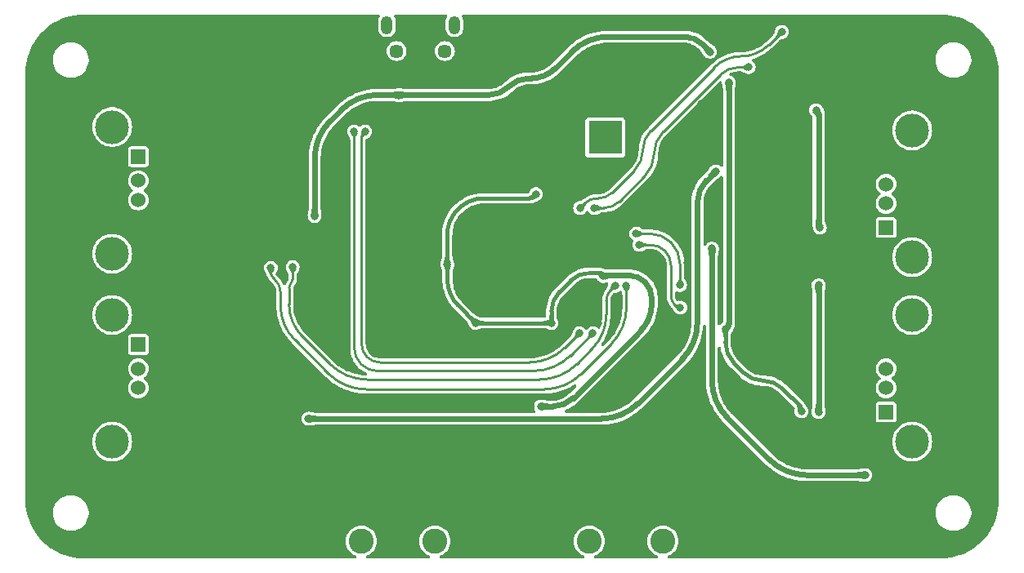
<source format=gbr>
%TF.GenerationSoftware,KiCad,Pcbnew,8.0.1-rc1*%
%TF.CreationDate,2024-04-25T22:15:09-05:00*%
%TF.ProjectId,USB-HUB,5553422d-4855-4422-9e6b-696361645f70,rev?*%
%TF.SameCoordinates,PXa983cd0PYa38e500*%
%TF.FileFunction,Copper,L4,Bot*%
%TF.FilePolarity,Positive*%
%FSLAX46Y46*%
G04 Gerber Fmt 4.6, Leading zero omitted, Abs format (unit mm)*
G04 Created by KiCad (PCBNEW 8.0.1-rc1) date 2024-04-25 22:15:09*
%MOMM*%
%LPD*%
G01*
G04 APERTURE LIST*
G04 Aperture macros list*
%AMRoundRect*
0 Rectangle with rounded corners*
0 $1 Rounding radius*
0 $2 $3 $4 $5 $6 $7 $8 $9 X,Y pos of 4 corners*
0 Add a 4 corners polygon primitive as box body*
4,1,4,$2,$3,$4,$5,$6,$7,$8,$9,$2,$3,0*
0 Add four circle primitives for the rounded corners*
1,1,$1+$1,$2,$3*
1,1,$1+$1,$4,$5*
1,1,$1+$1,$6,$7*
1,1,$1+$1,$8,$9*
0 Add four rect primitives between the rounded corners*
20,1,$1+$1,$2,$3,$4,$5,0*
20,1,$1+$1,$4,$5,$6,$7,0*
20,1,$1+$1,$6,$7,$8,$9,0*
20,1,$1+$1,$8,$9,$2,$3,0*%
G04 Aperture macros list end*
%TA.AperFunction,ComponentPad*%
%ADD10R,1.524000X1.524000*%
%TD*%
%TA.AperFunction,ComponentPad*%
%ADD11C,1.524000*%
%TD*%
%TA.AperFunction,ComponentPad*%
%ADD12C,3.500000*%
%TD*%
%TA.AperFunction,ComponentPad*%
%ADD13C,2.600000*%
%TD*%
%TA.AperFunction,ComponentPad*%
%ADD14R,3.500000X3.500000*%
%TD*%
%TA.AperFunction,ComponentPad*%
%ADD15RoundRect,0.750000X-1.000000X0.750000X-1.000000X-0.750000X1.000000X-0.750000X1.000000X0.750000X0*%
%TD*%
%TA.AperFunction,ComponentPad*%
%ADD16RoundRect,0.875000X-0.875000X0.875000X-0.875000X-0.875000X0.875000X-0.875000X0.875000X0.875000X0*%
%TD*%
%TA.AperFunction,ComponentPad*%
%ADD17O,1.200000X1.900000*%
%TD*%
%TA.AperFunction,ComponentPad*%
%ADD18C,1.450000*%
%TD*%
%TA.AperFunction,ViaPad*%
%ADD19C,0.812800*%
%TD*%
%TA.AperFunction,Conductor*%
%ADD20C,0.609600*%
%TD*%
%TA.AperFunction,Conductor*%
%ADD21C,0.457200*%
%TD*%
%TA.AperFunction,Conductor*%
%ADD22C,0.228600*%
%TD*%
G04 APERTURE END LIST*
D10*
%TO.P,J3,1,VBUS*%
%TO.N,/+5V_FILT_PORT2*%
X12128300Y22600800D03*
D11*
%TO.P,J3,2,D-*%
%TO.N,/USB_PORT2_D_N*%
X12128300Y20100800D03*
%TO.P,J3,3,D+*%
%TO.N,/USB_PORT2_D_P*%
X12128300Y18100800D03*
%TO.P,J3,4,GND*%
%TO.N,GNDREF*%
X12128300Y15600800D03*
D12*
%TO.P,J3,5,Shield*%
%TO.N,GNDPWR*%
X9418300Y25670800D03*
X9418300Y12530800D03*
%TD*%
D13*
%TO.P,TP3,1,1*%
%TO.N,GNDREF*%
X47040800Y2209800D03*
X54660800Y2209800D03*
%TD*%
D10*
%TO.P,J4,1,VBUS*%
%TO.N,/+5V_FILT_PORT3*%
X89585800Y15600800D03*
D11*
%TO.P,J4,2,D-*%
%TO.N,/USB_PORT3_D_N*%
X89585800Y18100800D03*
%TO.P,J4,3,D+*%
%TO.N,/USB_PORT3_D_P*%
X89585800Y20100800D03*
%TO.P,J4,4,GND*%
%TO.N,GNDREF*%
X89585800Y22600800D03*
D12*
%TO.P,J4,5,Shield*%
%TO.N,GNDPWR*%
X92295800Y12530800D03*
X92295800Y25670800D03*
%TD*%
D10*
%TO.P,J2,1,VBUS*%
%TO.N,/+5V_FILT_PORT1*%
X12128300Y42090800D03*
D11*
%TO.P,J2,2,D-*%
%TO.N,/USB_PORT1_D_N*%
X12128300Y39590800D03*
%TO.P,J2,3,D+*%
%TO.N,/USB_PORT1_D_P*%
X12128300Y37590800D03*
%TO.P,J2,4,GND*%
%TO.N,GNDREF*%
X12128300Y35090800D03*
D12*
%TO.P,J2,5,Shield*%
%TO.N,GNDPWR*%
X9418300Y45160800D03*
X9418300Y32020800D03*
%TD*%
D14*
%TO.P,J6,1*%
%TO.N,/+5V*%
X60502800Y44088800D03*
D15*
%TO.P,J6,2*%
%TO.N,GNDREF*%
X60502800Y50088800D03*
D16*
%TO.P,J6,3*%
X55802800Y47088800D03*
%TD*%
D13*
%TO.P,TP1,1,1*%
%TO.N,/+5V_OUT*%
X58851800Y2209800D03*
X66471800Y2209800D03*
%TD*%
D10*
%TO.P,J5,1,VBUS*%
%TO.N,/+5V_FILT_PORT4*%
X89585800Y34743000D03*
D11*
%TO.P,J5,2,D-*%
%TO.N,/USB_PORT4_D_N*%
X89585800Y37243000D03*
%TO.P,J5,3,D+*%
%TO.N,/USB_PORT4_D_P*%
X89585800Y39243000D03*
%TO.P,J5,4,GND*%
%TO.N,GNDREF*%
X89585800Y41743000D03*
D12*
%TO.P,J5,5,Shield*%
%TO.N,GNDPWR*%
X92295800Y31673000D03*
X92295800Y44813000D03*
%TD*%
D17*
%TO.P,J1,6,Shield*%
%TO.N,GNDPWR*%
X44876600Y55745900D03*
D18*
X43876600Y53045900D03*
X38876600Y53045900D03*
D17*
X37876600Y55745900D03*
%TD*%
D13*
%TO.P,TP2,1,1*%
%TO.N,/3V3_OUT*%
X35229800Y2209800D03*
X42849800Y2209800D03*
%TD*%
D19*
%TO.N,GNDREF*%
X61645800Y47675800D03*
X66598800Y50342800D03*
X20878800Y32054800D03*
X22910800Y41960800D03*
X52120800Y26720800D03*
X68630800Y11480800D03*
X30530800Y26720800D03*
X87553800Y48183800D03*
X83870800Y52120800D03*
X91135200Y22631400D03*
X78790800Y26720800D03*
X44246800Y22529800D03*
X67868800Y37515800D03*
X68517556Y50368512D03*
X22910800Y21640800D03*
X81203800Y54533800D03*
X88950800Y1320800D03*
X13665200Y35128200D03*
X27990800Y41960800D03*
X73710800Y16560800D03*
X59105800Y47675800D03*
X78790800Y6400800D03*
X81457800Y28752800D03*
X24993600Y27000200D03*
X52120800Y27990800D03*
X29921200Y45618400D03*
X22910800Y1320800D03*
X78790800Y41960800D03*
X37693600Y45085000D03*
X58470800Y16560800D03*
X17830800Y16560800D03*
X50850800Y29260800D03*
X59334400Y29032200D03*
X30530800Y29260800D03*
X50850800Y6400800D03*
X88950800Y11480800D03*
X17830800Y52120800D03*
X68630800Y16560800D03*
X39090600Y32588200D03*
X49580800Y29260800D03*
X59740800Y24815800D03*
X94030800Y6400800D03*
X71805800Y54533800D03*
X73075800Y9855200D03*
X74345800Y50469800D03*
X17830800Y1320800D03*
X40944800Y22529800D03*
X49580800Y27990800D03*
X72313800Y39420800D03*
X83870800Y41960800D03*
X43230800Y36880800D03*
X50850800Y16230600D03*
X82042000Y12496800D03*
X78790800Y16560800D03*
X78079600Y29362400D03*
X17830800Y21640800D03*
X78790800Y21640800D03*
X58470800Y11480800D03*
X63539221Y52132379D03*
X15290800Y36880800D03*
X43230800Y16560800D03*
X94945200Y9525000D03*
X38150800Y36880800D03*
X58470800Y52120800D03*
X47802800Y38785800D03*
X17830800Y47040800D03*
X12115800Y14198600D03*
X29260800Y35864800D03*
X43230800Y11480800D03*
X22479000Y49580800D03*
X55295800Y23672800D03*
X30403800Y31572200D03*
X43230800Y41960800D03*
X27990800Y52120800D03*
X78790800Y36880800D03*
X66090800Y21640800D03*
X67614800Y49961800D03*
X50850800Y11480800D03*
X83870800Y16309054D03*
X78790800Y1320800D03*
X79552800Y15671800D03*
X99110800Y6400800D03*
X15519400Y30073600D03*
X80746600Y26720800D03*
X52755800Y45770800D03*
X38150800Y41960800D03*
X17830800Y36880800D03*
X61391800Y24815800D03*
X17830800Y26720800D03*
X86410800Y36880800D03*
X52755800Y48310800D03*
X83870800Y1320800D03*
X83870800Y45135800D03*
X37515800Y23672800D03*
X27990800Y21640800D03*
X12750800Y8940800D03*
X33070800Y21640800D03*
X52603400Y10134600D03*
X38150800Y11480800D03*
X43865800Y49580800D03*
X53390800Y41960800D03*
X27990800Y16560800D03*
X81584800Y34721800D03*
X88950800Y31800800D03*
X12141200Y33502600D03*
X50850800Y27990800D03*
X22910800Y16560800D03*
X24511000Y31572200D03*
X50850800Y26720800D03*
X33070800Y41960800D03*
X22910800Y6400800D03*
X49580800Y26720800D03*
X26974800Y30530800D03*
X83870800Y26720800D03*
X56184800Y37642800D03*
X61137800Y35864800D03*
X7670800Y8940800D03*
X89585800Y43357800D03*
X78028800Y47802800D03*
X45770800Y6400800D03*
X83870800Y46913800D03*
X57619900Y26212800D03*
X54025800Y35610800D03*
X87426800Y10210800D03*
X33070800Y52120800D03*
X17830800Y11480800D03*
X49174400Y10109200D03*
X22910800Y52120800D03*
X26187400Y48234600D03*
X87909400Y22580600D03*
X48310800Y41960800D03*
X29768800Y16052800D03*
X33070800Y11480800D03*
X55930800Y6400800D03*
X48310800Y16560800D03*
X13741400Y15595600D03*
X45516800Y22529800D03*
X12750800Y1320800D03*
X88011000Y41743000D03*
X19253200Y49657000D03*
X94030800Y1320800D03*
X89535000Y24028400D03*
X80822800Y45135800D03*
X20929600Y16713200D03*
X68249800Y27533600D03*
X36262375Y27727975D03*
X7670800Y1320800D03*
X88950800Y47040800D03*
X30530800Y24180800D03*
X83870800Y6400800D03*
X19354800Y29565600D03*
X83870800Y21640800D03*
X38150800Y16560800D03*
X53390800Y36880800D03*
X33197800Y44627800D03*
X42595800Y22529800D03*
X20878800Y36372800D03*
X83870800Y11480800D03*
X45135800Y33451800D03*
X70408800Y47548800D03*
X22910800Y11480800D03*
X27990800Y36880800D03*
X53390800Y52120800D03*
X68973700Y31038800D03*
X33070800Y16560800D03*
X17830800Y31800800D03*
X22453600Y29565600D03*
X35610800Y52120800D03*
X88950800Y26720800D03*
X49453800Y38785800D03*
X83870800Y35737800D03*
X48310800Y52120800D03*
X15290800Y40690800D03*
X10591800Y15646400D03*
X68757800Y24282400D03*
X10744200Y35153600D03*
X52755800Y16179800D03*
X30022800Y12496800D03*
X54102000Y34569400D03*
X17830800Y40690800D03*
X52120800Y29260800D03*
X91109800Y41706800D03*
%TO.N,+3V3*%
X47066200Y24841200D03*
X53822600Y16179800D03*
X54914800Y24841200D03*
X60299600Y29692600D03*
X44145200Y30911800D03*
X53314600Y38201600D03*
%TO.N,/3V3_SYS*%
X29743400Y14909800D03*
X71932800Y40563800D03*
%TO.N,/+5V_FILT*%
X71358800Y52956800D03*
X39116000Y48463200D03*
X30378400Y35915600D03*
X72948800Y24180800D03*
X80822800Y15671800D03*
X73304400Y49784000D03*
%TO.N,/+5V_PORT3*%
X87426800Y9067800D03*
X71551800Y32562800D03*
%TO.N,/+5V_FILT_PORT3*%
X82600800Y28752800D03*
X82600800Y15595600D03*
%TO.N,/+5V_FILT_PORT4*%
X82346800Y46913800D03*
X82727800Y34743000D03*
%TO.N,/USB_HUB_NOCS1*%
X59207400Y23774400D03*
X34493200Y44704000D03*
%TO.N,/USB_HUB_PWRTPWR1*%
X35610800Y44678600D03*
X57835800Y23774400D03*
%TO.N,/USB_HUB_NOCS2*%
X62687200Y28676600D03*
X25857200Y30556200D03*
%TO.N,/USB_HUB_PWRTPWR2*%
X61518800Y28702000D03*
X28117800Y30632400D03*
%TO.N,/USB_HUB_NOCS3*%
X68249800Y28752800D03*
X63703200Y34112200D03*
%TO.N,/USB_HUB_PWRTPWR3*%
X64008000Y32943800D03*
X68275200Y26441400D03*
%TO.N,/USB_HUB_NOCS4*%
X78790800Y55041800D03*
X57886600Y36753800D03*
%TO.N,/USB_HUB_PWRTPWR4*%
X75361800Y51358800D03*
X59385200Y36753800D03*
%TD*%
D20*
%TO.N,/+5V_FILT_PORT4*%
X82600800Y34959803D02*
G75*
G03*
X82664299Y34806499I216800J-3D01*
G01*
X82473799Y46786799D02*
G75*
G02*
X82600797Y46480195I-306599J-306599D01*
G01*
%TO.N,/+5V_PORT3*%
X77501808Y10661594D02*
G75*
G03*
X81349563Y9067790I3847792J3847806D01*
G01*
X71551800Y18865564D02*
G75*
G03*
X73145600Y15017816I5441600J36D01*
G01*
%TO.N,/+5V_FILT*%
X70570299Y53745299D02*
G75*
G03*
X68666692Y54533796I-1903599J-1903599D01*
G01*
D21*
X74788075Y19699925D02*
G75*
G03*
X76847700Y18846786I2059625J2059575D01*
G01*
D20*
X50495199Y49352201D02*
G75*
G02*
X48410285Y48488607I-2084899J2084899D01*
G01*
X36918900Y48488600D02*
G75*
G03*
X33124853Y46917057I0J-5365600D01*
G01*
D21*
X78907324Y17993676D02*
G75*
G03*
X76847700Y18846814I-2059624J-2059576D01*
G01*
D20*
X52580114Y50215800D02*
G75*
G03*
X50495196Y49352204I-14J-2948500D01*
G01*
X60851763Y54533800D02*
G75*
G03*
X57004015Y52939999I37J-5441600D01*
G01*
X31997593Y45789792D02*
G75*
G03*
X30403760Y41942037I3847707J-3847792D01*
G01*
X55312529Y51248530D02*
G75*
G02*
X52819300Y50215813I-2493229J2493270D01*
G01*
X73304400Y24787848D02*
G75*
G02*
X73126635Y24358565I-607100J-48D01*
G01*
X39128700Y48475900D02*
G75*
G03*
X39123440Y48488695I-5300J5300D01*
G01*
X39159360Y48488600D02*
G75*
G03*
X39128712Y48475888I40J-43400D01*
G01*
X30403800Y35958961D02*
G75*
G02*
X30391088Y35928312I-43400J39D01*
G01*
D21*
X72948800Y22860000D02*
G75*
G03*
X73882745Y20605253I3188700J0D01*
G01*
X80679115Y16221885D02*
G75*
G02*
X80822790Y15875000I-346915J-346885D01*
G01*
D20*
X39123439Y48488600D02*
X39159360Y48488600D01*
%TO.N,/3V3_SYS*%
X70986682Y39617682D02*
G75*
G03*
X70040595Y37333552I2284118J-2284082D01*
G01*
X63899992Y16503593D02*
G75*
G02*
X60052236Y14909790I-3847792J3847807D01*
G01*
X70040564Y24898128D02*
G75*
G02*
X68446788Y21050355I-5441564J-28D01*
G01*
D22*
%TO.N,/USB_HUB_PWRTPWR4*%
X66503066Y44666818D02*
G75*
G03*
X65557414Y42383775I2283034J-2283018D01*
G01*
X61929338Y37418340D02*
G75*
G02*
X60325000Y36753808I-1604338J1604360D01*
G01*
X74278425Y51358800D02*
G75*
G03*
X72428976Y50592751I-25J-2615500D01*
G01*
X65557400Y42383775D02*
G75*
G02*
X64611719Y40100748I-3228700J25D01*
G01*
%TO.N,/USB_HUB_NOCS4*%
X65244864Y44805615D02*
G75*
G03*
X64389016Y42739375I2066236J-2066215D01*
G01*
X74595925Y52501800D02*
G75*
G03*
X71770868Y51331635I-25J-3995200D01*
G01*
X59621020Y37769800D02*
G75*
G03*
X58394594Y37261806I-20J-1734400D01*
G01*
X64389000Y42739375D02*
G75*
G02*
X63533122Y40673149I-2922100J25D01*
G01*
X61240457Y38380458D02*
G75*
G02*
X59766200Y37769797I-1474257J1474242D01*
G01*
X77420973Y53671974D02*
G75*
G02*
X74595925Y52501777I-2825073J2825026D01*
G01*
%TO.N,/USB_HUB_PWRTPWR3*%
X67897018Y26540184D02*
G75*
G03*
X68135500Y26441411I238482J238516D01*
G01*
X66687700Y32321500D02*
G75*
G02*
X67310014Y30819135I-1502400J-1502400D01*
G01*
X67310000Y27612134D02*
G75*
G03*
X67652890Y26784290I1170700J-34D01*
G01*
X66687700Y32321500D02*
G75*
G03*
X65185334Y32943814I-1502400J-1502400D01*
G01*
%TO.N,/USB_HUB_NOCS3*%
X67322699Y33185099D02*
G75*
G03*
X65084482Y34112192I-2238199J-2238199D01*
G01*
X67322699Y33185099D02*
G75*
G02*
X68249792Y30946883I-2238199J-2238199D01*
G01*
%TO.N,/USB_HUB_PWRTPWR2*%
X61061601Y28244799D02*
G75*
G03*
X60604392Y27141022I1103799J-1103799D01*
G01*
X31985008Y20567594D02*
G75*
G03*
X35832763Y18973790I3847792J3847806D01*
G01*
X57549992Y20567594D02*
G75*
G02*
X53702236Y18973791I-3847792J3847806D01*
G01*
X27736800Y26784300D02*
G75*
G03*
X29128735Y23423857I4752400J0D01*
G01*
X28117800Y29403208D02*
G75*
G02*
X27927302Y28943298I-650400J-8D01*
G01*
X60604400Y25704800D02*
G75*
G02*
X59131633Y22149242I-5028300J0D01*
G01*
X27927301Y28943299D02*
G75*
G03*
X27736804Y28483393I459899J-459899D01*
G01*
%TO.N,/USB_HUB_NOCS2*%
X26847800Y26657300D02*
G75*
G03*
X28329539Y23080055I5059000J0D01*
G01*
X26352500Y29248100D02*
G75*
G02*
X26847816Y28052341I-1195800J-1195800D01*
G01*
X62687200Y26454100D02*
G75*
G02*
X61115658Y22660053I-5365600J0D01*
G01*
X25857200Y30149800D02*
G75*
G03*
X26144576Y29456040I981100J0D01*
G01*
X31858008Y19551594D02*
G75*
G03*
X35705763Y17957790I3847792J3847806D01*
G01*
X58007192Y19551593D02*
G75*
G02*
X54159436Y17957790I-3847792J3847807D01*
G01*
%TO.N,/USB_HUB_PWRTPWR1*%
X56299099Y22263101D02*
G75*
G02*
X52650499Y20751802I-3648599J3648599D01*
G01*
X35433000Y44500800D02*
G75*
G03*
X35255220Y44071553I429200J-429200D01*
G01*
X57823100Y23774400D02*
G75*
G03*
X57801411Y23765428I0J-30700D01*
G01*
X35814000Y21310600D02*
G75*
G03*
X37163062Y20751785I1349100J1349100D01*
G01*
X35255200Y22659663D02*
G75*
G03*
X35814011Y21310611I1907900J37D01*
G01*
%TO.N,/USB_HUB_NOCS1*%
X56889592Y21456593D02*
G75*
G02*
X53041836Y19862790I-3847792J3847807D01*
G01*
X34493200Y22247629D02*
G75*
G03*
X35191692Y20561292I2384800J-29D01*
G01*
X35191700Y20561300D02*
G75*
G03*
X36878028Y19862812I1686300J1686300D01*
G01*
D20*
%TO.N,+3V3*%
X64617600Y29083000D02*
G75*
G02*
X65303413Y27427333I-1655700J-1655700D01*
G01*
D21*
X53098700Y37985700D02*
G75*
G02*
X52577471Y37769812I-521200J521200D01*
G01*
X44145200Y29337000D02*
G75*
G03*
X45258752Y26648650I3801900J0D01*
G01*
X60134500Y29857700D02*
G75*
G03*
X59735913Y30022805I-398600J-398600D01*
G01*
D20*
X65303400Y26784300D02*
G75*
G02*
X64162911Y24030904I-3893900J0D01*
G01*
X60429681Y29768800D02*
G75*
G03*
X60337705Y29730695I19J-130100D01*
G01*
D21*
X55758944Y28072944D02*
G75*
G03*
X54914803Y26035000I2037956J-2037944D01*
G01*
X44119800Y30955161D02*
G75*
G03*
X44132512Y30924512I43400J39D01*
G01*
X45237400Y36652200D02*
G75*
G03*
X44119811Y33954075I2698100J-2698100D01*
G01*
X58839100Y30022800D02*
G75*
G03*
X56909555Y29223560I0J-2728800D01*
G01*
D20*
X64617600Y29083000D02*
G75*
G03*
X62961932Y29768813I-1655700J-1655700D01*
G01*
D21*
X47935525Y37769800D02*
G75*
G03*
X45237393Y36652207I-25J-3815700D01*
G01*
D20*
X57191865Y17059866D02*
G75*
G02*
X55067200Y16179792I-2124665J2124634D01*
G01*
D21*
X53949600Y24841200D02*
X52019200Y24841200D01*
D20*
X60429681Y29768800D02*
X62961932Y29768800D01*
D21*
X44132500Y30924500D02*
X44145200Y30911800D01*
X45258751Y26648649D02*
X47066200Y24841200D01*
X44119800Y30955161D02*
X44119800Y33954075D01*
D20*
X53822600Y16179800D02*
X55067200Y16179800D01*
X60299600Y29692600D02*
X60337700Y29730700D01*
D21*
X52019200Y24841200D02*
X47066200Y24841200D01*
X59735913Y30022800D02*
X58839100Y30022800D01*
X54914800Y24841200D02*
X53949600Y24841200D01*
X44145200Y29337000D02*
X44145200Y30911800D01*
X55758943Y28072945D02*
X56909557Y29223558D01*
D20*
X64162907Y24030908D02*
X57191865Y17059866D01*
D21*
X53098700Y37985700D02*
X53314600Y38201600D01*
D20*
X65303400Y27427333D02*
X65303400Y26784300D01*
D21*
X54914800Y24841200D02*
X54914800Y26035000D01*
X60299600Y29692600D02*
X60134500Y29857700D01*
X52577471Y37769800D02*
X47935525Y37769800D01*
D20*
%TO.N,/3V3_SYS*%
X71932800Y40563800D02*
X70986682Y39617682D01*
X70040564Y37333552D02*
X70040564Y24898128D01*
X63899992Y16503593D02*
X68446771Y21050372D01*
X29743400Y14909800D02*
X60052236Y14909800D01*
%TO.N,/+5V_FILT*%
X52580114Y50215800D02*
X52819300Y50215800D01*
X30403800Y41942037D02*
X30403800Y35958961D01*
X73126600Y24358600D02*
X72948800Y24180800D01*
X30378400Y35915600D02*
X30391100Y35928300D01*
D21*
X74788075Y19699925D02*
X73882746Y20605254D01*
D20*
X48410285Y48488600D02*
X39159360Y48488600D01*
D21*
X80822800Y15671800D02*
X80822800Y15875000D01*
D20*
X39116000Y48463200D02*
X39128700Y48475900D01*
D21*
X72948800Y24180800D02*
X72948800Y22860000D01*
D20*
X73304400Y49784000D02*
X73304400Y24787848D01*
X33124854Y46917056D02*
X31997592Y45789793D01*
X57004006Y52940008D02*
X55312529Y51248530D01*
D21*
X78907324Y17993676D02*
X80679115Y16221885D01*
D20*
X36918900Y48488600D02*
X39123439Y48488600D01*
X68666692Y54533800D02*
X60851763Y54533800D01*
X70570300Y53745300D02*
X71358800Y52956800D01*
%TO.N,/+5V_PORT3*%
X81349563Y9067800D02*
X87426800Y9067800D01*
X77501807Y10661593D02*
X73145592Y15017808D01*
X71551800Y32562800D02*
X71551800Y18865564D01*
%TO.N,/+5V_FILT_PORT3*%
X82600800Y15595600D02*
X82600800Y28752800D01*
%TO.N,/+5V_FILT_PORT4*%
X82664300Y34806500D02*
X82727800Y34743000D01*
X82346800Y46913800D02*
X82473800Y46786800D01*
X82600800Y34959803D02*
X82600800Y46480195D01*
D22*
%TO.N,/USB_HUB_NOCS1*%
X56889592Y21456593D02*
X59207400Y23774400D01*
X53041836Y19862800D02*
X36878028Y19862800D01*
X34493200Y22247629D02*
X34493200Y44704000D01*
%TO.N,/USB_HUB_PWRTPWR1*%
X35433000Y44500800D02*
X35610800Y44678600D01*
X35255200Y44071553D02*
X35255200Y22659663D01*
X57823100Y23774400D02*
X57835800Y23774400D01*
X52650499Y20751800D02*
X37163062Y20751800D01*
X56299099Y22263101D02*
X57801419Y23765420D01*
%TO.N,/USB_HUB_NOCS2*%
X26352500Y29248100D02*
X26144568Y29456032D01*
X26847800Y26657300D02*
X26847800Y28052341D01*
X28329542Y23080058D02*
X31858007Y19551593D01*
X25857200Y30149800D02*
X25857200Y30556200D01*
X35705763Y17957800D02*
X54159436Y17957800D01*
X61115655Y22660056D02*
X58007192Y19551593D01*
X62687200Y26454100D02*
X62687200Y28676600D01*
%TO.N,/USB_HUB_PWRTPWR2*%
X57549992Y20567594D02*
X59131637Y22149238D01*
X35832763Y18973800D02*
X53702236Y18973800D01*
X60604400Y27141022D02*
X60604400Y25704800D01*
X27736800Y26784300D02*
X27736800Y28483393D01*
X28117800Y29403208D02*
X28117800Y30632400D01*
X61061600Y28244800D02*
X61518800Y28702000D01*
X31985007Y20567593D02*
X29128739Y23423861D01*
%TO.N,/USB_HUB_NOCS3*%
X65084482Y34112200D02*
X63703200Y34112200D01*
X68249800Y30946883D02*
X68249800Y28752800D01*
%TO.N,/USB_HUB_PWRTPWR3*%
X68275200Y26441400D02*
X68135500Y26441400D01*
X64008000Y32943800D02*
X65185334Y32943800D01*
X67310000Y30819135D02*
X67310000Y27612134D01*
X67897017Y26540183D02*
X67652900Y26784300D01*
%TO.N,/USB_HUB_NOCS4*%
X65244864Y44805615D02*
X71770876Y51331627D01*
X59621020Y37769800D02*
X59766200Y37769800D01*
X78790800Y55041800D02*
X77420973Y53671974D01*
X58394600Y37261800D02*
X57886600Y36753800D01*
X63533135Y40673136D02*
X61240457Y38380458D01*
%TO.N,/USB_HUB_PWRTPWR4*%
X60325000Y36753800D02*
X59385200Y36753800D01*
X61929338Y37418340D02*
X64611733Y40100734D01*
X66503066Y44666818D02*
X72428988Y50592739D01*
X74278425Y51358800D02*
X75361800Y51358800D01*
%TD*%
%TA.AperFunction,Conductor*%
%TO.N,GNDREF*%
G36*
X62105386Y28169718D02*
G01*
X62170767Y28126507D01*
X62184774Y28108018D01*
X62197147Y28088783D01*
X62199693Y28084682D01*
X62227519Y28038199D01*
X62241355Y28007985D01*
X62246821Y27991459D01*
X62253972Y27956291D01*
X62262755Y27849190D01*
X62263882Y27842622D01*
X62263534Y27842563D01*
X62267600Y27811192D01*
X62267600Y26457067D01*
X62267483Y26451123D01*
X62252586Y26071995D01*
X62251654Y26060144D01*
X62207405Y25686282D01*
X62205545Y25674540D01*
X62132102Y25305316D01*
X62129327Y25293757D01*
X62027139Y24931425D01*
X62023465Y24920119D01*
X61893170Y24566936D01*
X61888621Y24555953D01*
X61731009Y24214068D01*
X61725612Y24203476D01*
X61541664Y23875010D01*
X61535457Y23864882D01*
X61503949Y23817726D01*
X61326310Y23551872D01*
X61319323Y23542256D01*
X61086248Y23246600D01*
X61078527Y23237559D01*
X60821045Y22959017D01*
X60816925Y22954732D01*
X60330874Y22468681D01*
X60263003Y22429496D01*
X60184633Y22429496D01*
X60116762Y22468681D01*
X60077577Y22536552D01*
X60077577Y22614922D01*
X60101335Y22664732D01*
X60109350Y22675762D01*
X60333032Y23040776D01*
X60527386Y23422214D01*
X60691213Y23817726D01*
X60823503Y24224872D01*
X60923441Y24641143D01*
X60990411Y25063971D01*
X61008718Y25296574D01*
X61023999Y25490732D01*
X61024000Y25490751D01*
X61024000Y27135068D01*
X61024467Y27146948D01*
X61027636Y27187206D01*
X61037120Y27307694D01*
X61040836Y27331150D01*
X61077087Y27482139D01*
X61084428Y27504733D01*
X61143849Y27648185D01*
X61154632Y27669346D01*
X61235767Y27801745D01*
X61249730Y27820964D01*
X61317368Y27900159D01*
X61322425Y27905787D01*
X61326319Y27909905D01*
X61393060Y27950978D01*
X61416353Y27955970D01*
X61422753Y27956821D01*
X61425702Y27957183D01*
X61547834Y27970846D01*
X61574624Y27975035D01*
X61576634Y27975440D01*
X61603158Y27982012D01*
X61749687Y28025247D01*
X61753161Y28026372D01*
X61763525Y28029321D01*
X61773026Y28031662D01*
X61778617Y28034598D01*
X61782779Y28036503D01*
X61787764Y28039146D01*
X61787770Y28039148D01*
X61787775Y28039152D01*
X61794254Y28042586D01*
X61797114Y28044306D01*
X61926061Y28111981D01*
X61957048Y28139434D01*
X62027158Y28174449D01*
X62105386Y28169718D01*
G37*
%TD.AperFunction*%
%TA.AperFunction,Conductor*%
G36*
X72582530Y40093318D02*
G01*
X72650281Y40053927D01*
X72689260Y39985937D01*
X72694300Y39947197D01*
X72694300Y24960504D01*
X72674016Y24884804D01*
X72624009Y24832663D01*
X72602689Y24819137D01*
X72586521Y24808150D01*
X72585330Y24807284D01*
X72569785Y24795215D01*
X72473305Y24715269D01*
X72462657Y24706029D01*
X72461853Y24705298D01*
X72452935Y24696612D01*
X72448308Y24692105D01*
X72446443Y24690289D01*
X72442689Y24685731D01*
X72426224Y24668662D01*
X72413700Y24657566D01*
X72343589Y24622548D01*
X72265361Y24627277D01*
X72199979Y24670487D01*
X72164961Y24740598D01*
X72161900Y24770887D01*
X72161900Y31705545D01*
X72166130Y31741083D01*
X72166594Y31743004D01*
X72167057Y31744921D01*
X72167848Y31760068D01*
X72175565Y31907980D01*
X72177666Y31926418D01*
X72195302Y32026231D01*
X72197331Y32035855D01*
X72223712Y32143434D01*
X72225895Y32152983D01*
X72226054Y32153733D01*
X72228066Y32164092D01*
X72253074Y32305619D01*
X72255825Y32324587D01*
X72255987Y32326013D01*
X72257548Y32344867D01*
X72267437Y32534349D01*
X72267741Y32541979D01*
X72267757Y32542560D01*
X72267769Y32546254D01*
X72268726Y32561649D01*
X72268726Y32562792D01*
X72268727Y32562800D01*
X72247894Y32734372D01*
X72186607Y32895973D01*
X72133373Y32973097D01*
X72088430Y33038209D01*
X71959061Y33152819D01*
X71806029Y33233137D01*
X71806027Y33233138D01*
X71806026Y33233138D01*
X71638216Y33274500D01*
X71465384Y33274500D01*
X71297574Y33233138D01*
X71297573Y33233138D01*
X71297570Y33233137D01*
X71144538Y33152819D01*
X71015169Y33038209D01*
X70926664Y32909985D01*
X70866969Y32859207D01*
X70789882Y32845080D01*
X70716060Y32871389D01*
X70665282Y32931084D01*
X70650664Y32995989D01*
X70650664Y37259478D01*
X70650665Y37259482D01*
X70650664Y37329315D01*
X70650902Y37337801D01*
X70653317Y37380810D01*
X70666659Y37618450D01*
X70668557Y37635300D01*
X70714926Y37908228D01*
X70718703Y37924774D01*
X70733584Y37976430D01*
X70795333Y38190777D01*
X70800939Y38206798D01*
X70827361Y38270589D01*
X70906878Y38462568D01*
X70914233Y38477839D01*
X71048140Y38720131D01*
X71057170Y38734503D01*
X71106899Y38804591D01*
X71217365Y38960283D01*
X71227948Y38973552D01*
X71247090Y38994972D01*
X71414885Y39182740D01*
X71420684Y39188874D01*
X71758038Y39526228D01*
X71786158Y39548364D01*
X71789525Y39550420D01*
X71910867Y39659729D01*
X71925361Y39671256D01*
X72008420Y39729369D01*
X72016665Y39734744D01*
X72111377Y39792150D01*
X72119844Y39797471D01*
X72120486Y39797889D01*
X72129066Y39803681D01*
X72246816Y39886067D01*
X72262084Y39897463D01*
X72263208Y39898357D01*
X72277732Y39910655D01*
X72418713Y40037650D01*
X72424498Y40042996D01*
X72424920Y40043396D01*
X72435349Y40053761D01*
X72435350Y40053764D01*
X72436170Y40054578D01*
X72504160Y40093557D01*
X72582530Y40093318D01*
G37*
%TD.AperFunction*%
%TA.AperFunction,Conductor*%
G36*
X37063616Y56799016D02*
G01*
X37119032Y56743600D01*
X37139316Y56667900D01*
X37119032Y56592200D01*
X37113801Y56583787D01*
X37074332Y56524719D01*
X37006091Y56359971D01*
X37006091Y56359970D01*
X36971300Y56185064D01*
X36971300Y55306737D01*
X37006091Y55131831D01*
X37006091Y55131830D01*
X37074333Y54967082D01*
X37074336Y54967076D01*
X37173403Y54818811D01*
X37173408Y54818805D01*
X37299504Y54692709D01*
X37299510Y54692704D01*
X37447775Y54593637D01*
X37447777Y54593636D01*
X37447780Y54593634D01*
X37511494Y54567243D01*
X37612530Y54525392D01*
X37612533Y54525392D01*
X37612534Y54525391D01*
X37787436Y54490600D01*
X37965764Y54490600D01*
X38140666Y54525391D01*
X38140667Y54525392D01*
X38140669Y54525392D01*
X38140670Y54525392D01*
X38239644Y54566389D01*
X38305420Y54593634D01*
X38453695Y54692708D01*
X38579792Y54818805D01*
X38678866Y54967080D01*
X38738292Y55110547D01*
X38747108Y55131830D01*
X38747108Y55131831D01*
X38749512Y55143912D01*
X38781900Y55306736D01*
X38781900Y56185064D01*
X38747109Y56359966D01*
X38747108Y56359967D01*
X38747108Y56359970D01*
X38747108Y56359971D01*
X38678867Y56524719D01*
X38639399Y56583787D01*
X38614208Y56657998D01*
X38629498Y56734863D01*
X38681171Y56793785D01*
X38755382Y56818976D01*
X38765284Y56819300D01*
X43987916Y56819300D01*
X44063616Y56799016D01*
X44119032Y56743600D01*
X44139316Y56667900D01*
X44119032Y56592200D01*
X44113801Y56583787D01*
X44074332Y56524719D01*
X44006091Y56359971D01*
X44006091Y56359970D01*
X43971300Y56185064D01*
X43971300Y55306737D01*
X44006091Y55131831D01*
X44006091Y55131830D01*
X44074333Y54967082D01*
X44074336Y54967076D01*
X44173403Y54818811D01*
X44173408Y54818805D01*
X44299504Y54692709D01*
X44299510Y54692704D01*
X44447775Y54593637D01*
X44447777Y54593636D01*
X44447780Y54593634D01*
X44511494Y54567243D01*
X44612530Y54525392D01*
X44612533Y54525392D01*
X44612534Y54525391D01*
X44787436Y54490600D01*
X44965764Y54490600D01*
X45140666Y54525391D01*
X45140667Y54525392D01*
X45140669Y54525392D01*
X45140670Y54525392D01*
X45239644Y54566389D01*
X45305420Y54593634D01*
X45453695Y54692708D01*
X45579792Y54818805D01*
X45678866Y54967080D01*
X45738292Y55110547D01*
X45747108Y55131830D01*
X45747108Y55131831D01*
X45749512Y55143912D01*
X45781900Y55306736D01*
X45781900Y56185064D01*
X45747109Y56359966D01*
X45747108Y56359967D01*
X45747108Y56359970D01*
X45747108Y56359971D01*
X45678867Y56524719D01*
X45639399Y56583787D01*
X45614208Y56657998D01*
X45629498Y56734863D01*
X45681171Y56793785D01*
X45755382Y56818976D01*
X45765284Y56819300D01*
X95245949Y56819300D01*
X95297834Y56819300D01*
X95303777Y56819184D01*
X95763132Y56801135D01*
X95774979Y56800204D01*
X96228576Y56746517D01*
X96240314Y56744658D01*
X96688292Y56655549D01*
X96699835Y56652778D01*
X97139466Y56528789D01*
X97150736Y56525127D01*
X97579273Y56367031D01*
X97590232Y56362492D01*
X97975102Y56185064D01*
X98005041Y56171262D01*
X98015631Y56165866D01*
X98414164Y55942678D01*
X98424258Y55936492D01*
X98804051Y55682722D01*
X98813660Y55675741D01*
X99172366Y55392960D01*
X99181405Y55385239D01*
X99516798Y55075205D01*
X99525204Y55066799D01*
X99835238Y54731406D01*
X99842959Y54722367D01*
X100125740Y54363661D01*
X100132724Y54354047D01*
X100386486Y53974266D01*
X100392681Y53964158D01*
X100491096Y53788425D01*
X100615864Y53565634D01*
X100621261Y53555042D01*
X100812486Y53140245D01*
X100817035Y53129262D01*
X100949917Y52769069D01*
X100975120Y52700755D01*
X100978794Y52689449D01*
X101102775Y52249844D01*
X101105550Y52238285D01*
X101194656Y51790317D01*
X101196516Y51778575D01*
X101250202Y51324982D01*
X101251134Y51313131D01*
X101269183Y50853778D01*
X101269300Y50847834D01*
X101269300Y6403767D01*
X101269183Y6397823D01*
X101251134Y5938470D01*
X101250202Y5926619D01*
X101196516Y5473026D01*
X101194656Y5461284D01*
X101105550Y5013316D01*
X101102775Y5001757D01*
X100978794Y4562152D01*
X100975120Y4550846D01*
X100817035Y4122339D01*
X100812486Y4111356D01*
X100621261Y3696559D01*
X100615864Y3685967D01*
X100392686Y3287451D01*
X100386474Y3277314D01*
X100132727Y2897557D01*
X100125740Y2887940D01*
X99842959Y2529234D01*
X99835238Y2520195D01*
X99525204Y2184802D01*
X99516798Y2176396D01*
X99181405Y1866362D01*
X99172366Y1858641D01*
X98813660Y1575860D01*
X98804043Y1568873D01*
X98669177Y1478758D01*
X98424277Y1315121D01*
X98414149Y1308914D01*
X98015633Y1085736D01*
X98005041Y1080339D01*
X97590244Y889114D01*
X97579261Y884565D01*
X97150754Y726480D01*
X97139448Y722806D01*
X96699843Y598825D01*
X96688284Y596050D01*
X96240316Y506944D01*
X96228574Y505084D01*
X95774981Y451398D01*
X95763130Y450466D01*
X95303778Y432417D01*
X95297834Y432300D01*
X67136526Y432300D01*
X67060826Y452584D01*
X67005410Y508000D01*
X66985126Y583700D01*
X67005410Y659400D01*
X67060826Y714816D01*
X67078579Y723572D01*
X67202845Y775044D01*
X67418289Y907069D01*
X67610429Y1071171D01*
X67774531Y1263311D01*
X67906556Y1478755D01*
X68003252Y1712201D01*
X68062239Y1957899D01*
X68082064Y2209800D01*
X68062239Y2461701D01*
X68003252Y2707399D01*
X67924486Y2897557D01*
X67906557Y2940843D01*
X67906553Y2940851D01*
X67774533Y3156286D01*
X67774531Y3156289D01*
X67610429Y3348429D01*
X67418289Y3512531D01*
X67418288Y3512532D01*
X67418285Y3512534D01*
X67202850Y3644554D01*
X67202842Y3644558D01*
X66969404Y3741251D01*
X66833047Y3773988D01*
X66723701Y3800239D01*
X66723700Y3800240D01*
X66723692Y3800241D01*
X66471805Y3820064D01*
X66471795Y3820064D01*
X66219907Y3800241D01*
X65974195Y3741251D01*
X65740757Y3644558D01*
X65740749Y3644554D01*
X65525314Y3512534D01*
X65525311Y3512532D01*
X65333171Y3348429D01*
X65169068Y3156289D01*
X65169066Y3156286D01*
X65037046Y2940851D01*
X65037042Y2940843D01*
X64940349Y2707405D01*
X64881359Y2461693D01*
X64861536Y2209805D01*
X64861536Y2209796D01*
X64881359Y1957908D01*
X64940349Y1712196D01*
X65037042Y1478758D01*
X65037046Y1478750D01*
X65169066Y1263315D01*
X65169068Y1263312D01*
X65169069Y1263311D01*
X65333171Y1071171D01*
X65525311Y907069D01*
X65525314Y907067D01*
X65554610Y889114D01*
X65740755Y775044D01*
X65865013Y723575D01*
X65927187Y675867D01*
X65957179Y603462D01*
X65946950Y525762D01*
X65899241Y463587D01*
X65826836Y433595D01*
X65807074Y432300D01*
X59516526Y432300D01*
X59440826Y452584D01*
X59385410Y508000D01*
X59365126Y583700D01*
X59385410Y659400D01*
X59440826Y714816D01*
X59458579Y723572D01*
X59582845Y775044D01*
X59798289Y907069D01*
X59990429Y1071171D01*
X60154531Y1263311D01*
X60286556Y1478755D01*
X60383252Y1712201D01*
X60442239Y1957899D01*
X60462064Y2209800D01*
X60442239Y2461701D01*
X60383252Y2707399D01*
X60304486Y2897557D01*
X60286557Y2940843D01*
X60286553Y2940851D01*
X60154533Y3156286D01*
X60154531Y3156289D01*
X59990429Y3348429D01*
X59798289Y3512531D01*
X59798288Y3512532D01*
X59798285Y3512534D01*
X59582850Y3644554D01*
X59582842Y3644558D01*
X59349404Y3741251D01*
X59213047Y3773988D01*
X59103701Y3800239D01*
X59103700Y3800240D01*
X59103692Y3800241D01*
X58851805Y3820064D01*
X58851795Y3820064D01*
X58599907Y3800241D01*
X58354195Y3741251D01*
X58120757Y3644558D01*
X58120749Y3644554D01*
X57905314Y3512534D01*
X57905311Y3512532D01*
X57713171Y3348429D01*
X57549068Y3156289D01*
X57549066Y3156286D01*
X57417046Y2940851D01*
X57417042Y2940843D01*
X57320349Y2707405D01*
X57261359Y2461693D01*
X57241536Y2209805D01*
X57241536Y2209796D01*
X57261359Y1957908D01*
X57320349Y1712196D01*
X57417042Y1478758D01*
X57417046Y1478750D01*
X57549066Y1263315D01*
X57549068Y1263312D01*
X57549069Y1263311D01*
X57713171Y1071171D01*
X57905311Y907069D01*
X57905314Y907067D01*
X57934610Y889114D01*
X58120755Y775044D01*
X58245013Y723575D01*
X58307187Y675867D01*
X58337179Y603462D01*
X58326950Y525762D01*
X58279241Y463587D01*
X58206836Y433595D01*
X58187074Y432300D01*
X43514526Y432300D01*
X43438826Y452584D01*
X43383410Y508000D01*
X43363126Y583700D01*
X43383410Y659400D01*
X43438826Y714816D01*
X43456579Y723572D01*
X43580845Y775044D01*
X43796289Y907069D01*
X43988429Y1071171D01*
X44152531Y1263311D01*
X44284556Y1478755D01*
X44381252Y1712201D01*
X44440239Y1957899D01*
X44460064Y2209800D01*
X44440239Y2461701D01*
X44381252Y2707399D01*
X44302486Y2897557D01*
X44284557Y2940843D01*
X44284553Y2940851D01*
X44152533Y3156286D01*
X44152531Y3156289D01*
X43988429Y3348429D01*
X43796289Y3512531D01*
X43796288Y3512532D01*
X43796285Y3512534D01*
X43580850Y3644554D01*
X43580842Y3644558D01*
X43347404Y3741251D01*
X43211047Y3773988D01*
X43101701Y3800239D01*
X43101700Y3800240D01*
X43101692Y3800241D01*
X42849805Y3820064D01*
X42849795Y3820064D01*
X42597907Y3800241D01*
X42352195Y3741251D01*
X42118757Y3644558D01*
X42118749Y3644554D01*
X41903314Y3512534D01*
X41903311Y3512532D01*
X41711171Y3348429D01*
X41547068Y3156289D01*
X41547066Y3156286D01*
X41415046Y2940851D01*
X41415042Y2940843D01*
X41318349Y2707405D01*
X41259359Y2461693D01*
X41239536Y2209805D01*
X41239536Y2209796D01*
X41259359Y1957908D01*
X41318349Y1712196D01*
X41415042Y1478758D01*
X41415046Y1478750D01*
X41547066Y1263315D01*
X41547068Y1263312D01*
X41547069Y1263311D01*
X41711171Y1071171D01*
X41903311Y907069D01*
X41903314Y907067D01*
X41932610Y889114D01*
X42118755Y775044D01*
X42243013Y723575D01*
X42305187Y675867D01*
X42335179Y603462D01*
X42324950Y525762D01*
X42277241Y463587D01*
X42204836Y433595D01*
X42185074Y432300D01*
X35894526Y432300D01*
X35818826Y452584D01*
X35763410Y508000D01*
X35743126Y583700D01*
X35763410Y659400D01*
X35818826Y714816D01*
X35836579Y723572D01*
X35960845Y775044D01*
X36176289Y907069D01*
X36368429Y1071171D01*
X36532531Y1263311D01*
X36664556Y1478755D01*
X36761252Y1712201D01*
X36820239Y1957899D01*
X36840064Y2209800D01*
X36820239Y2461701D01*
X36761252Y2707399D01*
X36682486Y2897557D01*
X36664557Y2940843D01*
X36664553Y2940851D01*
X36532533Y3156286D01*
X36532531Y3156289D01*
X36368429Y3348429D01*
X36176289Y3512531D01*
X36176288Y3512532D01*
X36176285Y3512534D01*
X35960850Y3644554D01*
X35960842Y3644558D01*
X35727404Y3741251D01*
X35591047Y3773988D01*
X35481701Y3800239D01*
X35481700Y3800240D01*
X35481692Y3800241D01*
X35229805Y3820064D01*
X35229795Y3820064D01*
X34977907Y3800241D01*
X34732195Y3741251D01*
X34498757Y3644558D01*
X34498749Y3644554D01*
X34283314Y3512534D01*
X34283311Y3512532D01*
X34091171Y3348429D01*
X33927068Y3156289D01*
X33927066Y3156286D01*
X33795046Y2940851D01*
X33795042Y2940843D01*
X33698349Y2707405D01*
X33639359Y2461693D01*
X33619536Y2209805D01*
X33619536Y2209796D01*
X33639359Y1957908D01*
X33698349Y1712196D01*
X33795042Y1478758D01*
X33795046Y1478750D01*
X33927066Y1263315D01*
X33927068Y1263312D01*
X33927069Y1263311D01*
X34091171Y1071171D01*
X34283311Y907069D01*
X34283314Y907067D01*
X34312610Y889114D01*
X34498755Y775044D01*
X34623013Y723575D01*
X34685187Y675867D01*
X34715179Y603462D01*
X34704950Y525762D01*
X34657241Y463587D01*
X34584836Y433595D01*
X34565074Y432300D01*
X6403766Y432300D01*
X6397822Y432417D01*
X5938469Y450466D01*
X5926618Y451398D01*
X5473025Y505084D01*
X5461283Y506944D01*
X5013315Y596050D01*
X5001756Y598825D01*
X4562151Y722806D01*
X4550845Y726480D01*
X4122338Y884565D01*
X4111355Y889114D01*
X3696558Y1080339D01*
X3685966Y1085736D01*
X3368879Y1263312D01*
X3287442Y1308919D01*
X3277334Y1315114D01*
X2897553Y1568876D01*
X2887939Y1575860D01*
X2529233Y1858641D01*
X2520194Y1866362D01*
X2184801Y2176396D01*
X2176395Y2184802D01*
X1866361Y2520195D01*
X1858640Y2529234D01*
X1575859Y2887940D01*
X1568878Y2897549D01*
X1315108Y3277342D01*
X1308922Y3287436D01*
X1085734Y3685969D01*
X1080338Y3696559D01*
X982834Y3908061D01*
X889108Y4111368D01*
X884569Y4122327D01*
X726473Y4550864D01*
X722811Y4562134D01*
X598822Y5001765D01*
X596962Y5009512D01*
X3280300Y5009512D01*
X3311962Y4769011D01*
X3341884Y4657340D01*
X3374746Y4534701D01*
X3374749Y4534692D01*
X3467570Y4310600D01*
X3467577Y4310586D01*
X3588863Y4100512D01*
X3736527Y3908072D01*
X3736536Y3908061D01*
X3908060Y3736537D01*
X3908071Y3736528D01*
X3973964Y3685967D01*
X4100511Y3588864D01*
X4310588Y3467576D01*
X4310593Y3467574D01*
X4310599Y3467571D01*
X4449503Y3410036D01*
X4534700Y3374746D01*
X4769011Y3311962D01*
X4977849Y3284469D01*
X5009511Y3280300D01*
X5009512Y3280300D01*
X5252089Y3280300D01*
X5280067Y3283984D01*
X5492589Y3311962D01*
X5726900Y3374746D01*
X5951012Y3467576D01*
X6161089Y3588864D01*
X6353538Y3736535D01*
X6525065Y3908062D01*
X6672736Y4100511D01*
X6794024Y4310588D01*
X6886854Y4534700D01*
X6949638Y4769011D01*
X6981300Y5009512D01*
X94720300Y5009512D01*
X94751962Y4769011D01*
X94781884Y4657340D01*
X94814746Y4534701D01*
X94814749Y4534692D01*
X94907570Y4310600D01*
X94907577Y4310586D01*
X95028863Y4100512D01*
X95176527Y3908072D01*
X95176536Y3908061D01*
X95348060Y3736537D01*
X95348071Y3736528D01*
X95413964Y3685967D01*
X95540511Y3588864D01*
X95750588Y3467576D01*
X95750593Y3467574D01*
X95750599Y3467571D01*
X95889503Y3410036D01*
X95974700Y3374746D01*
X96209011Y3311962D01*
X96417849Y3284469D01*
X96449511Y3280300D01*
X96449512Y3280300D01*
X96692089Y3280300D01*
X96720067Y3283984D01*
X96932589Y3311962D01*
X97166900Y3374746D01*
X97391012Y3467576D01*
X97601089Y3588864D01*
X97793538Y3736535D01*
X97965065Y3908062D01*
X98112736Y4100511D01*
X98234024Y4310588D01*
X98326854Y4534700D01*
X98389638Y4769011D01*
X98421300Y5009512D01*
X98421300Y5252088D01*
X98389638Y5492589D01*
X98326854Y5726900D01*
X98234024Y5951012D01*
X98112736Y6161089D01*
X97965065Y6353538D01*
X97793538Y6525065D01*
X97601089Y6672736D01*
X97601090Y6672736D01*
X97601088Y6672737D01*
X97391014Y6794023D01*
X97391000Y6794030D01*
X97166908Y6886851D01*
X97166904Y6886853D01*
X97166900Y6886854D01*
X96932589Y6949638D01*
X96692089Y6981300D01*
X96692088Y6981300D01*
X96449512Y6981300D01*
X96449511Y6981300D01*
X96209010Y6949638D01*
X95974700Y6886854D01*
X95974691Y6886851D01*
X95750599Y6794030D01*
X95750585Y6794023D01*
X95540511Y6672737D01*
X95348071Y6525073D01*
X95348060Y6525064D01*
X95176536Y6353540D01*
X95176527Y6353529D01*
X95028863Y6161089D01*
X94907577Y5951015D01*
X94907570Y5951001D01*
X94814749Y5726909D01*
X94814746Y5726900D01*
X94751962Y5492590D01*
X94749387Y5473026D01*
X94720300Y5252088D01*
X94720300Y5009512D01*
X6981300Y5009512D01*
X6981300Y5252088D01*
X6949638Y5492589D01*
X6886854Y5726900D01*
X6794024Y5951012D01*
X6672736Y6161089D01*
X6525065Y6353538D01*
X6353538Y6525065D01*
X6161089Y6672736D01*
X6161090Y6672736D01*
X6161088Y6672737D01*
X5951014Y6794023D01*
X5951000Y6794030D01*
X5726908Y6886851D01*
X5726904Y6886853D01*
X5726900Y6886854D01*
X5492589Y6949638D01*
X5252089Y6981300D01*
X5252088Y6981300D01*
X5009512Y6981300D01*
X5009511Y6981300D01*
X4769010Y6949638D01*
X4534700Y6886854D01*
X4534691Y6886851D01*
X4310599Y6794030D01*
X4310585Y6794023D01*
X4100511Y6672737D01*
X3908071Y6525073D01*
X3908060Y6525064D01*
X3736536Y6353540D01*
X3736527Y6353529D01*
X3588863Y6161089D01*
X3467577Y5951015D01*
X3467570Y5951001D01*
X3374749Y5726909D01*
X3374746Y5726900D01*
X3311962Y5492590D01*
X3309387Y5473026D01*
X3280300Y5252088D01*
X3280300Y5009512D01*
X596962Y5009512D01*
X596049Y5013316D01*
X569167Y5148460D01*
X506942Y5461286D01*
X505083Y5473026D01*
X502767Y5492590D01*
X451396Y5926621D01*
X450465Y5938470D01*
X432417Y6397823D01*
X432300Y6403767D01*
X432300Y12530800D01*
X7358197Y12530800D01*
X7377384Y12250286D01*
X7377387Y12250270D01*
X7434589Y11974995D01*
X7528749Y11710055D01*
X7528750Y11710053D01*
X7658108Y11460404D01*
X7658111Y11460400D01*
X7658112Y11460398D01*
X7820247Y11230704D01*
X7820259Y11230689D01*
X7948852Y11093000D01*
X8012170Y11025203D01*
X8230279Y10847758D01*
X8470519Y10701665D01*
X8728414Y10589645D01*
X8999160Y10513786D01*
X9277714Y10475500D01*
X9277715Y10475500D01*
X9558885Y10475500D01*
X9558886Y10475500D01*
X9837440Y10513786D01*
X10108186Y10589645D01*
X10366081Y10701665D01*
X10606321Y10847758D01*
X10824430Y11025203D01*
X11016345Y11230694D01*
X11178492Y11460404D01*
X11307850Y11710053D01*
X11402009Y11974991D01*
X11459215Y12250283D01*
X11478403Y12530800D01*
X11459215Y12811317D01*
X11402009Y13086609D01*
X11307850Y13351547D01*
X11178492Y13601196D01*
X11164968Y13620355D01*
X11016352Y13830897D01*
X11016340Y13830912D01*
X10824427Y14036400D01*
X10606321Y14213842D01*
X10606318Y14213844D01*
X10366081Y14359935D01*
X10108188Y14471954D01*
X10108186Y14471955D01*
X9837440Y14547814D01*
X9837437Y14547815D01*
X9837435Y14547815D01*
X9627808Y14576627D01*
X9558886Y14586100D01*
X9277714Y14586100D01*
X9212566Y14577146D01*
X8999164Y14547815D01*
X8999160Y14547815D01*
X8999160Y14547814D01*
X8728414Y14471955D01*
X8728412Y14471955D01*
X8728411Y14471954D01*
X8470518Y14359935D01*
X8230281Y14213844D01*
X8230278Y14213842D01*
X8012172Y14036400D01*
X7820259Y13830912D01*
X7820247Y13830897D01*
X7658112Y13601203D01*
X7528749Y13351546D01*
X7434589Y13086606D01*
X7377387Y12811331D01*
X7377384Y12811315D01*
X7358197Y12530801D01*
X7358197Y12530800D01*
X432300Y12530800D01*
X432300Y18100800D01*
X11055836Y18100800D01*
X11076442Y17891575D01*
X11076442Y17891574D01*
X11121352Y17743527D01*
X11137472Y17690386D01*
X11178851Y17612972D01*
X11236578Y17504972D01*
X11236579Y17504970D01*
X11369948Y17342458D01*
X11369957Y17342449D01*
X11532469Y17209080D01*
X11532471Y17209079D01*
X11717886Y17109972D01*
X11919073Y17048943D01*
X12128300Y17028336D01*
X12337527Y17048943D01*
X12538714Y17109972D01*
X12724129Y17209079D01*
X12886647Y17342453D01*
X13020021Y17504971D01*
X13119128Y17690386D01*
X13180157Y17891573D01*
X13200764Y18100800D01*
X13180157Y18310027D01*
X13119128Y18511214D01*
X13020021Y18696629D01*
X13020020Y18696631D01*
X12886651Y18859143D01*
X12886647Y18859147D01*
X12875516Y18868282D01*
X12734795Y18983768D01*
X12689147Y19047468D01*
X12681465Y19125461D01*
X12713808Y19196846D01*
X12734791Y19217830D01*
X12886647Y19342453D01*
X13020021Y19504971D01*
X13119128Y19690386D01*
X13180157Y19891573D01*
X13200764Y20100800D01*
X13180157Y20310027D01*
X13119128Y20511214D01*
X13020021Y20696629D01*
X13020020Y20696631D01*
X12886651Y20859143D01*
X12886642Y20859152D01*
X12724130Y20992521D01*
X12724128Y20992522D01*
X12621950Y21047137D01*
X12538714Y21091628D01*
X12516146Y21098474D01*
X12337525Y21152658D01*
X12128300Y21173264D01*
X11919074Y21152658D01*
X11919073Y21152658D01*
X11717888Y21091629D01*
X11532471Y20992522D01*
X11532469Y20992521D01*
X11369957Y20859152D01*
X11369948Y20859143D01*
X11236579Y20696631D01*
X11236578Y20696629D01*
X11137471Y20511212D01*
X11076442Y20310027D01*
X11076442Y20310026D01*
X11055836Y20100800D01*
X11076442Y19891575D01*
X11076442Y19891574D01*
X11131708Y19709387D01*
X11137472Y19690386D01*
X11183677Y19603943D01*
X11236578Y19504972D01*
X11236579Y19504970D01*
X11369948Y19342458D01*
X11369953Y19342453D01*
X11521803Y19217834D01*
X11567452Y19154131D01*
X11575134Y19076138D01*
X11542790Y19004753D01*
X11521803Y18983766D01*
X11369953Y18859148D01*
X11369948Y18859143D01*
X11236579Y18696631D01*
X11236578Y18696629D01*
X11137471Y18511212D01*
X11076442Y18310027D01*
X11076442Y18310026D01*
X11055836Y18100800D01*
X432300Y18100800D01*
X432300Y21793220D01*
X11061000Y21793220D01*
X11063961Y21767693D01*
X11068787Y21756763D01*
X11110066Y21663275D01*
X11190775Y21582566D01*
X11295191Y21536462D01*
X11320721Y21533500D01*
X12935878Y21533501D01*
X12935880Y21533501D01*
X12948643Y21534982D01*
X12961409Y21536462D01*
X13065825Y21582566D01*
X13146534Y21663275D01*
X13192638Y21767691D01*
X13195600Y21793221D01*
X13195599Y23408378D01*
X13192638Y23433909D01*
X13146534Y23538325D01*
X13065825Y23619034D01*
X13051903Y23625181D01*
X12961410Y23665138D01*
X12961404Y23665139D01*
X12935881Y23668100D01*
X11320719Y23668100D01*
X11295192Y23665139D01*
X11242983Y23642086D01*
X11190775Y23619034D01*
X11190774Y23619033D01*
X11190773Y23619033D01*
X11110066Y23538326D01*
X11063962Y23433911D01*
X11063961Y23433905D01*
X11061000Y23408382D01*
X11061000Y21793220D01*
X432300Y21793220D01*
X432300Y25670800D01*
X7358197Y25670800D01*
X7377384Y25390286D01*
X7377387Y25390270D01*
X7434589Y25114995D01*
X7527961Y24852273D01*
X7528750Y24850053D01*
X7658108Y24600404D01*
X7658111Y24600400D01*
X7658112Y24600398D01*
X7820247Y24370704D01*
X7820259Y24370689D01*
X7939612Y24242894D01*
X7997603Y24180800D01*
X8012172Y24165201D01*
X8083013Y24107568D01*
X8230279Y23987758D01*
X8470519Y23841665D01*
X8728414Y23729645D01*
X8999160Y23653786D01*
X9277714Y23615500D01*
X9277715Y23615500D01*
X9558885Y23615500D01*
X9558886Y23615500D01*
X9837440Y23653786D01*
X10108186Y23729645D01*
X10366081Y23841665D01*
X10606321Y23987758D01*
X10824430Y24165203D01*
X11016345Y24370694D01*
X11178492Y24600404D01*
X11307850Y24850053D01*
X11402009Y25114991D01*
X11404467Y25126817D01*
X11445565Y25324595D01*
X11459215Y25390283D01*
X11478403Y25670800D01*
X11459215Y25951317D01*
X11430475Y26089622D01*
X11402010Y26226606D01*
X11347686Y26379460D01*
X11307850Y26491547D01*
X11178492Y26741196D01*
X11154928Y26774579D01*
X11016352Y26970897D01*
X11016340Y26970912D01*
X10870118Y27127477D01*
X10824430Y27176397D01*
X10824429Y27176398D01*
X10824427Y27176400D01*
X10606321Y27353842D01*
X10606318Y27353844D01*
X10366081Y27499935D01*
X10108188Y27611954D01*
X10108186Y27611955D01*
X9837440Y27687814D01*
X9837437Y27687815D01*
X9837435Y27687815D01*
X9643922Y27714413D01*
X9558886Y27726100D01*
X9277714Y27726100D01*
X9212566Y27717146D01*
X8999164Y27687815D01*
X8999160Y27687815D01*
X8999160Y27687814D01*
X8728414Y27611955D01*
X8728412Y27611955D01*
X8728411Y27611954D01*
X8470518Y27499935D01*
X8230281Y27353844D01*
X8230278Y27353842D01*
X8012172Y27176400D01*
X7820259Y26970912D01*
X7820247Y26970897D01*
X7658112Y26741203D01*
X7658109Y26741198D01*
X7658108Y26741196D01*
X7601675Y26632288D01*
X7528749Y26491546D01*
X7434589Y26226606D01*
X7377387Y25951331D01*
X7377384Y25951315D01*
X7358197Y25670801D01*
X7358197Y25670800D01*
X432300Y25670800D01*
X432300Y32020800D01*
X7358197Y32020800D01*
X7377384Y31740286D01*
X7377387Y31740270D01*
X7434589Y31464995D01*
X7520801Y31222419D01*
X7528750Y31200053D01*
X7658108Y30950404D01*
X7658111Y30950400D01*
X7658112Y30950398D01*
X7820247Y30720704D01*
X7820259Y30720689D01*
X7980545Y30549065D01*
X8002763Y30525275D01*
X8012172Y30515201D01*
X8103407Y30440976D01*
X8230279Y30337758D01*
X8470519Y30191665D01*
X8728414Y30079645D01*
X8999160Y30003786D01*
X9277714Y29965500D01*
X9277715Y29965500D01*
X9558885Y29965500D01*
X9558886Y29965500D01*
X9837440Y30003786D01*
X10108186Y30079645D01*
X10366081Y30191665D01*
X10606321Y30337758D01*
X10824430Y30515203D01*
X10862718Y30556200D01*
X25140273Y30556200D01*
X25158766Y30403896D01*
X25161106Y30384629D01*
X25161106Y30384628D01*
X25194326Y30297031D01*
X25199735Y30279696D01*
X25204334Y30261103D01*
X25204334Y30261102D01*
X25204333Y30261102D01*
X25278717Y30097730D01*
X25284188Y30086335D01*
X25284593Y30085532D01*
X25290559Y30074301D01*
X25356789Y29955544D01*
X25360141Y29949686D01*
X25360440Y29949177D01*
X25363958Y29943330D01*
X25420716Y29851308D01*
X25424083Y29845572D01*
X25476558Y29751481D01*
X25482119Y29740478D01*
X25549236Y29593072D01*
X25549991Y29591425D01*
X25549995Y29591417D01*
X25553552Y29585261D01*
X25553172Y29585042D01*
X25564880Y29563880D01*
X25579356Y29528934D01*
X25579359Y29528929D01*
X25671167Y29369917D01*
X25696442Y29336980D01*
X25779908Y29228209D01*
X25782955Y29224239D01*
X25816729Y29190467D01*
X26051590Y28955606D01*
X26059660Y28946876D01*
X26177637Y28808742D01*
X26191600Y28789523D01*
X26283398Y28639724D01*
X26294183Y28618558D01*
X26309657Y28581202D01*
X26361418Y28456245D01*
X26368759Y28433655D01*
X26409775Y28262821D01*
X26413492Y28239358D01*
X26427733Y28058469D01*
X26428200Y28046586D01*
X26428200Y26591825D01*
X26428205Y26591752D01*
X26428205Y26442027D01*
X26461981Y26012869D01*
X26529327Y25587660D01*
X26629829Y25169040D01*
X26747539Y24806764D01*
X26762862Y24759607D01*
X26925986Y24365789D01*
X26927612Y24361865D01*
X27123040Y23978313D01*
X27123053Y23978289D01*
X27123056Y23978284D01*
X27347995Y23611215D01*
X27347999Y23611209D01*
X27348000Y23611208D01*
X27348004Y23611201D01*
X27601027Y23262944D01*
X27601040Y23262927D01*
X27880631Y22935566D01*
X27988487Y22827710D01*
X27988492Y22827704D01*
X28032840Y22783356D01*
X28084124Y22732071D01*
X28084130Y22732066D01*
X31607768Y19208428D01*
X31607891Y19208321D01*
X31709333Y19106879D01*
X32025737Y18832714D01*
X32283088Y18640063D01*
X32360892Y18581820D01*
X32360900Y18581814D01*
X32463056Y18516163D01*
X32713094Y18355473D01*
X32713106Y18355466D01*
X32713110Y18355464D01*
X33080532Y18154836D01*
X33080538Y18154833D01*
X33080541Y18154832D01*
X33080544Y18154830D01*
X33166274Y18115678D01*
X33461375Y17980908D01*
X33853630Y17834604D01*
X33853634Y17834603D01*
X33853637Y17834602D01*
X33992233Y17793906D01*
X34255325Y17716654D01*
X34255330Y17716653D01*
X34255340Y17716650D01*
X34664434Y17627655D01*
X35078834Y17568071D01*
X35496429Y17538201D01*
X35620405Y17538201D01*
X35620409Y17538200D01*
X35705760Y17538200D01*
X35766090Y17538199D01*
X35766093Y17538200D01*
X54096703Y17538200D01*
X54096740Y17538191D01*
X54159439Y17538191D01*
X54159439Y17538190D01*
X54368770Y17538191D01*
X54368772Y17538191D01*
X54421035Y17541930D01*
X54786366Y17568061D01*
X55200767Y17627645D01*
X55609862Y17716640D01*
X56011565Y17834592D01*
X56011569Y17834594D01*
X56011571Y17834594D01*
X56403827Y17980899D01*
X56698950Y18115678D01*
X56784659Y18154820D01*
X57152111Y18355464D01*
X57152119Y18355470D01*
X57152131Y18355476D01*
X57253973Y18420927D01*
X57289821Y18443966D01*
X57364469Y18467828D01*
X57441049Y18451170D01*
X57499039Y18398454D01*
X57522902Y18323805D01*
X57506244Y18247225D01*
X57478730Y18209544D01*
X56812838Y17543651D01*
X56812837Y17543650D01*
X56763455Y17494269D01*
X56757286Y17488436D01*
X56566565Y17317995D01*
X56553291Y17307410D01*
X56348155Y17161856D01*
X56333778Y17152822D01*
X56113629Y17031149D01*
X56098333Y17023783D01*
X55865953Y16927527D01*
X55849927Y16921919D01*
X55608225Y16852285D01*
X55591672Y16848507D01*
X55343695Y16806374D01*
X55326825Y16804473D01*
X55090121Y16791180D01*
X55071578Y16790138D01*
X55063091Y16789900D01*
X54679858Y16789900D01*
X54644320Y16794130D01*
X54640482Y16795057D01*
X54477417Y16803568D01*
X54458967Y16805671D01*
X54359211Y16823298D01*
X54349523Y16825340D01*
X54335673Y16828737D01*
X54241960Y16851718D01*
X54232228Y16853937D01*
X54231390Y16854114D01*
X54221310Y16856068D01*
X54079785Y16881077D01*
X54060781Y16883832D01*
X54059361Y16883993D01*
X54040539Y16885550D01*
X53851035Y16895439D01*
X53843303Y16895747D01*
X53842765Y16895761D01*
X53831188Y16895800D01*
X53827883Y16895810D01*
X53827882Y16895810D01*
X53827881Y16895810D01*
X53822484Y16894685D01*
X53791594Y16891500D01*
X53736184Y16891500D01*
X53568374Y16850138D01*
X53568373Y16850138D01*
X53568370Y16850137D01*
X53415338Y16769819D01*
X53285969Y16655209D01*
X53187796Y16512979D01*
X53187793Y16512973D01*
X53126505Y16351371D01*
X53105673Y16179801D01*
X53105673Y16179800D01*
X53126505Y16008230D01*
X53131788Y15994300D01*
X53187793Y15846627D01*
X53187794Y15846625D01*
X53187796Y15846622D01*
X53249447Y15757304D01*
X53275756Y15683482D01*
X53261629Y15606395D01*
X53210851Y15546700D01*
X53137029Y15520391D01*
X53124847Y15519900D01*
X30600658Y15519900D01*
X30565120Y15524130D01*
X30561282Y15525057D01*
X30398217Y15533568D01*
X30379767Y15535671D01*
X30280011Y15553298D01*
X30270323Y15555340D01*
X30256473Y15558737D01*
X30162760Y15581718D01*
X30153028Y15583937D01*
X30152190Y15584114D01*
X30142110Y15586068D01*
X30000585Y15611077D01*
X29981581Y15613832D01*
X29980161Y15613993D01*
X29961339Y15615550D01*
X29771835Y15625439D01*
X29764103Y15625747D01*
X29763565Y15625761D01*
X29751988Y15625800D01*
X29748683Y15625810D01*
X29748682Y15625810D01*
X29748681Y15625810D01*
X29743284Y15624685D01*
X29712394Y15621500D01*
X29656984Y15621500D01*
X29489174Y15580138D01*
X29489173Y15580138D01*
X29489170Y15580137D01*
X29336138Y15499819D01*
X29206769Y15385209D01*
X29108596Y15242979D01*
X29108593Y15242973D01*
X29047305Y15081371D01*
X29026473Y14909801D01*
X29026473Y14909800D01*
X29047305Y14738230D01*
X29047306Y14738228D01*
X29108593Y14576627D01*
X29108594Y14576625D01*
X29108596Y14576622D01*
X29206769Y14434392D01*
X29206771Y14434390D01*
X29206772Y14434389D01*
X29336139Y14319781D01*
X29489174Y14239462D01*
X29656984Y14198100D01*
X29732289Y14198100D01*
X29752313Y14196771D01*
X29771851Y14194163D01*
X29946960Y14203302D01*
X29961315Y14204051D01*
X29961316Y14204052D01*
X29961333Y14204052D01*
X29980187Y14205613D01*
X29981613Y14205775D01*
X30000581Y14208526D01*
X30142108Y14233534D01*
X30152467Y14235546D01*
X30153217Y14235705D01*
X30162766Y14237888D01*
X30270311Y14264261D01*
X30279976Y14266298D01*
X30379772Y14283933D01*
X30398224Y14286036D01*
X30561281Y14294544D01*
X30564630Y14295348D01*
X30565358Y14295522D01*
X30600678Y14299700D01*
X59978156Y14299700D01*
X59978160Y14299699D01*
X59989514Y14299700D01*
X59989552Y14299690D01*
X60052240Y14299691D01*
X60052240Y14299690D01*
X60268371Y14299692D01*
X60268376Y14299692D01*
X60316386Y14303127D01*
X60699543Y14330532D01*
X61127413Y14392053D01*
X61549804Y14483940D01*
X61964564Y14605726D01*
X61964568Y14605728D01*
X61964570Y14605728D01*
X62369575Y14756788D01*
X62449351Y14793221D01*
X62762785Y14936362D01*
X63142179Y15143528D01*
X63505827Y15377231D01*
X63505833Y15377237D01*
X63505841Y15377241D01*
X63669586Y15499819D01*
X63851878Y15636280D01*
X64178566Y15919357D01*
X64288906Y16029696D01*
X64288908Y16029697D01*
X68813332Y20554124D01*
X68813337Y20554127D01*
X68833818Y20574607D01*
X68833903Y20574657D01*
X68878196Y20618952D01*
X68878197Y20618951D01*
X69031026Y20771783D01*
X69314102Y21098474D01*
X69573151Y21444526D01*
X69797240Y21793220D01*
X69806845Y21808166D01*
X69806845Y21808168D01*
X69806852Y21808177D01*
X70014015Y22187573D01*
X70193585Y22580782D01*
X70344646Y22985799D01*
X70458670Y23374134D01*
X70466427Y23400554D01*
X70466427Y23400555D01*
X70466429Y23400561D01*
X70558313Y23822954D01*
X70619829Y24250826D01*
X70627770Y24361865D01*
X70639286Y24522882D01*
X70664918Y24596942D01*
X70724146Y24648264D01*
X70801100Y24663096D01*
X70875160Y24637464D01*
X70926482Y24578236D01*
X70941700Y24512082D01*
X70941700Y18947127D01*
X70941699Y18947105D01*
X70941699Y18928282D01*
X70941689Y18928245D01*
X70941691Y18649424D01*
X70972532Y18218251D01*
X71034052Y17790392D01*
X71034053Y17790387D01*
X71125943Y17367982D01*
X71247725Y16953239D01*
X71247727Y16953231D01*
X71398787Y16548226D01*
X71578360Y16155019D01*
X71785525Y15775625D01*
X71785526Y15775623D01*
X72019224Y15411981D01*
X72019230Y15411973D01*
X72278280Y15065923D01*
X72561356Y14739235D01*
X72667267Y14633323D01*
X72667291Y14633297D01*
X77118097Y10182491D01*
X77118266Y10182338D01*
X77223240Y10077364D01*
X77549928Y9794289D01*
X77895976Y9535240D01*
X77895984Y9535234D01*
X78011861Y9460765D01*
X78259625Y9301537D01*
X78639019Y9094372D01*
X79032224Y8914800D01*
X79437238Y8763736D01*
X79682834Y8691622D01*
X79851982Y8641954D01*
X79851987Y8641953D01*
X79851997Y8641950D01*
X80274387Y8550063D01*
X80702250Y8488543D01*
X80702254Y8488543D01*
X80702257Y8488542D01*
X80960285Y8470087D01*
X81133422Y8457702D01*
X81133424Y8457702D01*
X81277267Y8457702D01*
X81277275Y8457700D01*
X81349559Y8457700D01*
X81423638Y8457699D01*
X81423642Y8457700D01*
X86569546Y8457700D01*
X86605083Y8453470D01*
X86606440Y8453143D01*
X86608919Y8452544D01*
X86771980Y8444035D01*
X86790430Y8441932D01*
X86890170Y8424308D01*
X86899868Y8422265D01*
X87007432Y8395888D01*
X87007474Y8395879D01*
X87007492Y8395874D01*
X87016967Y8393708D01*
X87017701Y8393552D01*
X87017721Y8393549D01*
X87017731Y8393546D01*
X87028090Y8391534D01*
X87169616Y8366526D01*
X87188584Y8363775D01*
X87190010Y8363613D01*
X87208864Y8362052D01*
X87208880Y8362052D01*
X87208882Y8362051D01*
X87238923Y8360484D01*
X87398348Y8352163D01*
X87405363Y8351884D01*
X87406002Y8351858D01*
X87406555Y8351843D01*
X87421510Y8351791D01*
X87421510Y8351792D01*
X87421516Y8351791D01*
X87426909Y8352916D01*
X87457799Y8356100D01*
X87513213Y8356100D01*
X87513216Y8356100D01*
X87681026Y8397462D01*
X87834061Y8477781D01*
X87963428Y8592389D01*
X88061607Y8734627D01*
X88122894Y8896228D01*
X88143727Y9067800D01*
X88122894Y9239372D01*
X88061607Y9400973D01*
X88061603Y9400979D01*
X87963430Y9543209D01*
X87834061Y9657819D01*
X87681029Y9738137D01*
X87681027Y9738138D01*
X87681026Y9738138D01*
X87513216Y9779500D01*
X87513213Y9779500D01*
X87437921Y9779500D01*
X87417894Y9780830D01*
X87398354Y9783438D01*
X87398344Y9783438D01*
X87208883Y9773552D01*
X87189911Y9771979D01*
X87188489Y9771817D01*
X87169624Y9769079D01*
X87028098Y9744072D01*
X87017891Y9742091D01*
X87017059Y9741915D01*
X87007442Y9739719D01*
X86899891Y9713344D01*
X86890177Y9711297D01*
X86790427Y9693671D01*
X86771973Y9691567D01*
X86608919Y9683058D01*
X86608917Y9683057D01*
X86606922Y9682579D01*
X86604840Y9682079D01*
X86569516Y9677900D01*
X81352535Y9677900D01*
X81346590Y9678017D01*
X80976436Y9692563D01*
X80964585Y9693496D01*
X80599678Y9736688D01*
X80587937Y9738547D01*
X80227527Y9810238D01*
X80215967Y9813013D01*
X79862289Y9912762D01*
X79850983Y9916436D01*
X79506233Y10043623D01*
X79495256Y10048170D01*
X79363467Y10108926D01*
X79161538Y10202017D01*
X79150947Y10207414D01*
X78830329Y10386968D01*
X78820193Y10393180D01*
X78514669Y10597325D01*
X78505051Y10604312D01*
X78216466Y10831814D01*
X78207427Y10839534D01*
X78006570Y11025203D01*
X77935195Y11091182D01*
X77930926Y11095286D01*
X76495412Y12530800D01*
X90235697Y12530800D01*
X90254884Y12250286D01*
X90254887Y12250270D01*
X90312089Y11974995D01*
X90406249Y11710055D01*
X90406250Y11710053D01*
X90535608Y11460404D01*
X90535611Y11460400D01*
X90535612Y11460398D01*
X90697747Y11230704D01*
X90697759Y11230689D01*
X90826352Y11093000D01*
X90889670Y11025203D01*
X91107779Y10847758D01*
X91348019Y10701665D01*
X91605914Y10589645D01*
X91876660Y10513786D01*
X92155214Y10475500D01*
X92155215Y10475500D01*
X92436385Y10475500D01*
X92436386Y10475500D01*
X92714940Y10513786D01*
X92985686Y10589645D01*
X93243581Y10701665D01*
X93483821Y10847758D01*
X93701930Y11025203D01*
X93893845Y11230694D01*
X94055992Y11460404D01*
X94185350Y11710053D01*
X94279509Y11974991D01*
X94336715Y12250283D01*
X94355903Y12530800D01*
X94336715Y12811317D01*
X94279509Y13086609D01*
X94185350Y13351547D01*
X94055992Y13601196D01*
X94042468Y13620355D01*
X93893852Y13830897D01*
X93893840Y13830912D01*
X93701927Y14036400D01*
X93483821Y14213842D01*
X93483818Y14213844D01*
X93243581Y14359935D01*
X92985688Y14471954D01*
X92985686Y14471955D01*
X92714940Y14547814D01*
X92714937Y14547815D01*
X92714935Y14547815D01*
X92505308Y14576627D01*
X92436386Y14586100D01*
X92155214Y14586100D01*
X92090066Y14577146D01*
X91876664Y14547815D01*
X91876660Y14547815D01*
X91876660Y14547814D01*
X91605914Y14471955D01*
X91605912Y14471955D01*
X91605911Y14471954D01*
X91348018Y14359935D01*
X91107781Y14213844D01*
X91107778Y14213842D01*
X90889672Y14036400D01*
X90697759Y13830912D01*
X90697747Y13830897D01*
X90535612Y13601203D01*
X90406249Y13351546D01*
X90312089Y13086606D01*
X90254887Y12811331D01*
X90254884Y12811315D01*
X90235697Y12530801D01*
X90235697Y12530800D01*
X76495412Y12530800D01*
X74232992Y14793220D01*
X88518500Y14793220D01*
X88521461Y14767693D01*
X88521462Y14767691D01*
X88567566Y14663275D01*
X88648275Y14582566D01*
X88752691Y14536462D01*
X88778221Y14533500D01*
X90393378Y14533501D01*
X90393380Y14533501D01*
X90406143Y14534982D01*
X90418909Y14536462D01*
X90523325Y14582566D01*
X90604034Y14663275D01*
X90650138Y14767691D01*
X90653100Y14793221D01*
X90653099Y16408378D01*
X90652507Y16413480D01*
X90650138Y16433908D01*
X90649727Y16434839D01*
X90604034Y16538325D01*
X90523325Y16619034D01*
X90455223Y16649104D01*
X90418910Y16665138D01*
X90418904Y16665139D01*
X90393381Y16668100D01*
X88778219Y16668100D01*
X88752692Y16665139D01*
X88726777Y16653696D01*
X88648275Y16619034D01*
X88648274Y16619033D01*
X88648273Y16619033D01*
X88567566Y16538326D01*
X88521462Y16433911D01*
X88521461Y16433905D01*
X88518500Y16408382D01*
X88518500Y14793220D01*
X74232992Y14793220D01*
X73579109Y15447103D01*
X73574988Y15451389D01*
X73511657Y15519900D01*
X73371243Y15671800D01*
X73323524Y15723423D01*
X73315804Y15732462D01*
X73171369Y15915677D01*
X73088306Y16021041D01*
X73081320Y16030657D01*
X72877168Y16336194D01*
X72870957Y16346329D01*
X72757059Y16549707D01*
X72691396Y16666955D01*
X72686003Y16677541D01*
X72678330Y16694185D01*
X72532154Y17011265D01*
X72527615Y17022224D01*
X72400420Y17366999D01*
X72396757Y17378270D01*
X72297001Y17731974D01*
X72294231Y17743515D01*
X72222533Y18103955D01*
X72220679Y18115660D01*
X72177483Y18480600D01*
X72176553Y18492424D01*
X72162434Y18851711D01*
X72162017Y18862337D01*
X72161900Y18868282D01*
X72161900Y22238655D01*
X72182184Y22314355D01*
X72237600Y22369771D01*
X72313300Y22390055D01*
X72389000Y22369771D01*
X72444416Y22314355D01*
X72462400Y22264945D01*
X72499680Y22053518D01*
X72499682Y22053508D01*
X72583809Y21739542D01*
X72583810Y21739538D01*
X72583813Y21739529D01*
X72694991Y21434069D01*
X72724494Y21370799D01*
X72832364Y21139469D01*
X72832368Y21139462D01*
X72994892Y20857959D01*
X72994893Y20857958D01*
X72994899Y20857948D01*
X73055233Y20771783D01*
X73181342Y20591679D01*
X73181350Y20591669D01*
X73234615Y20528190D01*
X73382022Y20352516D01*
X73390291Y20342662D01*
X73390298Y20342654D01*
X73505221Y20227730D01*
X73563550Y20169401D01*
X73563556Y20169396D01*
X74373547Y19359405D01*
X74373548Y19359403D01*
X74481973Y19250975D01*
X74482089Y19250880D01*
X74523889Y19209079D01*
X74530288Y19202680D01*
X74792060Y18987845D01*
X74997456Y18850602D01*
X75073632Y18799702D01*
X75354170Y18649749D01*
X75372288Y18640064D01*
X75372301Y18640058D01*
X75507464Y18584071D01*
X75685158Y18510466D01*
X76009222Y18412161D01*
X76341361Y18346093D01*
X76678377Y18312900D01*
X76777411Y18312900D01*
X76843449Y18312900D01*
X76851937Y18312663D01*
X77105558Y18298419D01*
X77122426Y18296518D01*
X77368661Y18254681D01*
X77385201Y18250906D01*
X77625219Y18181757D01*
X77641232Y18176153D01*
X77871993Y18080567D01*
X77887270Y18073210D01*
X78050966Y17982737D01*
X78105871Y17952391D01*
X78120247Y17943358D01*
X78323942Y17798826D01*
X78337216Y17788240D01*
X78526808Y17618806D01*
X78532979Y17612972D01*
X78588119Y17557831D01*
X78588133Y17557819D01*
X80092111Y16053841D01*
X80131296Y15985970D01*
X80133225Y15915677D01*
X80125652Y15879611D01*
X80122468Y15861895D01*
X80122261Y15860516D01*
X80120058Y15842073D01*
X80108462Y15712096D01*
X80107542Y15698355D01*
X80107498Y15697383D01*
X80107437Y15692149D01*
X80106345Y15675695D01*
X80105873Y15671806D01*
X80105873Y15671800D01*
X80126705Y15500230D01*
X80126706Y15500228D01*
X80187993Y15338627D01*
X80187994Y15338625D01*
X80187996Y15338622D01*
X80286169Y15196392D01*
X80286171Y15196390D01*
X80286172Y15196389D01*
X80415539Y15081781D01*
X80568574Y15001462D01*
X80736384Y14960100D01*
X80736387Y14960100D01*
X80909213Y14960100D01*
X80909216Y14960100D01*
X81077026Y15001462D01*
X81230061Y15081781D01*
X81359428Y15196389D01*
X81457607Y15338627D01*
X81518894Y15500228D01*
X81530474Y15595600D01*
X81883873Y15595600D01*
X81904705Y15424030D01*
X81904706Y15424028D01*
X81965993Y15262427D01*
X81965994Y15262425D01*
X81965996Y15262422D01*
X82064169Y15120192D01*
X82064171Y15120190D01*
X82064172Y15120189D01*
X82193539Y15005581D01*
X82346574Y14925262D01*
X82514384Y14883900D01*
X82514387Y14883900D01*
X82687213Y14883900D01*
X82687216Y14883900D01*
X82855026Y14925262D01*
X83008061Y15005581D01*
X83137428Y15120189D01*
X83235607Y15262427D01*
X83296894Y15424028D01*
X83317727Y15595600D01*
X83317370Y15598536D01*
X83316390Y15622899D01*
X83316435Y15624040D01*
X83316437Y15624052D01*
X83306548Y15813536D01*
X83304987Y15832390D01*
X83304825Y15833816D01*
X83302074Y15852784D01*
X83277066Y15994310D01*
X83275054Y16004669D01*
X83274895Y16005419D01*
X83274253Y16008228D01*
X83272716Y16014953D01*
X83256706Y16080241D01*
X83246343Y16122499D01*
X83244299Y16132201D01*
X83226669Y16231975D01*
X83224565Y16250430D01*
X83216057Y16413478D01*
X83216057Y16413480D01*
X83215075Y16417572D01*
X83210900Y16452882D01*
X83210900Y18100800D01*
X88513336Y18100800D01*
X88533942Y17891575D01*
X88533942Y17891574D01*
X88578852Y17743527D01*
X88594972Y17690386D01*
X88636351Y17612972D01*
X88694078Y17504972D01*
X88694079Y17504970D01*
X88827448Y17342458D01*
X88827457Y17342449D01*
X88989969Y17209080D01*
X88989971Y17209079D01*
X89175386Y17109972D01*
X89376573Y17048943D01*
X89585800Y17028336D01*
X89795027Y17048943D01*
X89996214Y17109972D01*
X90181629Y17209079D01*
X90344147Y17342453D01*
X90477521Y17504971D01*
X90576628Y17690386D01*
X90637657Y17891573D01*
X90658264Y18100800D01*
X90637657Y18310027D01*
X90576628Y18511214D01*
X90477521Y18696629D01*
X90477520Y18696631D01*
X90344151Y18859143D01*
X90344147Y18859147D01*
X90333016Y18868282D01*
X90192295Y18983768D01*
X90146647Y19047468D01*
X90138965Y19125461D01*
X90171308Y19196846D01*
X90192291Y19217830D01*
X90344147Y19342453D01*
X90477521Y19504971D01*
X90576628Y19690386D01*
X90637657Y19891573D01*
X90658264Y20100800D01*
X90637657Y20310027D01*
X90576628Y20511214D01*
X90477521Y20696629D01*
X90477520Y20696631D01*
X90344151Y20859143D01*
X90344142Y20859152D01*
X90181630Y20992521D01*
X90181628Y20992522D01*
X90079450Y21047137D01*
X89996214Y21091628D01*
X89973646Y21098474D01*
X89795025Y21152658D01*
X89585800Y21173264D01*
X89376574Y21152658D01*
X89376573Y21152658D01*
X89175388Y21091629D01*
X88989971Y20992522D01*
X88989969Y20992521D01*
X88827457Y20859152D01*
X88827448Y20859143D01*
X88694079Y20696631D01*
X88694078Y20696629D01*
X88594971Y20511212D01*
X88533942Y20310027D01*
X88533942Y20310026D01*
X88513336Y20100800D01*
X88533942Y19891575D01*
X88533942Y19891574D01*
X88589208Y19709387D01*
X88594972Y19690386D01*
X88641177Y19603943D01*
X88694078Y19504972D01*
X88694079Y19504970D01*
X88827448Y19342458D01*
X88827453Y19342453D01*
X88979303Y19217834D01*
X89024952Y19154131D01*
X89032634Y19076138D01*
X89000290Y19004753D01*
X88979303Y18983766D01*
X88827453Y18859148D01*
X88827448Y18859143D01*
X88694079Y18696631D01*
X88694078Y18696629D01*
X88594971Y18511212D01*
X88533942Y18310027D01*
X88533942Y18310026D01*
X88513336Y18100800D01*
X83210900Y18100800D01*
X83210900Y25670800D01*
X90235697Y25670800D01*
X90254884Y25390286D01*
X90254887Y25390270D01*
X90312089Y25114995D01*
X90405461Y24852273D01*
X90406250Y24850053D01*
X90535608Y24600404D01*
X90535611Y24600400D01*
X90535612Y24600398D01*
X90697747Y24370704D01*
X90697759Y24370689D01*
X90817112Y24242894D01*
X90875103Y24180800D01*
X90889672Y24165201D01*
X90960513Y24107568D01*
X91107779Y23987758D01*
X91348019Y23841665D01*
X91605914Y23729645D01*
X91876660Y23653786D01*
X92155214Y23615500D01*
X92155215Y23615500D01*
X92436385Y23615500D01*
X92436386Y23615500D01*
X92714940Y23653786D01*
X92985686Y23729645D01*
X93243581Y23841665D01*
X93483821Y23987758D01*
X93701930Y24165203D01*
X93893845Y24370694D01*
X94055992Y24600404D01*
X94185350Y24850053D01*
X94279509Y25114991D01*
X94281967Y25126817D01*
X94323065Y25324595D01*
X94336715Y25390283D01*
X94355903Y25670800D01*
X94336715Y25951317D01*
X94307975Y26089622D01*
X94279510Y26226606D01*
X94225186Y26379460D01*
X94185350Y26491547D01*
X94055992Y26741196D01*
X94032428Y26774579D01*
X93893852Y26970897D01*
X93893840Y26970912D01*
X93747618Y27127477D01*
X93701930Y27176397D01*
X93701929Y27176398D01*
X93701927Y27176400D01*
X93483821Y27353842D01*
X93483818Y27353844D01*
X93243581Y27499935D01*
X92985688Y27611954D01*
X92985686Y27611955D01*
X92714940Y27687814D01*
X92714937Y27687815D01*
X92714935Y27687815D01*
X92521422Y27714413D01*
X92436386Y27726100D01*
X92155214Y27726100D01*
X92090066Y27717146D01*
X91876664Y27687815D01*
X91876660Y27687815D01*
X91876660Y27687814D01*
X91605914Y27611955D01*
X91605912Y27611955D01*
X91605911Y27611954D01*
X91348018Y27499935D01*
X91107781Y27353844D01*
X91107778Y27353842D01*
X90889672Y27176400D01*
X90697759Y26970912D01*
X90697747Y26970897D01*
X90535612Y26741203D01*
X90535609Y26741198D01*
X90535608Y26741196D01*
X90479175Y26632288D01*
X90406249Y26491546D01*
X90312089Y26226606D01*
X90254887Y25951331D01*
X90254884Y25951315D01*
X90235697Y25670801D01*
X90235697Y25670800D01*
X83210900Y25670800D01*
X83210900Y27895545D01*
X83215130Y27931083D01*
X83216057Y27934921D01*
X83217156Y27955970D01*
X83223228Y28072361D01*
X83224565Y28097983D01*
X83226666Y28116418D01*
X83244302Y28216231D01*
X83246331Y28225855D01*
X83272712Y28333434D01*
X83274895Y28342983D01*
X83275054Y28343733D01*
X83277066Y28354092D01*
X83302074Y28495619D01*
X83304825Y28514587D01*
X83304987Y28516013D01*
X83306548Y28534867D01*
X83316437Y28724349D01*
X83316741Y28731979D01*
X83316757Y28732560D01*
X83316769Y28736254D01*
X83317726Y28751649D01*
X83317726Y28752792D01*
X83317727Y28752800D01*
X83296894Y28924372D01*
X83235607Y29085973D01*
X83231539Y29091867D01*
X83137430Y29228209D01*
X83132007Y29233013D01*
X83008061Y29342819D01*
X83004418Y29344731D01*
X82855029Y29423137D01*
X82855027Y29423138D01*
X82855026Y29423138D01*
X82687216Y29464500D01*
X82514384Y29464500D01*
X82346574Y29423138D01*
X82346573Y29423138D01*
X82346570Y29423137D01*
X82193538Y29342819D01*
X82064169Y29228209D01*
X81965996Y29085979D01*
X81965993Y29085973D01*
X81904705Y28924371D01*
X81883873Y28752801D01*
X81883873Y28752798D01*
X81884229Y28749864D01*
X81885210Y28725536D01*
X81885162Y28724345D01*
X81895048Y28534886D01*
X81896612Y28515999D01*
X81896770Y28514607D01*
X81899527Y28495599D01*
X81924526Y28354123D01*
X81926552Y28343690D01*
X81926694Y28343021D01*
X81928897Y28333381D01*
X81955260Y28225876D01*
X81957301Y28216190D01*
X81969815Y28145376D01*
X81974929Y28116434D01*
X81977032Y28097983D01*
X81985542Y27934926D01*
X81985542Y27934921D01*
X81985543Y27934919D01*
X81986522Y27930835D01*
X81990700Y27895518D01*
X81990700Y16452859D01*
X81986471Y16417325D01*
X81985544Y16413489D01*
X81985542Y16413477D01*
X81977033Y16250427D01*
X81974929Y16231974D01*
X81957304Y16132226D01*
X81955257Y16122511D01*
X81928891Y16014997D01*
X81926679Y16005311D01*
X81926531Y16004614D01*
X81924530Y15994300D01*
X81899526Y15852799D01*
X81896790Y15833962D01*
X81896628Y15832545D01*
X81895048Y15813520D01*
X81885161Y15624041D01*
X81884854Y15616317D01*
X81884838Y15615751D01*
X81884826Y15612092D01*
X81883873Y15596754D01*
X81883873Y15595600D01*
X81530474Y15595600D01*
X81539727Y15671800D01*
X81518894Y15843372D01*
X81457607Y16004973D01*
X81457299Y16005419D01*
X81359431Y16147209D01*
X81357062Y16149307D01*
X81340757Y16167258D01*
X81340551Y16167076D01*
X81319911Y16190540D01*
X81289598Y16243755D01*
X81281641Y16268247D01*
X81281640Y16268248D01*
X81281640Y16268250D01*
X81208443Y16411915D01*
X81208439Y16411923D01*
X81113663Y16542380D01*
X81113661Y16542382D01*
X81113648Y16542400D01*
X81068914Y16587134D01*
X81000087Y16655967D01*
X81000036Y16656012D01*
X80965285Y16690763D01*
X80958662Y16697824D01*
X80924992Y16736102D01*
X80918352Y16743414D01*
X80917840Y16743960D01*
X80917837Y16743963D01*
X80917823Y16743978D01*
X80905783Y16756126D01*
X80905780Y16756128D01*
X80902191Y16758467D01*
X80877792Y16778256D01*
X79300572Y18355476D01*
X79263564Y18392486D01*
X79263557Y18392491D01*
X79228282Y18427766D01*
X79228136Y18427894D01*
X79165115Y18490917D01*
X79165114Y18490918D01*
X79165110Y18490922D01*
X78903338Y18705757D01*
X78621778Y18893892D01*
X78621774Y18893895D01*
X78621767Y18893899D01*
X78414378Y19004753D01*
X78323110Y19053538D01*
X78323097Y19053544D01*
X78010240Y19183135D01*
X77686175Y19281440D01*
X77354034Y19347508D01*
X77110707Y19371473D01*
X77017023Y19380700D01*
X77017021Y19380700D01*
X76851951Y19380700D01*
X76843463Y19380938D01*
X76822105Y19382138D01*
X76589843Y19395182D01*
X76572973Y19397083D01*
X76326741Y19438919D01*
X76310192Y19442696D01*
X76094037Y19504970D01*
X76070188Y19511841D01*
X76054163Y19517449D01*
X75823415Y19613029D01*
X75808128Y19620391D01*
X75589527Y19741210D01*
X75575152Y19750243D01*
X75371456Y19894776D01*
X75358182Y19905362D01*
X75168590Y20074796D01*
X75162420Y20080629D01*
X75110620Y20132429D01*
X75110609Y20132439D01*
X74318605Y20924443D01*
X74318603Y20924446D01*
X74263273Y20979776D01*
X74257456Y20985928D01*
X74067553Y21198430D01*
X74056974Y21211697D01*
X73894536Y21440631D01*
X73885503Y21455007D01*
X73749722Y21700685D01*
X73742355Y21715982D01*
X73732596Y21739542D01*
X73634929Y21975332D01*
X73629325Y21991351D01*
X73551614Y22261092D01*
X73547840Y22277629D01*
X73500818Y22554379D01*
X73498918Y22571247D01*
X73496465Y22614922D01*
X73482937Y22855803D01*
X73482700Y22864282D01*
X73482700Y23333633D01*
X73485782Y23364024D01*
X73487851Y23374126D01*
X73487852Y23374131D01*
X73487853Y23374134D01*
X73490235Y23511928D01*
X73490927Y23523996D01*
X73497571Y23591956D01*
X73501235Y23613379D01*
X73511667Y23655774D01*
X73516973Y23672895D01*
X73547116Y23753038D01*
X73549038Y23757885D01*
X73594226Y23866387D01*
X73606552Y23895982D01*
X73606570Y23895975D01*
X73609443Y23902592D01*
X73610090Y23903978D01*
X73610094Y23903982D01*
X73694660Y24084883D01*
X73698972Y24093391D01*
X73699369Y24094118D01*
X73709696Y24110429D01*
X73738410Y24149958D01*
X73825369Y24320668D01*
X73847061Y24387452D01*
X73849650Y24394773D01*
X73850191Y24396190D01*
X73850199Y24396208D01*
X73850964Y24398365D01*
X73854896Y24411463D01*
X73855858Y24414539D01*
X73884554Y24502879D01*
X73894484Y24565616D01*
X73896628Y24576192D01*
X73896575Y24576203D01*
X73896944Y24577862D01*
X73896958Y24577916D01*
X73902512Y24605747D01*
X73902834Y24607860D01*
X73905781Y24635705D01*
X73906795Y24643387D01*
X73914508Y24692105D01*
X73914500Y24776633D01*
X73914769Y24785661D01*
X73918204Y24843060D01*
X73918518Y24850053D01*
X73918617Y24852242D01*
X73918618Y24852273D01*
X73918639Y24852972D01*
X73918696Y24869464D01*
X73917759Y24873904D01*
X73914500Y24905149D01*
X73914500Y31673000D01*
X90235697Y31673000D01*
X90254884Y31392486D01*
X90254887Y31392470D01*
X90312089Y31117195D01*
X90406249Y30852255D01*
X90406250Y30852253D01*
X90535608Y30602604D01*
X90535611Y30602600D01*
X90535612Y30602598D01*
X90697747Y30372904D01*
X90697759Y30372889D01*
X90889672Y30167401D01*
X91001646Y30076304D01*
X91107779Y29989958D01*
X91348019Y29843865D01*
X91605914Y29731845D01*
X91876660Y29655986D01*
X92155214Y29617700D01*
X92155215Y29617700D01*
X92436385Y29617700D01*
X92436386Y29617700D01*
X92714940Y29655986D01*
X92985686Y29731845D01*
X93243581Y29843865D01*
X93483821Y29989958D01*
X93701930Y30167403D01*
X93893845Y30372894D01*
X94055992Y30602604D01*
X94185350Y30852253D01*
X94279509Y31117191D01*
X94295776Y31195470D01*
X94300168Y31216612D01*
X94336715Y31392483D01*
X94355903Y31673000D01*
X94351799Y31732991D01*
X94336715Y31953515D01*
X94336712Y31953531D01*
X94327549Y31997624D01*
X94297250Y32143434D01*
X94279510Y32228806D01*
X94263639Y32273463D01*
X94185350Y32493747D01*
X94055992Y32743396D01*
X93986710Y32841546D01*
X93893852Y32973097D01*
X93893840Y32973112D01*
X93701927Y33178600D01*
X93483821Y33356042D01*
X93483818Y33356044D01*
X93243581Y33502135D01*
X93187724Y33526397D01*
X92985686Y33614155D01*
X92714940Y33690014D01*
X92714937Y33690015D01*
X92714935Y33690015D01*
X92521422Y33716613D01*
X92436386Y33728300D01*
X92155214Y33728300D01*
X92090066Y33719346D01*
X91876664Y33690015D01*
X91876660Y33690015D01*
X91876660Y33690014D01*
X91605914Y33614155D01*
X91605912Y33614155D01*
X91605911Y33614154D01*
X91348018Y33502135D01*
X91107781Y33356044D01*
X91107778Y33356042D01*
X90889672Y33178600D01*
X90697759Y32973112D01*
X90697747Y32973097D01*
X90535612Y32743403D01*
X90406249Y32493746D01*
X90312089Y32228806D01*
X90254887Y31953531D01*
X90254884Y31953515D01*
X90235697Y31673001D01*
X90235697Y31673000D01*
X73914500Y31673000D01*
X73914500Y33935420D01*
X88518500Y33935420D01*
X88521461Y33909893D01*
X88521462Y33909891D01*
X88567566Y33805475D01*
X88648275Y33724766D01*
X88752691Y33678662D01*
X88778221Y33675700D01*
X90393378Y33675701D01*
X90393380Y33675701D01*
X90406143Y33677182D01*
X90418909Y33678662D01*
X90523325Y33724766D01*
X90604034Y33805475D01*
X90650138Y33909891D01*
X90653100Y33935421D01*
X90653099Y35550578D01*
X90650138Y35576109D01*
X90604034Y35680525D01*
X90523325Y35761234D01*
X90501248Y35770982D01*
X90418910Y35807338D01*
X90418904Y35807339D01*
X90393381Y35810300D01*
X88778219Y35810300D01*
X88752692Y35807339D01*
X88700483Y35784286D01*
X88648275Y35761234D01*
X88648274Y35761233D01*
X88648273Y35761233D01*
X88567566Y35680526D01*
X88521462Y35576111D01*
X88521461Y35576105D01*
X88518500Y35550582D01*
X88518500Y33935420D01*
X73914500Y33935420D01*
X73914500Y46913800D01*
X81629873Y46913800D01*
X81650705Y46742230D01*
X81711995Y46580623D01*
X81727554Y46558080D01*
X81734560Y46546921D01*
X81782873Y46461964D01*
X81802555Y46431618D01*
X81802570Y46431596D01*
X81804165Y46429426D01*
X81827182Y46401643D01*
X81912581Y46309972D01*
X81912640Y46309910D01*
X81916690Y46305645D01*
X81916989Y46305336D01*
X81920863Y46301403D01*
X81920868Y46301398D01*
X81938400Y46283913D01*
X81977676Y46216094D01*
X81981442Y46197580D01*
X81988101Y46149725D01*
X81987837Y46149689D01*
X81990700Y46123679D01*
X81990700Y35555305D01*
X81988485Y35529500D01*
X81985887Y35514485D01*
X81988364Y35331239D01*
X81988366Y35331163D01*
X81988469Y35326340D01*
X81988479Y35325996D01*
X81988668Y35320922D01*
X81989892Y35294002D01*
X81990544Y35279654D01*
X81990700Y35272779D01*
X81990700Y34894748D01*
X81990701Y34894723D01*
X82009026Y34779023D01*
X82010876Y34757382D01*
X82010913Y34754639D01*
X82010781Y34752156D01*
X82010872Y34752156D01*
X82010873Y34743002D01*
X82031705Y34571430D01*
X82046734Y34531801D01*
X82092993Y34409827D01*
X82092994Y34409825D01*
X82092996Y34409822D01*
X82191169Y34267592D01*
X82191171Y34267590D01*
X82191172Y34267589D01*
X82320539Y34152981D01*
X82473574Y34072662D01*
X82641384Y34031300D01*
X82641387Y34031300D01*
X82814213Y34031300D01*
X82814216Y34031300D01*
X82982026Y34072662D01*
X83135061Y34152981D01*
X83264428Y34267589D01*
X83362607Y34409827D01*
X83423894Y34571428D01*
X83444727Y34743000D01*
X83423894Y34914572D01*
X83390431Y35002805D01*
X83385081Y35019908D01*
X83380444Y35038537D01*
X83316368Y35178707D01*
X83313500Y35184807D01*
X83313278Y35185266D01*
X83312741Y35186346D01*
X83310276Y35191303D01*
X83262908Y35284017D01*
X83258257Y35294002D01*
X83241299Y35334162D01*
X83232817Y35360960D01*
X83225198Y35396104D01*
X83221961Y35420413D01*
X83217818Y35501123D01*
X83216061Y35535349D01*
X83215053Y35539561D01*
X83210900Y35574779D01*
X83210900Y37243000D01*
X88513336Y37243000D01*
X88533942Y37033775D01*
X88533942Y37033774D01*
X88589215Y36851564D01*
X88594972Y36832586D01*
X88631112Y36764973D01*
X88694078Y36647172D01*
X88694079Y36647170D01*
X88827448Y36484658D01*
X88827457Y36484649D01*
X88989969Y36351280D01*
X88989971Y36351279D01*
X89175386Y36252172D01*
X89376573Y36191143D01*
X89585800Y36170536D01*
X89795027Y36191143D01*
X89996214Y36252172D01*
X90181629Y36351279D01*
X90344147Y36484653D01*
X90477521Y36647171D01*
X90576628Y36832586D01*
X90637657Y37033773D01*
X90658264Y37243000D01*
X90637657Y37452227D01*
X90576628Y37653414D01*
X90477521Y37838829D01*
X90477520Y37838831D01*
X90344151Y38001343D01*
X90344147Y38001347D01*
X90344146Y38001348D01*
X90192295Y38125968D01*
X90146647Y38189668D01*
X90138965Y38267661D01*
X90171308Y38339046D01*
X90192291Y38360030D01*
X90344147Y38484653D01*
X90477521Y38647171D01*
X90576628Y38832586D01*
X90637657Y39033773D01*
X90658264Y39243000D01*
X90637657Y39452227D01*
X90576628Y39653414D01*
X90477521Y39838829D01*
X90477520Y39838831D01*
X90344151Y40001343D01*
X90344142Y40001352D01*
X90181630Y40134721D01*
X90181628Y40134722D01*
X90100892Y40177876D01*
X89996214Y40233828D01*
X89996211Y40233829D01*
X89795025Y40294858D01*
X89585800Y40315464D01*
X89376574Y40294858D01*
X89376573Y40294858D01*
X89175388Y40233829D01*
X88989971Y40134722D01*
X88989969Y40134721D01*
X88827457Y40001352D01*
X88827448Y40001343D01*
X88694079Y39838831D01*
X88694078Y39838829D01*
X88594971Y39653412D01*
X88533942Y39452227D01*
X88533942Y39452226D01*
X88513336Y39243000D01*
X88533942Y39033775D01*
X88533942Y39033774D01*
X88556237Y38960279D01*
X88594972Y38832586D01*
X88647399Y38734503D01*
X88694078Y38647172D01*
X88694079Y38647170D01*
X88827448Y38484658D01*
X88827453Y38484653D01*
X88979303Y38360034D01*
X89024952Y38296331D01*
X89032634Y38218338D01*
X89000290Y38146953D01*
X88979303Y38125966D01*
X88827453Y38001348D01*
X88827448Y38001343D01*
X88694079Y37838831D01*
X88694078Y37838829D01*
X88594971Y37653412D01*
X88533942Y37452227D01*
X88533942Y37452226D01*
X88513336Y37243000D01*
X83210900Y37243000D01*
X83210900Y44813000D01*
X90235697Y44813000D01*
X90254884Y44532486D01*
X90254887Y44532470D01*
X90312089Y44257195D01*
X90406249Y43992255D01*
X90406250Y43992253D01*
X90535608Y43742604D01*
X90535611Y43742600D01*
X90535612Y43742598D01*
X90697747Y43512904D01*
X90697759Y43512889D01*
X90889672Y43307401D01*
X90997538Y43219646D01*
X91107779Y43129958D01*
X91348019Y42983865D01*
X91605914Y42871845D01*
X91876660Y42795986D01*
X92155214Y42757700D01*
X92155215Y42757700D01*
X92436385Y42757700D01*
X92436386Y42757700D01*
X92714940Y42795986D01*
X92985686Y42871845D01*
X93243581Y42983865D01*
X93483821Y43129958D01*
X93701930Y43307403D01*
X93893845Y43512894D01*
X94055992Y43742604D01*
X94185350Y43992253D01*
X94279509Y44257191D01*
X94279963Y44259373D01*
X94309111Y44399645D01*
X94336715Y44532483D01*
X94355903Y44813000D01*
X94351300Y44880286D01*
X94337974Y45075110D01*
X94336715Y45093517D01*
X94314381Y45200995D01*
X94279510Y45368806D01*
X94185350Y45633746D01*
X94185350Y45633747D01*
X94055992Y45883396D01*
X93986710Y45981546D01*
X93893852Y46113097D01*
X93893840Y46113112D01*
X93749366Y46267806D01*
X93701930Y46318597D01*
X93701929Y46318598D01*
X93701927Y46318600D01*
X93483821Y46496042D01*
X93483818Y46496044D01*
X93243581Y46642135D01*
X93187724Y46666397D01*
X92985686Y46754155D01*
X92714940Y46830014D01*
X92714937Y46830015D01*
X92714935Y46830015D01*
X92521422Y46856613D01*
X92436386Y46868300D01*
X92155214Y46868300D01*
X92090066Y46859346D01*
X91876664Y46830015D01*
X91876660Y46830015D01*
X91876660Y46830014D01*
X91605914Y46754155D01*
X91605912Y46754155D01*
X91605911Y46754154D01*
X91348018Y46642135D01*
X91107781Y46496044D01*
X91107778Y46496042D01*
X90889672Y46318600D01*
X90697759Y46113112D01*
X90697747Y46113097D01*
X90535612Y45883403D01*
X90406249Y45633746D01*
X90312089Y45368806D01*
X90254887Y45093531D01*
X90254884Y45093515D01*
X90235697Y44813001D01*
X90235697Y44813000D01*
X83210900Y44813000D01*
X83210900Y46162995D01*
X83213172Y46189127D01*
X83215746Y46203812D01*
X83213344Y46416048D01*
X83213064Y46426189D01*
X83213030Y46426961D01*
X83212403Y46437273D01*
X83211352Y46450841D01*
X83210900Y46462534D01*
X83210900Y46549555D01*
X83210897Y46549599D01*
X83210898Y46562330D01*
X83185199Y46724591D01*
X83134434Y46880835D01*
X83123325Y46902638D01*
X83115482Y46920910D01*
X83100115Y46964386D01*
X83100101Y46964427D01*
X83097586Y46971286D01*
X83097383Y46971820D01*
X83094495Y46979136D01*
X83013859Y47176074D01*
X83010835Y47183205D01*
X83009576Y47185052D01*
X82993104Y47216656D01*
X82981607Y47246973D01*
X82883428Y47389211D01*
X82754061Y47503819D01*
X82725957Y47518569D01*
X82601029Y47584137D01*
X82601027Y47584138D01*
X82601026Y47584138D01*
X82433216Y47625500D01*
X82260384Y47625500D01*
X82092574Y47584138D01*
X82092573Y47584138D01*
X82092570Y47584137D01*
X81939538Y47503819D01*
X81810169Y47389209D01*
X81711996Y47246979D01*
X81711993Y47246973D01*
X81650705Y47085371D01*
X81629873Y46913801D01*
X81629873Y46913800D01*
X73914500Y46913800D01*
X73914500Y48926745D01*
X73918730Y48962283D01*
X73919657Y48966121D01*
X73928165Y49129183D01*
X73930266Y49147618D01*
X73947902Y49247431D01*
X73949931Y49257055D01*
X73976312Y49364634D01*
X73978495Y49374183D01*
X73978654Y49374933D01*
X73980666Y49385292D01*
X74005674Y49526819D01*
X74008425Y49545787D01*
X74008587Y49547213D01*
X74010148Y49566067D01*
X74020037Y49755549D01*
X74020341Y49763179D01*
X74020357Y49763760D01*
X74020369Y49767454D01*
X74021326Y49782849D01*
X74021326Y49783992D01*
X74021327Y49784000D01*
X74000494Y49955572D01*
X73939207Y50117173D01*
X73931017Y50129038D01*
X73841030Y50259409D01*
X73799687Y50296035D01*
X73711661Y50374019D01*
X73558629Y50454337D01*
X73558627Y50454338D01*
X73558626Y50454338D01*
X73455669Y50479715D01*
X73387025Y50517525D01*
X73346481Y50584593D01*
X73344903Y50662948D01*
X73382714Y50731594D01*
X73433966Y50766590D01*
X73519096Y50801852D01*
X73545317Y50812713D01*
X73561324Y50818314D01*
X73781624Y50881779D01*
X73798160Y50885554D01*
X74024184Y50923955D01*
X74041037Y50925854D01*
X74274503Y50938962D01*
X74282989Y50939200D01*
X74338750Y50939199D01*
X74338753Y50939200D01*
X74496348Y50939200D01*
X74527391Y50935038D01*
X74527485Y50935571D01*
X74534374Y50934359D01*
X74534377Y50934359D01*
X74534384Y50934357D01*
X74641498Y50925574D01*
X74676667Y50918420D01*
X74685366Y50915542D01*
X74693186Y50912955D01*
X74723394Y50899122D01*
X74748437Y50884131D01*
X74752067Y50881958D01*
X74769869Y50871302D01*
X74774015Y50868728D01*
X74840604Y50825894D01*
X74877988Y50801847D01*
X74892876Y50792850D01*
X74892892Y50792841D01*
X74894006Y50792209D01*
X74902064Y50787936D01*
X74909349Y50784073D01*
X75057441Y50710773D01*
X75062964Y50708151D01*
X75066591Y50706428D01*
X75067286Y50706112D01*
X75090414Y50696350D01*
X75090240Y50695940D01*
X75104212Y50690227D01*
X75107574Y50688462D01*
X75275384Y50647100D01*
X75275387Y50647100D01*
X75448213Y50647100D01*
X75448216Y50647100D01*
X75616026Y50688462D01*
X75769061Y50768781D01*
X75898428Y50883389D01*
X75996607Y51025627D01*
X76057894Y51187228D01*
X76078727Y51358800D01*
X76057894Y51530372D01*
X75996607Y51691973D01*
X75957137Y51749156D01*
X75898430Y51834209D01*
X75795607Y51925301D01*
X75769061Y51948819D01*
X75743804Y51962075D01*
X75703224Y51999512D01*
X94720300Y51999512D01*
X94751962Y51759011D01*
X94813226Y51530371D01*
X94814746Y51524701D01*
X94814749Y51524692D01*
X94907570Y51300600D01*
X94907577Y51300586D01*
X95028863Y51090512D01*
X95176527Y50898072D01*
X95176536Y50898061D01*
X95348060Y50726537D01*
X95348071Y50726528D01*
X95397680Y50688462D01*
X95540511Y50578864D01*
X95750588Y50457576D01*
X95750593Y50457574D01*
X95750599Y50457571D01*
X95889503Y50400036D01*
X95974700Y50364746D01*
X96209011Y50301962D01*
X96417849Y50274469D01*
X96449511Y50270300D01*
X96449512Y50270300D01*
X96692089Y50270300D01*
X96720067Y50273984D01*
X96932589Y50301962D01*
X97166900Y50364746D01*
X97391012Y50457576D01*
X97601089Y50578864D01*
X97793538Y50726535D01*
X97965065Y50898062D01*
X98112736Y51090511D01*
X98234024Y51300588D01*
X98326854Y51524700D01*
X98389638Y51759011D01*
X98421300Y51999512D01*
X98421300Y52242088D01*
X98421262Y52242373D01*
X98404884Y52366782D01*
X98389638Y52482589D01*
X98326854Y52716900D01*
X98274238Y52843927D01*
X98234029Y52941001D01*
X98234026Y52941007D01*
X98234024Y52941012D01*
X98112736Y53151089D01*
X98077703Y53196745D01*
X97965072Y53343529D01*
X97965063Y53343540D01*
X97793539Y53515064D01*
X97793528Y53515073D01*
X97601088Y53662737D01*
X97391014Y53784023D01*
X97391000Y53784030D01*
X97166908Y53876851D01*
X97166904Y53876853D01*
X97166900Y53876854D01*
X96932589Y53939638D01*
X96746399Y53964150D01*
X96692089Y53971300D01*
X96692088Y53971300D01*
X96449512Y53971300D01*
X96449511Y53971300D01*
X96209010Y53939638D01*
X95974700Y53876854D01*
X95974691Y53876851D01*
X95750599Y53784030D01*
X95750585Y53784023D01*
X95540511Y53662737D01*
X95348071Y53515073D01*
X95348060Y53515064D01*
X95176536Y53343540D01*
X95176527Y53343529D01*
X95028863Y53151089D01*
X94907577Y52941015D01*
X94907570Y52941001D01*
X94814749Y52716909D01*
X94814746Y52716900D01*
X94751962Y52482590D01*
X94720338Y52242373D01*
X94720300Y52242088D01*
X94720300Y51999512D01*
X75703224Y51999512D01*
X75686203Y52015215D01*
X75662888Y52090037D01*
X75680107Y52166492D01*
X75733248Y52224094D01*
X75774977Y52242373D01*
X75924757Y52282507D01*
X76287019Y52414362D01*
X76636410Y52577289D01*
X76970271Y52770047D01*
X76981895Y52778186D01*
X77129061Y52881235D01*
X77286062Y52991170D01*
X77581379Y53238975D01*
X77678614Y53336211D01*
X78475539Y54133137D01*
X78500437Y54152144D01*
X78500125Y54152589D01*
X78505845Y54156598D01*
X78505855Y54156603D01*
X78587800Y54226129D01*
X78617734Y54245944D01*
X78633280Y54253761D01*
X78664419Y54265340D01*
X78716990Y54278540D01*
X78721618Y54279622D01*
X78842519Y54305870D01*
X78842542Y54305876D01*
X78842548Y54305877D01*
X78859315Y54310011D01*
X78859316Y54310012D01*
X78859331Y54310015D01*
X78860594Y54310364D01*
X78877259Y54315477D01*
X79031432Y54367561D01*
X79043644Y54371122D01*
X79045026Y54371462D01*
X79046562Y54372269D01*
X79059868Y54378446D01*
X79059901Y54378464D01*
X79059914Y54378469D01*
X79059925Y54378477D01*
X79062533Y54379874D01*
X79072779Y54386029D01*
X79198061Y54451781D01*
X79327428Y54566389D01*
X79425607Y54708627D01*
X79486894Y54870228D01*
X79507727Y55041800D01*
X79486894Y55213372D01*
X79425607Y55374973D01*
X79413192Y55392960D01*
X79327430Y55517209D01*
X79198061Y55631819D01*
X79045029Y55712137D01*
X79045027Y55712138D01*
X79045026Y55712138D01*
X78877216Y55753500D01*
X78704384Y55753500D01*
X78536574Y55712138D01*
X78536573Y55712138D01*
X78536570Y55712137D01*
X78383538Y55631819D01*
X78254169Y55517209D01*
X78155994Y55374977D01*
X78155993Y55374975D01*
X78135085Y55319847D01*
X78125619Y55299557D01*
X78117363Y55284817D01*
X78117361Y55284813D01*
X78064469Y55128248D01*
X78059422Y55111817D01*
X78059073Y55110558D01*
X78054869Y55093527D01*
X78028641Y54972719D01*
X78027530Y54967971D01*
X78014336Y54915424D01*
X78002753Y54884273D01*
X77994938Y54868733D01*
X77975129Y54838808D01*
X77905596Y54756850D01*
X77901750Y54751411D01*
X77901463Y54751614D01*
X77882158Y54726565D01*
X77166929Y54011335D01*
X77126910Y53971316D01*
X77121529Y53966193D01*
X76869785Y53738021D01*
X76858300Y53728595D01*
X76588401Y53528421D01*
X76576051Y53520169D01*
X76287841Y53347419D01*
X76274741Y53340417D01*
X76229530Y53319033D01*
X75970979Y53196745D01*
X75957253Y53191060D01*
X75640885Y53077858D01*
X75626666Y53073544D01*
X75300701Y52991892D01*
X75286129Y52988994D01*
X74953759Y52939690D01*
X74938973Y52938233D01*
X74600094Y52921582D01*
X74592664Y52921400D01*
X74525663Y52921400D01*
X74525512Y52921390D01*
X74403171Y52921390D01*
X74019124Y52887793D01*
X73639475Y52820852D01*
X73639465Y52820850D01*
X73267097Y52721076D01*
X72904840Y52589226D01*
X72555452Y52426306D01*
X72555445Y52426302D01*
X72221584Y52233549D01*
X71905787Y52012426D01*
X71610476Y51764631D01*
X71610468Y51764623D01*
X71491941Y51646097D01*
X64993882Y45148039D01*
X64993832Y45148011D01*
X64832068Y44986245D01*
X64832065Y44986242D01*
X64623772Y44732434D01*
X64441362Y44459434D01*
X64441361Y44459433D01*
X64286586Y44169866D01*
X64286581Y44169855D01*
X64160939Y43866517D01*
X64065632Y43552328D01*
X64065629Y43552314D01*
X64001578Y43230292D01*
X63969399Y42903538D01*
X63969400Y42799708D01*
X63969400Y42743633D01*
X63969162Y42735142D01*
X63954138Y42467676D01*
X63952237Y42450806D01*
X63908077Y42190907D01*
X63904299Y42174354D01*
X63831315Y41921028D01*
X63825707Y41905002D01*
X63724817Y41661440D01*
X63717450Y41646144D01*
X63589930Y41415417D01*
X63580897Y41401041D01*
X63428341Y41186037D01*
X63417756Y41172763D01*
X63239036Y40972778D01*
X63233202Y40966608D01*
X60947262Y38680668D01*
X60940031Y38673896D01*
X60787440Y38540076D01*
X60771729Y38528020D01*
X60607105Y38418021D01*
X60589954Y38408119D01*
X60412388Y38320552D01*
X60394091Y38312973D01*
X60206614Y38249333D01*
X60187485Y38244207D01*
X59993299Y38205580D01*
X59973664Y38202995D01*
X59771189Y38189724D01*
X59761287Y38189400D01*
X59556560Y38189400D01*
X59556430Y38189392D01*
X59500053Y38189392D01*
X59259644Y38162308D01*
X59023782Y38108475D01*
X59023766Y38108471D01*
X58795416Y38028570D01*
X58577451Y37923604D01*
X58577436Y37923596D01*
X58372587Y37794882D01*
X58372583Y37794879D01*
X58183442Y37644045D01*
X58183430Y37644034D01*
X58142422Y37603027D01*
X58117772Y37583075D01*
X58114716Y37581093D01*
X58059540Y37537575D01*
X57988821Y37506814D01*
X57950142Y37500859D01*
X57949697Y37500791D01*
X57835316Y37483530D01*
X57811545Y37478987D01*
X57809760Y37478573D01*
X57786333Y37472165D01*
X57648172Y37428493D01*
X57648161Y37428526D01*
X57637321Y37425358D01*
X57632376Y37424139D01*
X57632364Y37424135D01*
X57628680Y37422201D01*
X57620054Y37418222D01*
X57612991Y37414458D01*
X57606501Y37410561D01*
X57479339Y37343820D01*
X57349967Y37229207D01*
X57251796Y37086979D01*
X57251793Y37086973D01*
X57190505Y36925371D01*
X57169673Y36753801D01*
X57169673Y36753800D01*
X57190505Y36582230D01*
X57200378Y36556198D01*
X57251793Y36420627D01*
X57251794Y36420625D01*
X57251796Y36420622D01*
X57349969Y36278392D01*
X57349971Y36278390D01*
X57349972Y36278389D01*
X57479339Y36163781D01*
X57632374Y36083462D01*
X57800184Y36042100D01*
X57800187Y36042100D01*
X57973013Y36042100D01*
X57973016Y36042100D01*
X58140826Y36083462D01*
X58293861Y36163781D01*
X58423228Y36278389D01*
X58448455Y36314937D01*
X58511300Y36405984D01*
X58570995Y36456762D01*
X58648081Y36470889D01*
X58721904Y36444580D01*
X58760500Y36405984D01*
X58848569Y36278392D01*
X58848571Y36278390D01*
X58848572Y36278389D01*
X58977939Y36163781D01*
X59130974Y36083462D01*
X59298784Y36042100D01*
X59298787Y36042100D01*
X59471613Y36042100D01*
X59471616Y36042100D01*
X59639426Y36083462D01*
X59659068Y36093772D01*
X59688356Y36105435D01*
X59689559Y36105774D01*
X59837649Y36179074D01*
X59852981Y36187204D01*
X59854121Y36187850D01*
X59869008Y36196846D01*
X59973030Y36263759D01*
X59977159Y36266321D01*
X60023599Y36294122D01*
X60053808Y36307956D01*
X60070330Y36313422D01*
X60105495Y36320574D01*
X60212616Y36329357D01*
X60212622Y36329359D01*
X60212625Y36329359D01*
X60219188Y36330483D01*
X60219247Y36330136D01*
X60250609Y36334200D01*
X60390057Y36334200D01*
X60390180Y36334208D01*
X60475984Y36334208D01*
X60577411Y36345637D01*
X60776045Y36368017D01*
X61070436Y36435209D01*
X61355454Y36534940D01*
X61627513Y36665956D01*
X61883193Y36826608D01*
X62119277Y37014877D01*
X62165682Y37061283D01*
X62165686Y37061285D01*
X62186978Y37082577D01*
X62186979Y37082577D01*
X62245303Y37140901D01*
X62245305Y37140902D01*
X62281153Y37176750D01*
X62281160Y37176760D01*
X64947496Y39843093D01*
X64947497Y39843096D01*
X64954574Y39850172D01*
X64954759Y39850385D01*
X65035154Y39930777D01*
X65262560Y40207868D01*
X65461711Y40505914D01*
X65630690Y40822045D01*
X65767869Y41153217D01*
X65871926Y41496239D01*
X65941861Y41847810D01*
X65976999Y42204542D01*
X65976999Y42305815D01*
X65977000Y42305832D01*
X65977000Y42323447D01*
X65977001Y42323449D01*
X65977000Y42380073D01*
X65977182Y42387485D01*
X65985804Y42563000D01*
X65990160Y42651691D01*
X65991616Y42666475D01*
X66026014Y42898382D01*
X66029881Y42924457D01*
X66032780Y42939028D01*
X66050829Y43011085D01*
X66096151Y43192026D01*
X66100453Y43206209D01*
X66188325Y43451799D01*
X66193996Y43465489D01*
X66305510Y43701270D01*
X66312503Y43714354D01*
X66446602Y43938087D01*
X66454829Y43950400D01*
X66610205Y44159901D01*
X66619611Y44171363D01*
X66797088Y44367182D01*
X66802173Y44372523D01*
X72329019Y49899367D01*
X72396888Y49938550D01*
X72475258Y49938550D01*
X72543129Y49899365D01*
X72582314Y49831494D01*
X72587473Y49792309D01*
X72587473Y49783998D01*
X72587829Y49781064D01*
X72588810Y49756736D01*
X72588762Y49755545D01*
X72598648Y49566086D01*
X72600212Y49547199D01*
X72600370Y49545807D01*
X72603127Y49526799D01*
X72628126Y49385323D01*
X72630152Y49374890D01*
X72630294Y49374221D01*
X72632497Y49364581D01*
X72658860Y49257076D01*
X72660901Y49247390D01*
X72678486Y49147879D01*
X72678529Y49147634D01*
X72680632Y49129183D01*
X72689142Y48966126D01*
X72689142Y48966121D01*
X72689143Y48966119D01*
X72690122Y48962035D01*
X72694300Y48926718D01*
X72694300Y41176389D01*
X72674016Y41100689D01*
X72618600Y41045273D01*
X72542900Y41024989D01*
X72467200Y41045273D01*
X72442504Y41063064D01*
X72340061Y41153819D01*
X72187029Y41234137D01*
X72187027Y41234138D01*
X72187026Y41234138D01*
X72019216Y41275500D01*
X71846384Y41275500D01*
X71678574Y41234138D01*
X71678573Y41234138D01*
X71678570Y41234137D01*
X71525538Y41153819D01*
X71420802Y41061033D01*
X71412376Y41054094D01*
X71406656Y41049721D01*
X71406218Y41049317D01*
X71397202Y41040375D01*
X71393195Y41035852D01*
X71386297Y41027122D01*
X71279643Y40908724D01*
X71267355Y40894212D01*
X71266473Y40893103D01*
X71255060Y40877813D01*
X71172658Y40760041D01*
X71167301Y40752128D01*
X71166947Y40751587D01*
X71161172Y40742421D01*
X71103745Y40647679D01*
X71098324Y40639363D01*
X71040265Y40556383D01*
X71028705Y40541848D01*
X70919418Y40420525D01*
X70919415Y40420521D01*
X70917221Y40416941D01*
X70895202Y40389016D01*
X70607658Y40101473D01*
X70607659Y40101472D01*
X70599645Y40093457D01*
X70599543Y40093399D01*
X70436686Y39930541D01*
X70436680Y39930535D01*
X70221133Y39673649D01*
X70221130Y39673646D01*
X70028784Y39398942D01*
X69861116Y39108525D01*
X69719397Y38804600D01*
X69719394Y38804591D01*
X69604703Y38489470D01*
X69604702Y38489465D01*
X69517910Y38165538D01*
X69517909Y38165536D01*
X69459684Y37835298D01*
X69459684Y37835296D01*
X69430461Y37501220D01*
X69430464Y37352666D01*
X69430464Y24901090D01*
X69430347Y24895146D01*
X69415805Y24525004D01*
X69414873Y24513154D01*
X69371683Y24148221D01*
X69369823Y24136479D01*
X69298136Y23776077D01*
X69295361Y23764518D01*
X69195619Y23410851D01*
X69191945Y23399545D01*
X69064755Y23054776D01*
X69060206Y23043793D01*
X68906367Y22710086D01*
X68900970Y22699494D01*
X68721425Y22378888D01*
X68715214Y22368751D01*
X68511051Y22063197D01*
X68504063Y22053580D01*
X68276578Y21765014D01*
X68268858Y21755974D01*
X68017811Y21484390D01*
X68013690Y21480104D01*
X63470690Y16937104D01*
X63466404Y16932983D01*
X63194378Y16681526D01*
X63185339Y16673806D01*
X62896758Y16446308D01*
X62887141Y16439321D01*
X62581606Y16235168D01*
X62571469Y16228956D01*
X62250856Y16049404D01*
X62240265Y16044007D01*
X61906548Y15890160D01*
X61895564Y15885611D01*
X61550821Y15758428D01*
X61539516Y15754754D01*
X61185834Y15655004D01*
X61174274Y15652229D01*
X60813863Y15580537D01*
X60802122Y15578678D01*
X60437214Y15535486D01*
X60425363Y15534553D01*
X60055463Y15520017D01*
X60049518Y15519900D01*
X56427161Y15519900D01*
X56351461Y15540184D01*
X56296045Y15595600D01*
X56275761Y15671300D01*
X56296045Y15747000D01*
X56351461Y15802416D01*
X56369222Y15811175D01*
X56559906Y15890160D01*
X56614607Y15912818D01*
X56614613Y15912822D01*
X56614623Y15912826D01*
X56767047Y15994300D01*
X56927839Y16080246D01*
X57223152Y16277571D01*
X57497702Y16502891D01*
X57623274Y16628463D01*
X57648507Y16653696D01*
X64554355Y23559545D01*
X64554371Y23559554D01*
X64594317Y23599501D01*
X64594318Y23599500D01*
X64733369Y23738551D01*
X64986174Y24039834D01*
X65211759Y24362004D01*
X65408406Y24702610D01*
X65574620Y25059057D01*
X65709135Y25428635D01*
X65810927Y25808531D01*
X65879222Y26195852D01*
X65913500Y26587652D01*
X65913500Y26784300D01*
X65913500Y26858380D01*
X65913500Y27353258D01*
X65913501Y27353262D01*
X65913500Y27364616D01*
X65913513Y27364665D01*
X65913512Y27427342D01*
X65913513Y27427342D01*
X65913511Y27572342D01*
X65885083Y27860947D01*
X65885081Y27860954D01*
X65885081Y27860961D01*
X65832952Y28123010D01*
X65828503Y28145376D01*
X65744318Y28422890D01*
X65714526Y28494812D01*
X65633339Y28690812D01*
X65632578Y28692235D01*
X65496630Y28946574D01*
X65335513Y29187701D01*
X65151537Y29411875D01*
X65049006Y29514406D01*
X64996624Y29566788D01*
X64990139Y29573273D01*
X64989967Y29573425D01*
X64970320Y29593072D01*
X64946466Y29616927D01*
X64946465Y29616928D01*
X64946462Y29616931D01*
X64722294Y29800901D01*
X64716186Y29804982D01*
X64593055Y29887257D01*
X64481171Y29962017D01*
X64481164Y29962021D01*
X64225405Y30098728D01*
X63957496Y30209702D01*
X63957471Y30209711D01*
X63679973Y30293891D01*
X63395550Y30350469D01*
X63395548Y30350470D01*
X63395544Y30350470D01*
X63266754Y30363157D01*
X63106936Y30378900D01*
X63022024Y30378900D01*
X63022022Y30378900D01*
X62961940Y30378900D01*
X62887861Y30378901D01*
X62887860Y30378901D01*
X62878586Y30378901D01*
X62878570Y30378900D01*
X61130427Y30378900D01*
X61100631Y30381861D01*
X61089842Y30384027D01*
X61089839Y30384028D01*
X61089835Y30384028D01*
X60910785Y30386419D01*
X60906020Y30386557D01*
X60776841Y30392354D01*
X60774253Y30392493D01*
X60657152Y30399758D01*
X60657098Y30399761D01*
X60657048Y30399764D01*
X60651746Y30400048D01*
X60572872Y30403589D01*
X60511501Y30406343D01*
X60506243Y30406533D01*
X60506210Y30406534D01*
X60506181Y30406535D01*
X60505991Y30406541D01*
X60505895Y30406543D01*
X60505401Y30406553D01*
X60501475Y30406633D01*
X60501380Y30406635D01*
X60501344Y30406635D01*
X60475117Y30406986D01*
X60419448Y30418397D01*
X60371253Y30438263D01*
X60364443Y30440976D01*
X60364394Y30440995D01*
X60364381Y30441000D01*
X60363913Y30441180D01*
X60362521Y30441700D01*
X60358220Y30443307D01*
X60211427Y30496486D01*
X60193192Y30502460D01*
X60191833Y30502859D01*
X60191824Y30502862D01*
X60191815Y30502864D01*
X60173358Y30507675D01*
X60096183Y30525275D01*
X60042696Y30537473D01*
X60021663Y30541512D01*
X60020086Y30541758D01*
X60020076Y30541760D01*
X60020071Y30541760D01*
X60006955Y30543345D01*
X59998503Y30544366D01*
X59843989Y30557562D01*
X59832666Y30558319D01*
X59832647Y30558320D01*
X59832631Y30558321D01*
X59831806Y30558361D01*
X59831791Y30558362D01*
X59831780Y30558362D01*
X59821020Y30558696D01*
X59614736Y30561513D01*
X59610654Y30561540D01*
X59610584Y30561540D01*
X59610549Y30561540D01*
X59605582Y30561483D01*
X59603371Y30561457D01*
X59596286Y30559962D01*
X59565030Y30556700D01*
X58758964Y30556700D01*
X58758902Y30556696D01*
X58678815Y30556696D01*
X58609109Y30549831D01*
X58359791Y30525276D01*
X58045381Y30462737D01*
X58045376Y30462735D01*
X57738611Y30369680D01*
X57738592Y30369673D01*
X57442451Y30247008D01*
X57442441Y30247003D01*
X57159723Y30095887D01*
X56893174Y29917787D01*
X56645374Y29714423D01*
X56581735Y29650784D01*
X56532034Y29601084D01*
X56490962Y29560013D01*
X56490960Y29560011D01*
X55425762Y28494814D01*
X55425757Y28494812D01*
X55262754Y28331808D01*
X55262752Y28331806D01*
X55049831Y28072361D01*
X54863365Y27793294D01*
X54863359Y27793284D01*
X54705150Y27497295D01*
X54705141Y27497276D01*
X54576706Y27187206D01*
X54479276Y26866019D01*
X54479275Y26866018D01*
X54413796Y26536829D01*
X54399056Y26387167D01*
X54381153Y26205380D01*
X54380900Y26202815D01*
X54380900Y25688372D01*
X54377819Y25657983D01*
X54375748Y25647876D01*
X54375746Y25647865D01*
X54373725Y25531032D01*
X54352135Y25455695D01*
X54295768Y25401246D01*
X54224967Y25382275D01*
X54108233Y25380256D01*
X54103638Y25380142D01*
X54103636Y25380142D01*
X54096799Y25378637D01*
X54064265Y25375100D01*
X47913371Y25375100D01*
X47882980Y25378182D01*
X47872880Y25380252D01*
X47872864Y25380254D01*
X47735091Y25382637D01*
X47722974Y25383333D01*
X47711027Y25384502D01*
X47655046Y25389977D01*
X47633613Y25393643D01*
X47591230Y25404071D01*
X47574104Y25409378D01*
X47494008Y25439503D01*
X47489099Y25441447D01*
X47351839Y25498612D01*
X47338301Y25504067D01*
X47338538Y25504657D01*
X47335758Y25505802D01*
X47335577Y25505361D01*
X47191649Y25564655D01*
X47186805Y25566750D01*
X47108814Y25602108D01*
X47092950Y25610466D01*
X47055601Y25633065D01*
X47037851Y25645631D01*
X46985135Y25688955D01*
X46976075Y25697030D01*
X46971446Y25701502D01*
X46876966Y25792769D01*
X46873717Y25795862D01*
X46873714Y25795865D01*
X46867809Y25799640D01*
X46842307Y25820141D01*
X45638902Y27023546D01*
X45633778Y27028928D01*
X45586858Y27080696D01*
X45425893Y27258294D01*
X45416479Y27269765D01*
X45234284Y27515426D01*
X45226030Y27527780D01*
X45068806Y27790093D01*
X45061802Y27803196D01*
X44972752Y27991475D01*
X44931039Y28079670D01*
X44925355Y28093393D01*
X44923713Y28097983D01*
X44822318Y28381360D01*
X44818014Y28395550D01*
X44743695Y28692250D01*
X44740803Y28706792D01*
X44695926Y29009324D01*
X44694470Y29024103D01*
X44694319Y29027169D01*
X44679282Y29333277D01*
X44679100Y29340705D01*
X44679100Y30064633D01*
X44682182Y30095024D01*
X44684251Y30105126D01*
X44684253Y30105134D01*
X44686635Y30242928D01*
X44687327Y30254996D01*
X44693971Y30322956D01*
X44697637Y30344387D01*
X44708067Y30386774D01*
X44713373Y30403895D01*
X44743516Y30484038D01*
X44745438Y30488885D01*
X44802619Y30626183D01*
X44805276Y30632774D01*
X44807508Y30644580D01*
X44814711Y30670136D01*
X44825974Y30699836D01*
X44841294Y30740228D01*
X44862127Y30911800D01*
X44859811Y30930870D01*
X44841294Y31083371D01*
X44841294Y31083372D01*
X44810514Y31164529D01*
X44804514Y31184351D01*
X44800465Y31202003D01*
X44800464Y31202006D01*
X44739093Y31343073D01*
X44739016Y31343265D01*
X44737440Y31346872D01*
X44737339Y31347103D01*
X44735590Y31351124D01*
X44735508Y31351293D01*
X44729765Y31364436D01*
X44697619Y31438006D01*
X44692380Y31451790D01*
X44678662Y31493959D01*
X44672953Y31518053D01*
X44664789Y31571807D01*
X44663157Y31589520D01*
X44658904Y31718466D01*
X44658829Y31720538D01*
X44657497Y31726369D01*
X44653700Y31760068D01*
X44653700Y33950356D01*
X44653882Y33957784D01*
X44654087Y33961955D01*
X44661467Y34112200D01*
X62986273Y34112200D01*
X63007105Y33940630D01*
X63018761Y33909896D01*
X63068393Y33779027D01*
X63068394Y33779025D01*
X63068396Y33779022D01*
X63166569Y33636792D01*
X63166571Y33636790D01*
X63166572Y33636789D01*
X63295939Y33522181D01*
X63319575Y33509776D01*
X63325573Y33506628D01*
X63383176Y33453488D01*
X63406491Y33378666D01*
X63389272Y33302211D01*
X63379815Y33286566D01*
X63373193Y33276973D01*
X63311905Y33115371D01*
X63291073Y32943801D01*
X63291073Y32943800D01*
X63311905Y32772230D01*
X63326263Y32734372D01*
X63373193Y32610627D01*
X63373194Y32610625D01*
X63373196Y32610622D01*
X63471369Y32468392D01*
X63471371Y32468390D01*
X63471372Y32468389D01*
X63600739Y32353781D01*
X63753774Y32273462D01*
X63921584Y32232100D01*
X63921587Y32232100D01*
X64094413Y32232100D01*
X64094416Y32232100D01*
X64262226Y32273462D01*
X64281868Y32283772D01*
X64311156Y32295435D01*
X64312359Y32295774D01*
X64460449Y32369074D01*
X64475781Y32377204D01*
X64476921Y32377850D01*
X64491808Y32386846D01*
X64595830Y32453759D01*
X64599959Y32456321D01*
X64610961Y32462907D01*
X64646399Y32484122D01*
X64676608Y32497956D01*
X64693130Y32503422D01*
X64728295Y32510574D01*
X64835416Y32519357D01*
X64835422Y32519359D01*
X64835425Y32519359D01*
X64841988Y32520483D01*
X64842047Y32520136D01*
X64873409Y32524200D01*
X65180365Y32524200D01*
X65190269Y32523876D01*
X65397988Y32510259D01*
X65417618Y32507674D01*
X65616897Y32468032D01*
X65636018Y32462908D01*
X65724998Y32432703D01*
X65828428Y32397592D01*
X65846724Y32390013D01*
X66028959Y32300143D01*
X66046109Y32290241D01*
X66215053Y32177356D01*
X66230765Y32165300D01*
X66383603Y32031264D01*
X66397606Y32017261D01*
X66531513Y31864570D01*
X66543567Y31848861D01*
X66656456Y31679913D01*
X66666355Y31662768D01*
X66756226Y31480532D01*
X66763805Y31462235D01*
X66829118Y31269833D01*
X66834244Y31250704D01*
X66873887Y31051417D01*
X66876472Y31031784D01*
X66890076Y30824284D01*
X66890400Y30814379D01*
X66890400Y27547353D01*
X66890412Y27547152D01*
X66890412Y27507909D01*
X66917619Y27301217D01*
X66971573Y27099843D01*
X67051343Y26907254D01*
X67051348Y26907243D01*
X67155583Y26726699D01*
X67242848Y26612972D01*
X67282492Y26561306D01*
X67310564Y26533234D01*
X67310581Y26533215D01*
X67319152Y26524644D01*
X67338520Y26499503D01*
X67338752Y26499668D01*
X67342810Y26493980D01*
X67342814Y26493974D01*
X67342818Y26493970D01*
X67342819Y26493968D01*
X67428956Y26394185D01*
X67440173Y26379460D01*
X67484796Y26312784D01*
X67489625Y26305077D01*
X67536275Y26225393D01*
X67542104Y26215835D01*
X67542551Y26215131D01*
X67542570Y26215102D01*
X67542574Y26215096D01*
X67549003Y26205380D01*
X67617611Y26105817D01*
X67618001Y26105289D01*
X67629564Y26089622D01*
X67629576Y26089607D01*
X67630479Y26088462D01*
X67630482Y26088459D01*
X67643195Y26073365D01*
X67728571Y25978311D01*
X67736029Y25968859D01*
X67739348Y25965113D01*
X67748287Y25956348D01*
X67748745Y25955851D01*
X67748763Y25955831D01*
X67754141Y25949995D01*
X67754163Y25949972D01*
X67754551Y25949561D01*
X67765168Y25938867D01*
X67765172Y25938863D01*
X67771404Y25934781D01*
X67788832Y25921463D01*
X67867936Y25851383D01*
X67867935Y25851383D01*
X67979577Y25792789D01*
X68020974Y25771062D01*
X68188784Y25729700D01*
X68188787Y25729700D01*
X68361613Y25729700D01*
X68361616Y25729700D01*
X68529426Y25771062D01*
X68682461Y25851381D01*
X68811828Y25965989D01*
X68910007Y26108227D01*
X68971294Y26269828D01*
X68992127Y26441400D01*
X68971294Y26612972D01*
X68910007Y26774573D01*
X68879743Y26818419D01*
X68811830Y26916809D01*
X68682461Y27031419D01*
X68529429Y27111737D01*
X68529427Y27111738D01*
X68529426Y27111738D01*
X68361616Y27153100D01*
X68361613Y27153100D01*
X68248489Y27153100D01*
X68238643Y27153421D01*
X68236709Y27153547D01*
X68225061Y27154307D01*
X68224046Y27154184D01*
X68205964Y27153100D01*
X68188784Y27153100D01*
X68188782Y27153100D01*
X68188776Y27153099D01*
X68172725Y27149143D01*
X68154583Y27145828D01*
X68109563Y27140412D01*
X68097260Y27138931D01*
X68097258Y27138931D01*
X68097244Y27138929D01*
X68070701Y27134561D01*
X68068734Y27134148D01*
X68042596Y27127476D01*
X68034236Y27124950D01*
X67955904Y27122476D01*
X67886830Y27159498D01*
X67873424Y27173828D01*
X67871848Y27175748D01*
X67865655Y27183295D01*
X67849167Y27207970D01*
X67793812Y27311533D01*
X67782455Y27338953D01*
X67757094Y27422562D01*
X67748370Y27451324D01*
X67742582Y27480431D01*
X67741273Y27493721D01*
X67730328Y27604872D01*
X67729600Y27619711D01*
X67729602Y27672451D01*
X67729600Y27672456D01*
X67729601Y27682983D01*
X67729600Y27683013D01*
X67729600Y27971610D01*
X67749884Y28047310D01*
X67805300Y28102726D01*
X67881000Y28123010D01*
X67951357Y28105669D01*
X67995574Y28082462D01*
X68163384Y28041100D01*
X68163387Y28041100D01*
X68336213Y28041100D01*
X68336216Y28041100D01*
X68504026Y28082462D01*
X68657061Y28162781D01*
X68786428Y28277389D01*
X68884607Y28419627D01*
X68945894Y28581228D01*
X68966727Y28752800D01*
X68966726Y28752805D01*
X68955147Y28848172D01*
X68945894Y28924372D01*
X68906817Y29027408D01*
X68902664Y29040002D01*
X68897827Y29057159D01*
X68891278Y29070389D01*
X68885411Y29083851D01*
X68884607Y29085973D01*
X68884603Y29085979D01*
X68881514Y29091867D01*
X68876063Y29101129D01*
X68824527Y29205251D01*
X68818197Y29217188D01*
X68816391Y29220594D01*
X68815759Y29221708D01*
X68815750Y29221724D01*
X68806753Y29236612D01*
X68804572Y29240002D01*
X68739872Y29340585D01*
X68737298Y29344731D01*
X68733494Y29351085D01*
X68718911Y29375447D01*
X68709478Y29391206D01*
X68695645Y29421414D01*
X68692304Y29431513D01*
X68690180Y29437933D01*
X68683026Y29473104D01*
X68674243Y29580216D01*
X68674242Y29580219D01*
X68674242Y29580222D01*
X68673117Y29586785D01*
X68673463Y29586845D01*
X68669400Y29618209D01*
X68669400Y31012269D01*
X68669392Y31012387D01*
X68669392Y31051417D01*
X68669393Y31122996D01*
X68634869Y31473532D01*
X68566154Y31818995D01*
X68463908Y32156060D01*
X68329116Y32481480D01*
X68163075Y32792120D01*
X68163072Y32792125D01*
X68163071Y32792127D01*
X67967384Y33084994D01*
X67764942Y33331671D01*
X67743934Y33357269D01*
X67674528Y33426674D01*
X67674523Y33426681D01*
X67663751Y33437453D01*
X67663737Y33437477D01*
X67494874Y33606340D01*
X67222594Y33829794D01*
X67064510Y33935422D01*
X66929724Y34025483D01*
X66906654Y34037814D01*
X66619091Y34191519D01*
X66619089Y34191520D01*
X66619087Y34191521D01*
X66619083Y34191523D01*
X66293662Y34326315D01*
X66293660Y34326316D01*
X65956596Y34428562D01*
X65956591Y34428564D01*
X65611128Y34497279D01*
X65375476Y34520487D01*
X65260596Y34531801D01*
X65260593Y34531801D01*
X65084480Y34531800D01*
X64568654Y34531800D01*
X64537607Y34535964D01*
X64537513Y34535429D01*
X64530624Y34536642D01*
X64530620Y34536643D01*
X64530615Y34536644D01*
X64530612Y34536644D01*
X64423508Y34545428D01*
X64388341Y34552579D01*
X64377434Y34556187D01*
X64371812Y34558046D01*
X64341600Y34571881D01*
X64295130Y34599700D01*
X64290995Y34602266D01*
X64187002Y34669159D01*
X64172079Y34678176D01*
X64170951Y34678815D01*
X64155654Y34686926D01*
X64007542Y34760236D01*
X63999785Y34763915D01*
X63998109Y34764710D01*
X63997467Y34765001D01*
X63974604Y34774639D01*
X63974778Y34775054D01*
X63960780Y34780778D01*
X63957428Y34782537D01*
X63957427Y34782538D01*
X63957426Y34782538D01*
X63789616Y34823900D01*
X63616784Y34823900D01*
X63448974Y34782538D01*
X63448973Y34782538D01*
X63448970Y34782537D01*
X63295938Y34702219D01*
X63166569Y34587609D01*
X63068396Y34445379D01*
X63068393Y34445373D01*
X63007105Y34283771D01*
X62986273Y34112201D01*
X62986273Y34112200D01*
X44661467Y34112200D01*
X44669137Y34268345D01*
X44670591Y34283108D01*
X44715664Y34586974D01*
X44718562Y34601543D01*
X44739952Y34686937D01*
X44793202Y34899532D01*
X44797514Y34913745D01*
X44797810Y34914572D01*
X44901007Y35202993D01*
X44906682Y35216694D01*
X45038032Y35494413D01*
X45045030Y35507502D01*
X45202958Y35770991D01*
X45211201Y35783328D01*
X45394218Y36030098D01*
X45403615Y36041548D01*
X45609845Y36269089D01*
X45620338Y36279582D01*
X45848059Y36485977D01*
X45859509Y36495374D01*
X46106278Y36678390D01*
X46118615Y36686633D01*
X46382109Y36844564D01*
X46395192Y36851558D01*
X46672924Y36982914D01*
X46686606Y36988581D01*
X46975856Y37092075D01*
X46990067Y37096386D01*
X47288087Y37171034D01*
X47302609Y37173922D01*
X47606491Y37218997D01*
X47621258Y37220453D01*
X47932049Y37235719D01*
X47939460Y37235900D01*
X52656940Y37235900D01*
X52673531Y37234988D01*
X52684769Y37233749D01*
X52684771Y37233750D01*
X52684773Y37233749D01*
X52780227Y37240923D01*
X52884941Y37248792D01*
X52912960Y37252184D01*
X52915061Y37252536D01*
X52922563Y37254149D01*
X52942776Y37258492D01*
X52942780Y37258494D01*
X53088064Y37296737D01*
X53116448Y37305685D01*
X53118552Y37306461D01*
X53145957Y37318091D01*
X53267340Y37376624D01*
X53275119Y37380510D01*
X53275699Y37380810D01*
X53283311Y37384883D01*
X53409038Y37454416D01*
X53418037Y37459006D01*
X53591737Y37540443D01*
X53591736Y37540443D01*
X53591748Y37540448D01*
X53597888Y37544858D01*
X53615830Y37555932D01*
X53627576Y37562097D01*
X53721861Y37611581D01*
X53851228Y37726189D01*
X53949407Y37868427D01*
X54010694Y38030028D01*
X54031527Y38201600D01*
X54031158Y38204635D01*
X54010694Y38373171D01*
X53997440Y38408119D01*
X53949407Y38534773D01*
X53945747Y38540076D01*
X53851230Y38677009D01*
X53816435Y38707834D01*
X53721861Y38791619D01*
X53697128Y38804600D01*
X53568829Y38871937D01*
X53568827Y38871938D01*
X53568826Y38871938D01*
X53401016Y38913300D01*
X53228184Y38913300D01*
X53060374Y38871938D01*
X53060373Y38871938D01*
X53060370Y38871937D01*
X52907338Y38791619D01*
X52777971Y38677011D01*
X52735487Y38615461D01*
X52683454Y38540076D01*
X52679785Y38534761D01*
X52679080Y38533417D01*
X52674628Y38525522D01*
X52657556Y38497265D01*
X52657551Y38497256D01*
X52656114Y38494465D01*
X52639381Y38455673D01*
X52621408Y38404730D01*
X52577097Y38340091D01*
X52506401Y38306268D01*
X52478634Y38303700D01*
X47856034Y38303700D01*
X47855871Y38303690D01*
X47745619Y38303690D01*
X47367242Y38270589D01*
X46993200Y38204637D01*
X46993190Y38204635D01*
X46626321Y38106334D01*
X46269414Y37976431D01*
X45925188Y37815917D01*
X45925185Y37815916D01*
X45925180Y37815913D01*
X45777846Y37730850D01*
X45596244Y37626003D01*
X45285115Y37408150D01*
X44994171Y37164019D01*
X44994162Y37164011D01*
X44904228Y37074076D01*
X44904190Y37074055D01*
X44725581Y36895446D01*
X44725573Y36895437D01*
X44481442Y36604492D01*
X44263584Y36293358D01*
X44073677Y35964426D01*
X44073673Y35964419D01*
X43913160Y35620195D01*
X43783253Y35263275D01*
X43684955Y34896413D01*
X43684953Y34896403D01*
X43619000Y34522359D01*
X43585899Y34143982D01*
X43585900Y34024364D01*
X43585900Y31771207D01*
X43581768Y31739960D01*
X43582190Y31739887D01*
X43581002Y31732995D01*
X43569313Y31583753D01*
X43564622Y31556412D01*
X43543547Y31477714D01*
X43539123Y31463886D01*
X43501964Y31364439D01*
X43497082Y31350347D01*
X43496746Y31349300D01*
X43492562Y31335047D01*
X43455185Y31195473D01*
X43455178Y31195444D01*
X43449088Y31167645D01*
X43449084Y31167625D01*
X43448723Y31165516D01*
X43448720Y31165498D01*
X43445211Y31137337D01*
X43445211Y31137333D01*
X43430430Y30948594D01*
X43429743Y30937035D01*
X43429705Y30936104D01*
X43429653Y30930870D01*
X43428557Y30914141D01*
X43428273Y30911802D01*
X43428273Y30911800D01*
X43449106Y30740229D01*
X43449107Y30740224D01*
X43477809Y30664543D01*
X43484325Y30642399D01*
X43487779Y30626184D01*
X43487779Y30626183D01*
X43487780Y30626181D01*
X43487780Y30626179D01*
X43544953Y30488901D01*
X43546897Y30483992D01*
X43577022Y30403896D01*
X43582329Y30386770D01*
X43592757Y30344387D01*
X43596423Y30322954D01*
X43603067Y30255029D01*
X43603763Y30242909D01*
X43606146Y30105128D01*
X43606256Y30100659D01*
X43606256Y30100655D01*
X43606257Y30100654D01*
X43607495Y30095024D01*
X43607765Y30093800D01*
X43611300Y30061273D01*
X43611300Y29399713D01*
X43611299Y29399710D01*
X43611299Y29147695D01*
X43644297Y28770522D01*
X43684392Y28543134D01*
X43709658Y28399842D01*
X43710043Y28397662D01*
X43724684Y28343021D01*
X43808033Y28031957D01*
X43808035Y28031949D01*
X43808038Y28031942D01*
X43937517Y27676202D01*
X43937522Y27676188D01*
X43937526Y27676179D01*
X44006726Y27527780D01*
X44097534Y27333042D01*
X44286828Y27005173D01*
X44286832Y27005167D01*
X44286839Y27005155D01*
X44355398Y26907243D01*
X44503995Y26695023D01*
X44504003Y26695013D01*
X44572844Y26612972D01*
X44747368Y26404983D01*
X44747371Y26404980D01*
X44747372Y26404979D01*
X44831525Y26320827D01*
X46089637Y25062715D01*
X46108943Y25039054D01*
X46114631Y25030434D01*
X46210385Y24931310D01*
X46218443Y24922269D01*
X46235848Y24901090D01*
X46261770Y24869548D01*
X46274335Y24851799D01*
X46296934Y24814450D01*
X46305292Y24798586D01*
X46340650Y24720595D01*
X46342745Y24715751D01*
X46399367Y24578308D01*
X46399534Y24577916D01*
X46402163Y24571738D01*
X46402164Y24571737D01*
X46402163Y24571737D01*
X46403468Y24569824D01*
X46419942Y24538218D01*
X46431390Y24508033D01*
X46431396Y24508022D01*
X46529569Y24365792D01*
X46529571Y24365790D01*
X46529572Y24365789D01*
X46658939Y24251181D01*
X46811974Y24170862D01*
X46979784Y24129500D01*
X46979787Y24129500D01*
X47152613Y24129500D01*
X47152616Y24129500D01*
X47320426Y24170862D01*
X47322954Y24172190D01*
X47348264Y24182674D01*
X47351805Y24183779D01*
X47351817Y24183781D01*
X47489114Y24240962D01*
X47493992Y24242894D01*
X47512382Y24249811D01*
X47574110Y24273029D01*
X47591222Y24278332D01*
X47633625Y24288766D01*
X47655045Y24292429D01*
X47722969Y24299071D01*
X47735036Y24299764D01*
X47872871Y24302148D01*
X47877346Y24302258D01*
X47884197Y24303765D01*
X47916723Y24307300D01*
X51948911Y24307300D01*
X53879311Y24307300D01*
X54067635Y24307300D01*
X54098026Y24304218D01*
X54106319Y24302520D01*
X54108132Y24302148D01*
X54245907Y24299766D01*
X54258002Y24299073D01*
X54325957Y24292428D01*
X54347363Y24288767D01*
X54389765Y24278334D01*
X54406881Y24273029D01*
X54487014Y24242890D01*
X54491924Y24240945D01*
X54629169Y24183786D01*
X54642670Y24178343D01*
X54642567Y24178089D01*
X54658532Y24171637D01*
X54660573Y24170862D01*
X54683533Y24165203D01*
X54828384Y24129500D01*
X54828386Y24129500D01*
X55001213Y24129500D01*
X55001216Y24129500D01*
X55169026Y24170862D01*
X55322061Y24251181D01*
X55451428Y24365789D01*
X55549607Y24508027D01*
X55610894Y24669628D01*
X55631727Y24841200D01*
X55630382Y24852273D01*
X55621466Y24925705D01*
X55610894Y25012772D01*
X55582186Y25088468D01*
X55575667Y25110625D01*
X55572220Y25126811D01*
X55572219Y25126817D01*
X55554634Y25169040D01*
X55515055Y25264075D01*
X55513133Y25268925D01*
X55482967Y25349127D01*
X55477665Y25366241D01*
X55471748Y25390286D01*
X55467235Y25408626D01*
X55463571Y25430048D01*
X55456929Y25497970D01*
X55456236Y25510044D01*
X55453853Y25647869D01*
X55453743Y25652346D01*
X55452235Y25659202D01*
X55448700Y25691727D01*
X55448700Y26030749D01*
X55448938Y26039238D01*
X55450778Y26071995D01*
X55462988Y26289432D01*
X55464889Y26306297D01*
X55465349Y26309004D01*
X55506151Y26549151D01*
X55509924Y26565680D01*
X55578124Y26802411D01*
X55583720Y26818402D01*
X55677992Y27045994D01*
X55685347Y27061269D01*
X55804511Y27276880D01*
X55813535Y27291242D01*
X55956085Y27492148D01*
X55966661Y27505409D01*
X56133634Y27692255D01*
X56139434Y27698390D01*
X57284094Y28843047D01*
X57290230Y28848848D01*
X57464275Y29004383D01*
X57477536Y29014958D01*
X57664428Y29147565D01*
X57678785Y29156585D01*
X57879340Y29267427D01*
X57894617Y29274784D01*
X58106336Y29362481D01*
X58122322Y29368075D01*
X58342534Y29431516D01*
X58359063Y29435289D01*
X58584973Y29473672D01*
X58601833Y29475572D01*
X58834938Y29488663D01*
X58843417Y29488900D01*
X58909389Y29488900D01*
X59494620Y29488900D01*
X59570320Y29468616D01*
X59625736Y29413200D01*
X59627644Y29409794D01*
X59646309Y29375450D01*
X59659932Y29352749D01*
X59659944Y29352731D01*
X59661030Y29351085D01*
X59661038Y29351074D01*
X59676523Y29329649D01*
X59743530Y29244803D01*
X59749313Y29236977D01*
X59762973Y29217188D01*
X59769480Y29211424D01*
X59778155Y29203102D01*
X59790321Y29190467D01*
X59791814Y29189491D01*
X59809339Y29176112D01*
X59892339Y29102581D01*
X60007305Y29042242D01*
X60042485Y29023778D01*
X60045374Y29022262D01*
X60213184Y28980900D01*
X60213187Y28980900D01*
X60386015Y28980900D01*
X60386016Y28980900D01*
X60553826Y29022262D01*
X60556722Y29023783D01*
X60581749Y29034181D01*
X60585811Y29035457D01*
X60585819Y29035458D01*
X60611776Y29046332D01*
X60689433Y29056870D01*
X60761957Y29027169D01*
X60809914Y28965184D01*
X60820453Y28887526D01*
X60812698Y28855342D01*
X60793614Y28802408D01*
X60789482Y28790150D01*
X60789192Y28789225D01*
X60785884Y28777854D01*
X60785526Y28776625D01*
X60754494Y28660929D01*
X60753940Y28658919D01*
X60734891Y28591619D01*
X60727543Y28571313D01*
X60706706Y28524475D01*
X60695551Y28503863D01*
X60629323Y28401340D01*
X60629317Y28401328D01*
X60629091Y28400778D01*
X60628539Y28399842D01*
X60626115Y28395209D01*
X60625883Y28395330D01*
X60607484Y28364074D01*
X60547560Y28288931D01*
X60547557Y28288928D01*
X60429205Y28100572D01*
X60429205Y28100571D01*
X60332685Y27900149D01*
X60259212Y27690182D01*
X60209711Y27473309D01*
X60209711Y27473307D01*
X60184800Y27252248D01*
X60184800Y27194824D01*
X60184800Y27141028D01*
X60184800Y27105866D01*
X60184799Y27068503D01*
X60184800Y27068490D01*
X60184800Y25708106D01*
X60184656Y25701502D01*
X60167550Y25309731D01*
X60166399Y25296574D01*
X60115645Y24911053D01*
X60113351Y24898048D01*
X60107033Y24869548D01*
X60029192Y24518434D01*
X60025774Y24505677D01*
X59971354Y24333079D01*
X59929245Y24266982D01*
X59859730Y24230795D01*
X59781434Y24234213D01*
X59726568Y24265279D01*
X59614661Y24364419D01*
X59614659Y24364420D01*
X59614658Y24364421D01*
X59461629Y24444737D01*
X59461627Y24444738D01*
X59461626Y24444738D01*
X59293816Y24486100D01*
X59120984Y24486100D01*
X58953174Y24444738D01*
X58953173Y24444738D01*
X58953170Y24444737D01*
X58800138Y24364419D01*
X58670770Y24249810D01*
X58646200Y24214213D01*
X58586504Y24163436D01*
X58509417Y24149309D01*
X58435595Y24175618D01*
X58397000Y24214213D01*
X58372429Y24249810D01*
X58370881Y24251181D01*
X58243061Y24364419D01*
X58188999Y24392793D01*
X58090029Y24444737D01*
X58090027Y24444738D01*
X58090026Y24444738D01*
X57922216Y24486100D01*
X57749384Y24486100D01*
X57581574Y24444738D01*
X57581573Y24444738D01*
X57581570Y24444737D01*
X57428538Y24364419D01*
X57299169Y24249809D01*
X57200996Y24107579D01*
X57200990Y24107568D01*
X57181250Y24055517D01*
X57171105Y24034026D01*
X57163205Y24020218D01*
X57109675Y23866377D01*
X57105324Y23852886D01*
X57105021Y23851867D01*
X57101236Y23837969D01*
X57072763Y23722958D01*
X57071023Y23716538D01*
X57056483Y23667209D01*
X57044335Y23637813D01*
X57033205Y23617299D01*
X57014697Y23590523D01*
X56942366Y23506799D01*
X56941904Y23506018D01*
X56940548Y23504272D01*
X56938427Y23501321D01*
X56938319Y23501399D01*
X56918671Y23476078D01*
X56004500Y22561907D01*
X56000214Y22557786D01*
X55733444Y22311187D01*
X55724405Y22303467D01*
X55441441Y22080396D01*
X55431824Y22073409D01*
X55132251Y21873240D01*
X55122114Y21867028D01*
X54807741Y21690971D01*
X54797149Y21685574D01*
X54469931Y21534725D01*
X54458948Y21530176D01*
X54120918Y21405470D01*
X54109612Y21401796D01*
X53762824Y21303992D01*
X53751265Y21301217D01*
X53397882Y21230925D01*
X53386140Y21229065D01*
X53028317Y21186714D01*
X53016466Y21185782D01*
X52653425Y21171517D01*
X52647481Y21171400D01*
X37168033Y21171400D01*
X37158129Y21171724D01*
X37139992Y21172914D01*
X36978707Y21183488D01*
X36959074Y21186074D01*
X36787619Y21220181D01*
X36768490Y21225306D01*
X36602929Y21281509D01*
X36584634Y21289088D01*
X36427842Y21366410D01*
X36410691Y21376312D01*
X36265324Y21473444D01*
X36249619Y21485495D01*
X36118077Y21600855D01*
X36104080Y21614853D01*
X35988887Y21746205D01*
X35976831Y21761916D01*
X35973050Y21767574D01*
X35879698Y21907285D01*
X35869796Y21924436D01*
X35792473Y22081229D01*
X35784895Y22099524D01*
X35728691Y22265087D01*
X35723569Y22284196D01*
X35689455Y22455690D01*
X35686872Y22475308D01*
X35681332Y22559803D01*
X35675124Y22654502D01*
X35674800Y22664407D01*
X35674800Y42293220D01*
X58447500Y42293220D01*
X58450461Y42267693D01*
X58450462Y42267691D01*
X58496566Y42163275D01*
X58577275Y42082566D01*
X58681691Y42036462D01*
X58707221Y42033500D01*
X62298378Y42033501D01*
X62298380Y42033501D01*
X62311143Y42034982D01*
X62323909Y42036462D01*
X62428325Y42082566D01*
X62509034Y42163275D01*
X62555138Y42267691D01*
X62558100Y42293221D01*
X62558099Y45884378D01*
X62555138Y45909909D01*
X62509034Y46014325D01*
X62428325Y46095034D01*
X62387382Y46113112D01*
X62323910Y46141138D01*
X62323904Y46141139D01*
X62298381Y46144100D01*
X58707219Y46144100D01*
X58681692Y46141139D01*
X58642150Y46123679D01*
X58577275Y46095034D01*
X58577274Y46095033D01*
X58577273Y46095033D01*
X58496566Y46014326D01*
X58450462Y45909911D01*
X58450461Y45909905D01*
X58447500Y45884382D01*
X58447500Y42293220D01*
X35674800Y42293220D01*
X35674800Y43827954D01*
X35695084Y43903654D01*
X35750500Y43959070D01*
X35777752Y43971394D01*
X35850375Y43995920D01*
X35890466Y44012671D01*
X35893384Y44014138D01*
X35930697Y44036293D01*
X35961413Y44057571D01*
X35977249Y44067162D01*
X36018061Y44088581D01*
X36054951Y44121264D01*
X36063656Y44128413D01*
X36085242Y44144826D01*
X36086839Y44146156D01*
X36112327Y44169931D01*
X36112330Y44169937D01*
X36127778Y44185783D01*
X36147428Y44203189D01*
X36245607Y44345427D01*
X36306894Y44507028D01*
X36327727Y44678600D01*
X36306894Y44850172D01*
X36245607Y45011773D01*
X36201889Y45075110D01*
X36147430Y45154009D01*
X36139764Y45160800D01*
X36018061Y45268619D01*
X35865029Y45348937D01*
X35865027Y45348938D01*
X35865026Y45348938D01*
X35697216Y45390300D01*
X35524384Y45390300D01*
X35356574Y45348938D01*
X35356573Y45348938D01*
X35356570Y45348937D01*
X35203538Y45268619D01*
X35166730Y45236010D01*
X35096617Y45200995D01*
X35018390Y45205728D01*
X34965939Y45236011D01*
X34900461Y45294019D01*
X34747429Y45374337D01*
X34747427Y45374338D01*
X34747426Y45374338D01*
X34579616Y45415700D01*
X34406784Y45415700D01*
X34238974Y45374338D01*
X34238973Y45374338D01*
X34238970Y45374337D01*
X34085938Y45294019D01*
X33956569Y45179409D01*
X33858396Y45037179D01*
X33858393Y45037173D01*
X33797105Y44875571D01*
X33776273Y44704001D01*
X33776273Y44704000D01*
X33797106Y44532429D01*
X33797107Y44532425D01*
X33836173Y44429412D01*
X33840329Y44416815D01*
X33845169Y44399647D01*
X33845170Y44399645D01*
X33851715Y44386423D01*
X33857590Y44372944D01*
X33858392Y44370829D01*
X33861488Y44364928D01*
X33866934Y44355673D01*
X33918468Y44251557D01*
X33926595Y44236231D01*
X33926602Y44236219D01*
X33927248Y44235079D01*
X33936244Y44220192D01*
X34003172Y44116143D01*
X34005693Y44112082D01*
X34033519Y44065599D01*
X34047355Y44035385D01*
X34052821Y44018859D01*
X34059972Y43983691D01*
X34068755Y43876590D01*
X34069882Y43870022D01*
X34069534Y43869963D01*
X34073600Y43838592D01*
X34073600Y22182984D01*
X34073611Y22182809D01*
X34073611Y22109863D01*
X34100615Y21835645D01*
X34154368Y21565399D01*
X34154371Y21565385D01*
X34203505Y21403409D01*
X34233661Y21303992D01*
X34234352Y21301716D01*
X34234360Y21301692D01*
X34339795Y21047148D01*
X34339804Y21047129D01*
X34406961Y20921486D01*
X34440969Y20857860D01*
X34469688Y20804131D01*
X34469693Y20804121D01*
X34622776Y20575016D01*
X34797578Y20362018D01*
X34850646Y20308950D01*
X34850666Y20308915D01*
X34894990Y20264591D01*
X34894990Y20264590D01*
X34992410Y20167169D01*
X35073282Y20100800D01*
X35205407Y19992368D01*
X35434513Y19839284D01*
X35434517Y19839282D01*
X35434520Y19839280D01*
X35677532Y19709389D01*
X35720797Y19691468D01*
X35782971Y19643763D01*
X35812963Y19571358D01*
X35802735Y19493658D01*
X35755028Y19431482D01*
X35682623Y19401490D01*
X35656915Y19400311D01*
X35444690Y19408650D01*
X35432838Y19409583D01*
X35053076Y19454533D01*
X35041335Y19456392D01*
X34666255Y19531002D01*
X34654695Y19533777D01*
X34286621Y19637586D01*
X34275315Y19641260D01*
X33916531Y19773624D01*
X33905554Y19778171D01*
X33752549Y19848707D01*
X33558252Y19938280D01*
X33547661Y19943677D01*
X33214002Y20130535D01*
X33203866Y20136746D01*
X32885888Y20349212D01*
X32876270Y20356200D01*
X32575947Y20592956D01*
X32566908Y20600676D01*
X32447404Y20711143D01*
X32283692Y20862477D01*
X32279421Y20866583D01*
X29427797Y23718207D01*
X29423229Y23722979D01*
X29174546Y23994371D01*
X29166056Y24004488D01*
X29156138Y24017414D01*
X28943993Y24293887D01*
X28936427Y24304693D01*
X28934766Y24307300D01*
X28740432Y24612346D01*
X28733832Y24623778D01*
X28727642Y24635669D01*
X28565397Y24947342D01*
X28559820Y24959304D01*
X28420232Y25296300D01*
X28415718Y25308701D01*
X28415393Y25309731D01*
X28327764Y25587657D01*
X28306028Y25656597D01*
X28302610Y25669354D01*
X28223658Y26025483D01*
X28221371Y26038452D01*
X28173755Y26400134D01*
X28172606Y26413269D01*
X28156832Y26774573D01*
X28156544Y26781171D01*
X28156400Y26787774D01*
X28156400Y28423065D01*
X28156401Y28423068D01*
X28156400Y28473477D01*
X28157695Y28493236D01*
X28161662Y28523374D01*
X28171893Y28561552D01*
X28179696Y28580389D01*
X28199450Y28614608D01*
X28217936Y28638700D01*
X28230980Y28653573D01*
X28283551Y28706143D01*
X28382548Y28842401D01*
X28459011Y28992469D01*
X28511056Y29152650D01*
X28537401Y29319001D01*
X28537400Y29403213D01*
X28537400Y29430474D01*
X28537400Y29766948D01*
X28541563Y29798000D01*
X28541030Y29798093D01*
X28542243Y29804986D01*
X28543991Y29826307D01*
X28551026Y29912103D01*
X28558178Y29947270D01*
X28563644Y29963792D01*
X28577480Y29994004D01*
X28577482Y29994006D01*
X28605286Y30040453D01*
X28607850Y30044583D01*
X28626966Y30074301D01*
X28674754Y30148592D01*
X28683750Y30163479D01*
X28684396Y30164619D01*
X28692526Y30179951D01*
X28744059Y30284066D01*
X28749516Y30293338D01*
X28752600Y30299219D01*
X28752607Y30299227D01*
X28753412Y30301352D01*
X28759292Y30314841D01*
X28763308Y30322954D01*
X28765826Y30328041D01*
X28770173Y30337195D01*
X28770486Y30337883D01*
X28777123Y30353607D01*
X28778528Y30361033D01*
X28785722Y30386547D01*
X28813894Y30460828D01*
X28834727Y30632400D01*
X28813894Y30803972D01*
X28752607Y30965573D01*
X28727358Y31002153D01*
X28654430Y31107809D01*
X28643835Y31117195D01*
X28525061Y31222419D01*
X28517213Y31226538D01*
X28372029Y31302737D01*
X28372027Y31302738D01*
X28372026Y31302738D01*
X28204216Y31344100D01*
X28031384Y31344100D01*
X27863574Y31302738D01*
X27863573Y31302738D01*
X27863570Y31302737D01*
X27710538Y31222419D01*
X27581169Y31107809D01*
X27482996Y30965579D01*
X27482993Y30965573D01*
X27421705Y30803971D01*
X27400919Y30632776D01*
X27400873Y30632400D01*
X27421474Y30462735D01*
X27421706Y30460829D01*
X27421707Y30460825D01*
X27460773Y30357812D01*
X27464929Y30345215D01*
X27469769Y30328047D01*
X27469770Y30328045D01*
X27476315Y30314823D01*
X27482190Y30301344D01*
X27482992Y30299229D01*
X27486088Y30293328D01*
X27491534Y30284073D01*
X27543068Y30179957D01*
X27551195Y30164631D01*
X27551202Y30164619D01*
X27551848Y30163479D01*
X27560844Y30148592D01*
X27627772Y30044543D01*
X27630293Y30040482D01*
X27658119Y29993999D01*
X27671955Y29963785D01*
X27677421Y29947259D01*
X27684572Y29912091D01*
X27693355Y29804990D01*
X27694482Y29798422D01*
X27694134Y29798363D01*
X27698200Y29766992D01*
X27698200Y29472823D01*
X27698199Y29472805D01*
X27698199Y29413125D01*
X27696904Y29393364D01*
X27692937Y29363230D01*
X27682708Y29325054D01*
X27674906Y29306218D01*
X27655143Y29271988D01*
X27636661Y29247902D01*
X27623604Y29233013D01*
X27571049Y29180459D01*
X27472051Y29044199D01*
X27395590Y28894132D01*
X27395589Y28894129D01*
X27390724Y28879157D01*
X27348039Y28813431D01*
X27278209Y28777854D01*
X27199946Y28781957D01*
X27134220Y28824642D01*
X27110329Y28860255D01*
X27094014Y28894132D01*
X27006950Y29074918D01*
X26910630Y29228209D01*
X26880826Y29275641D01*
X26866384Y29293751D01*
X26733016Y29460987D01*
X26649202Y29544802D01*
X26606543Y29587461D01*
X26492557Y29701447D01*
X26492536Y29701472D01*
X26446527Y29747478D01*
X26436557Y29758476D01*
X26380879Y29826317D01*
X26364398Y29850985D01*
X26359643Y29859880D01*
X26341854Y29936202D01*
X26364610Y30011196D01*
X26368953Y30017790D01*
X26409736Y30076304D01*
X26420276Y30092476D01*
X26421029Y30093714D01*
X26430463Y30110360D01*
X26478503Y30201571D01*
X26487852Y30217008D01*
X26492007Y30223027D01*
X26494375Y30229275D01*
X26500674Y30243114D01*
X26500480Y30243210D01*
X26506365Y30255020D01*
X26507448Y30257192D01*
X26507898Y30258148D01*
X26516304Y30277723D01*
X26517346Y30283248D01*
X26524553Y30308848D01*
X26553294Y30384628D01*
X26574127Y30556200D01*
X26573869Y30558321D01*
X26553294Y30727771D01*
X26553294Y30727772D01*
X26492007Y30889373D01*
X26459751Y30936104D01*
X26393830Y31031609D01*
X26393632Y31031784D01*
X26264461Y31146219D01*
X26223700Y31167612D01*
X26111429Y31226537D01*
X26111427Y31226538D01*
X26111426Y31226538D01*
X25943616Y31267900D01*
X25770784Y31267900D01*
X25602974Y31226538D01*
X25602973Y31226538D01*
X25602970Y31226537D01*
X25449938Y31146219D01*
X25320569Y31031609D01*
X25222396Y30889379D01*
X25222393Y30889373D01*
X25161105Y30727771D01*
X25140530Y30558319D01*
X25140273Y30556200D01*
X10862718Y30556200D01*
X11016345Y30720694D01*
X11178492Y30950404D01*
X11307850Y31200053D01*
X11402009Y31464991D01*
X11405239Y31480532D01*
X11444956Y31671665D01*
X11459215Y31740283D01*
X11478403Y32020800D01*
X11459215Y32301317D01*
X11427005Y32456321D01*
X11402010Y32576606D01*
X11325416Y32792120D01*
X11307850Y32841547D01*
X11178492Y33091196D01*
X11078299Y33233137D01*
X11016352Y33320897D01*
X11016340Y33320912D01*
X10866074Y33481807D01*
X10824430Y33526397D01*
X10824429Y33526398D01*
X10824427Y33526400D01*
X10606321Y33703842D01*
X10606318Y33703844D01*
X10366081Y33849935D01*
X10169271Y33935422D01*
X10108186Y33961955D01*
X9837440Y34037814D01*
X9837437Y34037815D01*
X9837435Y34037815D01*
X9643922Y34064413D01*
X9558886Y34076100D01*
X9277714Y34076100D01*
X9212566Y34067146D01*
X8999164Y34037815D01*
X8999160Y34037815D01*
X8999160Y34037814D01*
X8728414Y33961955D01*
X8728412Y33961955D01*
X8728411Y33961954D01*
X8470518Y33849935D01*
X8230281Y33703844D01*
X8230278Y33703842D01*
X8012172Y33526400D01*
X7820259Y33320912D01*
X7820247Y33320897D01*
X7658112Y33091203D01*
X7658109Y33091198D01*
X7658108Y33091196D01*
X7630652Y33038209D01*
X7528749Y32841546D01*
X7434589Y32576606D01*
X7377387Y32301331D01*
X7377384Y32301315D01*
X7358197Y32020801D01*
X7358197Y32020800D01*
X432300Y32020800D01*
X432300Y35915613D01*
X29661472Y35915613D01*
X29661473Y35915603D01*
X29682305Y35744030D01*
X29682306Y35744028D01*
X29743593Y35582427D01*
X29743594Y35582425D01*
X29743596Y35582422D01*
X29841769Y35440192D01*
X29841771Y35440190D01*
X29841772Y35440189D01*
X29971139Y35325581D01*
X30124174Y35245262D01*
X30291984Y35203900D01*
X30291987Y35203900D01*
X30464813Y35203900D01*
X30464816Y35203900D01*
X30632626Y35245262D01*
X30785661Y35325581D01*
X30915028Y35440189D01*
X31013207Y35582427D01*
X31074494Y35744028D01*
X31095327Y35915600D01*
X31095327Y35915603D01*
X31095327Y35916277D01*
X31094760Y35932975D01*
X31094656Y35932970D01*
X31094380Y35939967D01*
X31086955Y36128127D01*
X31086058Y36142441D01*
X31085965Y36143524D01*
X31084388Y36157937D01*
X31065600Y36299018D01*
X31064470Y36306750D01*
X31064378Y36307329D01*
X31063074Y36314929D01*
X31042662Y36425568D01*
X31041483Y36432994D01*
X31026942Y36542184D01*
X31025736Y36556198D01*
X31025360Y36565720D01*
X31022147Y36647172D01*
X31019110Y36724165D01*
X31019058Y36725390D01*
X31019058Y36725398D01*
X31019056Y36725407D01*
X31017805Y36730810D01*
X31013900Y36764973D01*
X31013900Y41939074D01*
X31014017Y41945019D01*
X31017610Y42036462D01*
X31028563Y42315175D01*
X31029493Y42326999D01*
X31072689Y42691929D01*
X31074543Y42703646D01*
X31146244Y43064094D01*
X31149018Y43075641D01*
X31157440Y43105500D01*
X31248763Y43429301D01*
X31252434Y43440598D01*
X31379632Y43785375D01*
X31384168Y43796325D01*
X31538027Y44130062D01*
X31543421Y44140645D01*
X31545763Y44144826D01*
X31722982Y44461269D01*
X31729166Y44471361D01*
X31933351Y44776940D01*
X31940311Y44786519D01*
X32167834Y45075123D01*
X32175534Y45084139D01*
X32427731Y45356957D01*
X32431814Y45361204D01*
X32481376Y45410764D01*
X32481376Y45410766D01*
X32493835Y45423224D01*
X32493839Y45423230D01*
X33554162Y46483554D01*
X33558383Y46487613D01*
X33826107Y46735095D01*
X33835102Y46742777D01*
X34119033Y46966610D01*
X34128622Y46973577D01*
X34429245Y47174446D01*
X34439329Y47180625D01*
X34754772Y47357281D01*
X34765340Y47362665D01*
X35093674Y47514029D01*
X35104615Y47518561D01*
X35443812Y47643697D01*
X35455067Y47647354D01*
X35803049Y47745496D01*
X35814572Y47748262D01*
X36169152Y47818792D01*
X36180863Y47820647D01*
X36539894Y47863141D01*
X36551737Y47864072D01*
X36844526Y47875576D01*
X36915974Y47878383D01*
X36921918Y47878500D01*
X36992980Y47878500D01*
X38260108Y47878500D01*
X38291990Y47874491D01*
X38292000Y47874548D01*
X38293747Y47874271D01*
X38297589Y47873787D01*
X38298144Y47873646D01*
X38298917Y47873448D01*
X38454251Y47863280D01*
X38477258Y47859985D01*
X38565667Y47840299D01*
X38577560Y47837138D01*
X38614905Y47825570D01*
X38680527Y47805241D01*
X38692720Y47801735D01*
X38692729Y47801733D01*
X38692752Y47801726D01*
X38693593Y47801503D01*
X38693602Y47801501D01*
X38693639Y47801491D01*
X38705826Y47798517D01*
X38705855Y47798510D01*
X38845926Y47767322D01*
X38869339Y47763044D01*
X38871118Y47762789D01*
X38894874Y47760313D01*
X39083294Y47747977D01*
X39093018Y47747493D01*
X39093753Y47747468D01*
X39110716Y47747355D01*
X39110723Y47747357D01*
X39117744Y47748056D01*
X39141692Y47747816D01*
X39141702Y47748166D01*
X39148695Y47747979D01*
X39148705Y47747977D01*
X39337124Y47760313D01*
X39360880Y47762789D01*
X39362659Y47763044D01*
X39386072Y47767322D01*
X39443530Y47780116D01*
X39526142Y47798510D01*
X39526156Y47798514D01*
X39526172Y47798517D01*
X39538359Y47801491D01*
X39538507Y47801531D01*
X39539260Y47801730D01*
X39539270Y47801733D01*
X39539278Y47801735D01*
X39551471Y47805240D01*
X39654461Y47837146D01*
X39666315Y47840297D01*
X39754736Y47859985D01*
X39777741Y47863280D01*
X39933083Y47873448D01*
X39935148Y47873966D01*
X39971926Y47878500D01*
X48478229Y47878500D01*
X48478359Y47878507D01*
X48585106Y47878506D01*
X48933069Y47912776D01*
X49275998Y47980987D01*
X49610590Y48082483D01*
X49933622Y48216287D01*
X50241984Y48381109D01*
X50532705Y48575362D01*
X50802986Y48797176D01*
X50865589Y48859781D01*
X50865602Y48859791D01*
X50874222Y48868411D01*
X50874224Y48868412D01*
X50923619Y48917808D01*
X50929757Y48923611D01*
X51115810Y49089877D01*
X51129052Y49100437D01*
X51329081Y49242366D01*
X51343438Y49251386D01*
X51558079Y49370013D01*
X51573363Y49377373D01*
X51799939Y49471223D01*
X51815938Y49476822D01*
X52051598Y49544714D01*
X52068142Y49548490D01*
X52309917Y49589568D01*
X52326774Y49591468D01*
X52471780Y49599610D01*
X52576002Y49605462D01*
X52584490Y49605700D01*
X52886735Y49605700D01*
X52886998Y49605713D01*
X52999884Y49605713D01*
X53359676Y49637191D01*
X53715357Y49699906D01*
X54064218Y49793382D01*
X54403604Y49916907D01*
X54730933Y50069542D01*
X55043714Y50250123D01*
X55339566Y50457278D01*
X55616238Y50689430D01*
X55692809Y50766002D01*
X55692823Y50766013D01*
X55701443Y50774634D01*
X55701445Y50774634D01*
X55777611Y50850800D01*
X55796314Y50869502D01*
X55796314Y50869503D01*
X55808770Y50881958D01*
X55808777Y50881968D01*
X57433333Y52506525D01*
X57437566Y52510595D01*
X57709629Y52762086D01*
X57718647Y52769789D01*
X58007250Y52997304D01*
X58016839Y53004271D01*
X58322393Y53208435D01*
X58332526Y53214644D01*
X58375972Y53238975D01*
X58653162Y53394210D01*
X58663721Y53399590D01*
X58997463Y53553448D01*
X59008410Y53557982D01*
X59353197Y53685182D01*
X59364466Y53688845D01*
X59718182Y53788604D01*
X59729706Y53791370D01*
X60090156Y53863070D01*
X60101854Y53864922D01*
X60466800Y53908119D01*
X60478620Y53909049D01*
X60838575Y53923194D01*
X60848485Y53923583D01*
X60854430Y53923700D01*
X60925847Y53923700D01*
X68592614Y53923700D01*
X68662443Y53923700D01*
X68670932Y53923462D01*
X68891322Y53911086D01*
X68908182Y53909186D01*
X69121609Y53872924D01*
X69138145Y53869150D01*
X69346184Y53809215D01*
X69362187Y53803615D01*
X69562188Y53720772D01*
X69577477Y53713410D01*
X69720211Y53634524D01*
X69766947Y53608694D01*
X69781323Y53599661D01*
X69957872Y53474393D01*
X69971146Y53463807D01*
X70135688Y53316763D01*
X70141859Y53310929D01*
X70321217Y53131571D01*
X70343354Y53103452D01*
X70345414Y53100080D01*
X70345418Y53100075D01*
X70454700Y52978760D01*
X70466262Y52964223D01*
X70524326Y52881235D01*
X70529747Y52872919D01*
X70587176Y52778174D01*
X70592915Y52769069D01*
X70592929Y52769048D01*
X70593333Y52768431D01*
X70598687Y52760521D01*
X70629208Y52716900D01*
X70681076Y52642768D01*
X70692344Y52627663D01*
X70693113Y52626697D01*
X70693246Y52626529D01*
X70705649Y52611873D01*
X70812292Y52493486D01*
X70819190Y52484755D01*
X70823201Y52480227D01*
X70831953Y52471554D01*
X70831997Y52471593D01*
X70832633Y52470905D01*
X70832649Y52470887D01*
X70837995Y52465102D01*
X70838395Y52464680D01*
X70838405Y52464670D01*
X70848761Y52454250D01*
X70848764Y52454248D01*
X70855085Y52450107D01*
X70872520Y52436785D01*
X70951536Y52366783D01*
X70951535Y52366783D01*
X70951539Y52366781D01*
X71104574Y52286462D01*
X71272384Y52245100D01*
X71272387Y52245100D01*
X71445213Y52245100D01*
X71445216Y52245100D01*
X71613026Y52286462D01*
X71766061Y52366781D01*
X71895428Y52481389D01*
X71993607Y52623627D01*
X72054894Y52785228D01*
X72075727Y52956800D01*
X72071554Y52991163D01*
X72054894Y53128371D01*
X72054556Y53129262D01*
X71993607Y53289973D01*
X71977071Y53313930D01*
X71895432Y53432206D01*
X71895423Y53432216D01*
X71869452Y53455225D01*
X71849575Y53476592D01*
X71844713Y53482951D01*
X71703727Y53609951D01*
X71689071Y53622354D01*
X71688903Y53622487D01*
X71687937Y53623256D01*
X71672832Y53634524D01*
X71560088Y53713408D01*
X71555079Y53716913D01*
X71549375Y53720774D01*
X71547174Y53722264D01*
X71546531Y53722685D01*
X71537426Y53728424D01*
X71442681Y53785853D01*
X71434365Y53791274D01*
X71351372Y53849342D01*
X71336836Y53860903D01*
X71215519Y53970185D01*
X71215514Y53970189D01*
X71211942Y53972378D01*
X71184014Y53994398D01*
X71046052Y54132360D01*
X71046046Y54132370D01*
X70886996Y54291420D01*
X70636192Y54497249D01*
X70594073Y54525392D01*
X70366415Y54677508D01*
X70366412Y54677510D01*
X70080271Y54830455D01*
X70080261Y54830460D01*
X69780519Y54954617D01*
X69470029Y55048803D01*
X69470025Y55048804D01*
X69151806Y55112100D01*
X68908117Y55136100D01*
X68828917Y55143900D01*
X68828915Y55143900D01*
X60935129Y55143900D01*
X60935113Y55143901D01*
X60914482Y55143901D01*
X60914437Y55143913D01*
X60635622Y55143911D01*
X60204448Y55113070D01*
X59776589Y55051550D01*
X59776584Y55051549D01*
X59354201Y54959664D01*
X59354184Y54959659D01*
X58939436Y54837876D01*
X58939428Y54837874D01*
X58534429Y54686816D01*
X58141213Y54507239D01*
X58141206Y54507236D01*
X57761821Y54300076D01*
X57761819Y54300075D01*
X57398165Y54066367D01*
X57052124Y53807324D01*
X56725427Y53524240D01*
X56593795Y53392609D01*
X54883755Y51682569D01*
X54878372Y51677444D01*
X54674611Y51492769D01*
X54663126Y51483344D01*
X54445239Y51321750D01*
X54432885Y51313495D01*
X54200203Y51174033D01*
X54187101Y51167030D01*
X53941877Y51051048D01*
X53928149Y51045362D01*
X53672735Y50953975D01*
X53658518Y50949662D01*
X53395364Y50883746D01*
X53380792Y50880848D01*
X53112468Y50841046D01*
X53097682Y50839589D01*
X52899684Y50829862D01*
X52822735Y50826082D01*
X52815316Y50825900D01*
X52513477Y50825900D01*
X52513339Y50825894D01*
X52405293Y50825894D01*
X52329267Y50818407D01*
X52057333Y50791625D01*
X51714401Y50723414D01*
X51379810Y50621917D01*
X51379809Y50621916D01*
X51056777Y50488113D01*
X51056774Y50488112D01*
X51056773Y50488111D01*
X50748419Y50323293D01*
X50748409Y50323288D01*
X50457690Y50129036D01*
X50187413Y49907225D01*
X50116175Y49835987D01*
X50066796Y49786609D01*
X50060626Y49780776D01*
X49874604Y49614537D01*
X49861329Y49603951D01*
X49661330Y49462045D01*
X49646955Y49453012D01*
X49432330Y49334393D01*
X49417033Y49327026D01*
X49190466Y49233180D01*
X49174440Y49227573D01*
X48938804Y49159689D01*
X48922252Y49155911D01*
X48680490Y49114834D01*
X48663619Y49112933D01*
X48414399Y49098938D01*
X48405910Y49098700D01*
X39964604Y49098700D01*
X39930941Y49102490D01*
X39924745Y49103903D01*
X39756594Y49110539D01*
X39742578Y49111746D01*
X39633432Y49126281D01*
X39625952Y49127468D01*
X39530020Y49145166D01*
X39515310Y49147879D01*
X39507262Y49149255D01*
X39506722Y49149340D01*
X39506305Y49149401D01*
X39499430Y49150399D01*
X39399062Y49163765D01*
X39358326Y49169190D01*
X39344070Y49170755D01*
X39344062Y49170756D01*
X39344032Y49170759D01*
X39343022Y49170846D01*
X39328501Y49171759D01*
X39140356Y49179181D01*
X39140353Y49179182D01*
X39140330Y49179182D01*
X39138008Y49179251D01*
X39134345Y49179360D01*
X39133947Y49179368D01*
X39133935Y49179368D01*
X39133841Y49179368D01*
X39119668Y49179365D01*
X39098251Y49178831D01*
X39091637Y49179182D01*
X38903494Y49171759D01*
X38888940Y49170842D01*
X38887884Y49170751D01*
X38873646Y49169188D01*
X38732593Y49150405D01*
X38724660Y49149244D01*
X38724100Y49149155D01*
X38716763Y49147893D01*
X38606049Y49127468D01*
X38598567Y49126281D01*
X38489418Y49111746D01*
X38475403Y49110539D01*
X38307408Y49103910D01*
X38307255Y49103903D01*
X38306466Y49103871D01*
X38306168Y49103858D01*
X38300781Y49102609D01*
X38266599Y49098700D01*
X36851353Y49098700D01*
X36851313Y49098698D01*
X36705476Y49098698D01*
X36421640Y49078398D01*
X36279721Y49068247D01*
X36279720Y49068247D01*
X36279707Y49068246D01*
X35857219Y49007501D01*
X35857198Y49007497D01*
X35440144Y48916773D01*
X35440114Y48916765D01*
X35030582Y48796516D01*
X34630649Y48647350D01*
X34242385Y48470036D01*
X34242377Y48470032D01*
X33867736Y48265463D01*
X33508663Y48034702D01*
X33508655Y48034696D01*
X33166952Y47778901D01*
X32844363Y47499376D01*
X32735940Y47390954D01*
X31518849Y46173863D01*
X31518284Y46173241D01*
X31413379Y46068337D01*
X31130300Y45741652D01*
X30871260Y45395621D01*
X30871246Y45395602D01*
X30637556Y45031980D01*
X30637536Y45031946D01*
X30430382Y44652579D01*
X30430379Y44652572D01*
X30250812Y44259386D01*
X30250807Y44259375D01*
X30250807Y44259373D01*
X30195854Y44112042D01*
X30102104Y43860694D01*
X30099741Y43854360D01*
X30088866Y43817323D01*
X29977952Y43439599D01*
X29888401Y43027956D01*
X29886064Y43017212D01*
X29834909Y42661432D01*
X29824543Y42589341D01*
X29824542Y42589333D01*
X29793701Y42158178D01*
X29793700Y42002129D01*
X29793700Y41942041D01*
X29793699Y41858688D01*
X29793700Y41858671D01*
X29793700Y36771498D01*
X29789690Y36739614D01*
X29789748Y36739604D01*
X29789468Y36737849D01*
X29788987Y36734017D01*
X29788649Y36732695D01*
X29788646Y36732678D01*
X29778476Y36577353D01*
X29775181Y36554340D01*
X29755495Y36465927D01*
X29752334Y36454032D01*
X29720430Y36351046D01*
X29716879Y36338680D01*
X29716652Y36337824D01*
X29713727Y36325821D01*
X29682520Y36185667D01*
X29678256Y36162356D01*
X29678002Y36160587D01*
X29675513Y36136746D01*
X29663170Y35948214D01*
X29662676Y35938157D01*
X29662653Y35937453D01*
X29662628Y35933358D01*
X29661530Y35916083D01*
X29661472Y35915613D01*
X432300Y35915613D01*
X432300Y37590800D01*
X11055836Y37590800D01*
X11076442Y37381575D01*
X11076442Y37381574D01*
X11135009Y37188505D01*
X11137472Y37180386D01*
X11182371Y37096387D01*
X11236578Y36994972D01*
X11236579Y36994970D01*
X11369948Y36832458D01*
X11369957Y36832449D01*
X11532469Y36699080D01*
X11532471Y36699079D01*
X11717886Y36599972D01*
X11919073Y36538943D01*
X12128300Y36518336D01*
X12337527Y36538943D01*
X12538714Y36599972D01*
X12724129Y36699079D01*
X12886647Y36832453D01*
X13020021Y36994971D01*
X13119128Y37180386D01*
X13180157Y37381573D01*
X13200764Y37590800D01*
X13180157Y37800027D01*
X13119128Y38001214D01*
X13020021Y38186629D01*
X13020020Y38186631D01*
X12886651Y38349143D01*
X12886647Y38349147D01*
X12818917Y38404731D01*
X12734795Y38473768D01*
X12689147Y38537468D01*
X12681465Y38615461D01*
X12713808Y38686846D01*
X12734791Y38707830D01*
X12886647Y38832453D01*
X13020021Y38994971D01*
X13119128Y39180386D01*
X13180157Y39381573D01*
X13200764Y39590800D01*
X13180157Y39800027D01*
X13119128Y40001214D01*
X13020021Y40186629D01*
X13020020Y40186631D01*
X12886651Y40349143D01*
X12886642Y40349152D01*
X12724130Y40482521D01*
X12724128Y40482522D01*
X12643392Y40525676D01*
X12538714Y40581628D01*
X12538711Y40581629D01*
X12337525Y40642658D01*
X12128300Y40663264D01*
X11919074Y40642658D01*
X11919073Y40642658D01*
X11717888Y40581629D01*
X11532471Y40482522D01*
X11532469Y40482521D01*
X11369957Y40349152D01*
X11369948Y40349143D01*
X11236579Y40186631D01*
X11236578Y40186629D01*
X11137471Y40001212D01*
X11076442Y39800027D01*
X11076442Y39800026D01*
X11055836Y39590800D01*
X11076442Y39381575D01*
X11076442Y39381574D01*
X11118478Y39243000D01*
X11137472Y39180386D01*
X11175883Y39108525D01*
X11236578Y38994972D01*
X11236579Y38994970D01*
X11369948Y38832458D01*
X11369952Y38832454D01*
X11369953Y38832453D01*
X11497749Y38727574D01*
X11521803Y38707834D01*
X11567452Y38644131D01*
X11575134Y38566138D01*
X11542790Y38494753D01*
X11521803Y38473766D01*
X11369953Y38349148D01*
X11369948Y38349143D01*
X11236579Y38186631D01*
X11236578Y38186629D01*
X11137471Y38001212D01*
X11076442Y37800027D01*
X11076442Y37800026D01*
X11055836Y37590800D01*
X432300Y37590800D01*
X432300Y41283220D01*
X11061000Y41283220D01*
X11063961Y41257693D01*
X11063962Y41257691D01*
X11110066Y41153275D01*
X11190775Y41072566D01*
X11295191Y41026462D01*
X11320721Y41023500D01*
X12935878Y41023501D01*
X12935880Y41023501D01*
X12948708Y41024989D01*
X12961409Y41026462D01*
X13065825Y41072566D01*
X13146534Y41153275D01*
X13192638Y41257691D01*
X13195600Y41283221D01*
X13195599Y42898378D01*
X13195000Y42903539D01*
X13192638Y42923908D01*
X13192637Y42923911D01*
X13146534Y43028325D01*
X13065825Y43109034D01*
X13018439Y43129957D01*
X12961410Y43155138D01*
X12961404Y43155139D01*
X12935881Y43158100D01*
X11320719Y43158100D01*
X11295192Y43155139D01*
X11242983Y43132086D01*
X11190775Y43109034D01*
X11190774Y43109033D01*
X11190773Y43109033D01*
X11110066Y43028326D01*
X11063962Y42923911D01*
X11063961Y42923905D01*
X11061000Y42898382D01*
X11061000Y41283220D01*
X432300Y41283220D01*
X432300Y45160800D01*
X7358197Y45160800D01*
X7377384Y44880286D01*
X7377387Y44880270D01*
X7434589Y44604995D01*
X7526840Y44345427D01*
X7528750Y44340053D01*
X7658108Y44090404D01*
X7658111Y44090400D01*
X7658112Y44090398D01*
X7820247Y43860704D01*
X7820259Y43860689D01*
X8012172Y43655201D01*
X8121929Y43565907D01*
X8230279Y43477758D01*
X8470519Y43331665D01*
X8728414Y43219645D01*
X8999160Y43143786D01*
X9277714Y43105500D01*
X9277715Y43105500D01*
X9558885Y43105500D01*
X9558886Y43105500D01*
X9837440Y43143786D01*
X10108186Y43219645D01*
X10366081Y43331665D01*
X10606321Y43477758D01*
X10824430Y43655203D01*
X11016345Y43860694D01*
X11178492Y44090404D01*
X11307850Y44340053D01*
X11402009Y44604991D01*
X11459215Y44880283D01*
X11478403Y45160800D01*
X11459215Y45441317D01*
X11402009Y45716609D01*
X11307850Y45981547D01*
X11178492Y46231196D01*
X11128938Y46301398D01*
X11016352Y46460897D01*
X11016340Y46460912D01*
X10824427Y46666400D01*
X10606321Y46843842D01*
X10606318Y46843844D01*
X10366081Y46989935D01*
X10108188Y47101954D01*
X10108186Y47101955D01*
X9837440Y47177814D01*
X9837437Y47177815D01*
X9837435Y47177815D01*
X9643922Y47204413D01*
X9558886Y47216100D01*
X9277714Y47216100D01*
X9212566Y47207146D01*
X8999164Y47177815D01*
X8999160Y47177815D01*
X8999160Y47177814D01*
X8728414Y47101955D01*
X8728412Y47101955D01*
X8728411Y47101954D01*
X8470518Y46989935D01*
X8230281Y46843844D01*
X8230278Y46843842D01*
X8012172Y46666400D01*
X7820259Y46460912D01*
X7820247Y46460897D01*
X7658112Y46231203D01*
X7658109Y46231198D01*
X7658108Y46231196D01*
X7628078Y46173241D01*
X7528749Y45981546D01*
X7434589Y45716606D01*
X7377387Y45441331D01*
X7377384Y45441315D01*
X7358197Y45160801D01*
X7358197Y45160800D01*
X432300Y45160800D01*
X432300Y50847834D01*
X432417Y50853778D01*
X433517Y50881777D01*
X450465Y51313135D01*
X451397Y51324982D01*
X475706Y51530371D01*
X505083Y51778581D01*
X506943Y51790317D01*
X515674Y51834211D01*
X548554Y51999512D01*
X3280300Y51999512D01*
X3311962Y51759011D01*
X3373226Y51530371D01*
X3374746Y51524701D01*
X3374749Y51524692D01*
X3467570Y51300600D01*
X3467577Y51300586D01*
X3588863Y51090512D01*
X3736527Y50898072D01*
X3736536Y50898061D01*
X3908060Y50726537D01*
X3908071Y50726528D01*
X3957680Y50688462D01*
X4100511Y50578864D01*
X4310588Y50457576D01*
X4310593Y50457574D01*
X4310599Y50457571D01*
X4449503Y50400036D01*
X4534700Y50364746D01*
X4769011Y50301962D01*
X4977849Y50274469D01*
X5009511Y50270300D01*
X5009512Y50270300D01*
X5252089Y50270300D01*
X5280067Y50273984D01*
X5492589Y50301962D01*
X5726900Y50364746D01*
X5951012Y50457576D01*
X6161089Y50578864D01*
X6353538Y50726535D01*
X6525065Y50898062D01*
X6672736Y51090511D01*
X6794024Y51300588D01*
X6886854Y51524700D01*
X6949638Y51759011D01*
X6981300Y51999512D01*
X6981300Y52242088D01*
X6981262Y52242373D01*
X6964884Y52366782D01*
X6949638Y52482589D01*
X6886854Y52716900D01*
X6834238Y52843927D01*
X6794029Y52941001D01*
X6794026Y52941007D01*
X6794024Y52941012D01*
X6733467Y53045900D01*
X37841315Y53045900D01*
X37861207Y52843928D01*
X37861207Y52843927D01*
X37920121Y52649713D01*
X38015790Y52470728D01*
X38037660Y52444080D01*
X38144543Y52313843D01*
X38253902Y52224094D01*
X38301427Y52185091D01*
X38305852Y52182726D01*
X38480414Y52089421D01*
X38674626Y52030508D01*
X38876600Y52010615D01*
X39078574Y52030508D01*
X39272786Y52089421D01*
X39451774Y52185092D01*
X39608657Y52313843D01*
X39737408Y52470726D01*
X39833079Y52649714D01*
X39891992Y52843926D01*
X39911885Y53045900D01*
X42841315Y53045900D01*
X42861207Y52843928D01*
X42861207Y52843927D01*
X42920121Y52649713D01*
X43015790Y52470728D01*
X43037660Y52444080D01*
X43144543Y52313843D01*
X43253902Y52224094D01*
X43301427Y52185091D01*
X43305852Y52182726D01*
X43480414Y52089421D01*
X43674626Y52030508D01*
X43876600Y52010615D01*
X44078574Y52030508D01*
X44272786Y52089421D01*
X44451774Y52185092D01*
X44608657Y52313843D01*
X44737408Y52470726D01*
X44833079Y52649714D01*
X44891992Y52843926D01*
X44911885Y53045900D01*
X44891992Y53247874D01*
X44833079Y53442086D01*
X44811236Y53482951D01*
X44737409Y53621073D01*
X44703216Y53662737D01*
X44608657Y53777957D01*
X44451774Y53906708D01*
X44451775Y53906708D01*
X44451772Y53906710D01*
X44272786Y54002379D01*
X44272787Y54002379D01*
X44078572Y54061293D01*
X43876600Y54081185D01*
X43674627Y54061293D01*
X43674626Y54061293D01*
X43480412Y54002379D01*
X43301427Y53906710D01*
X43144543Y53777957D01*
X43015790Y53621073D01*
X42920121Y53442088D01*
X42861207Y53247874D01*
X42861207Y53247873D01*
X42841315Y53045900D01*
X39911885Y53045900D01*
X39891992Y53247874D01*
X39833079Y53442086D01*
X39811236Y53482951D01*
X39737409Y53621073D01*
X39703216Y53662737D01*
X39608657Y53777957D01*
X39451774Y53906708D01*
X39451775Y53906708D01*
X39451772Y53906710D01*
X39272786Y54002379D01*
X39272787Y54002379D01*
X39078572Y54061293D01*
X38876600Y54081185D01*
X38674627Y54061293D01*
X38674626Y54061293D01*
X38480412Y54002379D01*
X38301427Y53906710D01*
X38144543Y53777957D01*
X38015790Y53621073D01*
X37920121Y53442088D01*
X37861207Y53247874D01*
X37861207Y53247873D01*
X37841315Y53045900D01*
X6733467Y53045900D01*
X6672736Y53151089D01*
X6637703Y53196745D01*
X6525072Y53343529D01*
X6525063Y53343540D01*
X6353539Y53515064D01*
X6353528Y53515073D01*
X6161088Y53662737D01*
X5951014Y53784023D01*
X5951000Y53784030D01*
X5726908Y53876851D01*
X5726904Y53876853D01*
X5726900Y53876854D01*
X5492589Y53939638D01*
X5306399Y53964150D01*
X5252089Y53971300D01*
X5252088Y53971300D01*
X5009512Y53971300D01*
X5009511Y53971300D01*
X4769010Y53939638D01*
X4534700Y53876854D01*
X4534691Y53876851D01*
X4310599Y53784030D01*
X4310585Y53784023D01*
X4100511Y53662737D01*
X3908071Y53515073D01*
X3908060Y53515064D01*
X3736536Y53343540D01*
X3736527Y53343529D01*
X3588863Y53151089D01*
X3467577Y52941015D01*
X3467570Y52941001D01*
X3374749Y52716909D01*
X3374746Y52716900D01*
X3311962Y52482590D01*
X3280338Y52242373D01*
X3280300Y52242088D01*
X3280300Y51999512D01*
X548554Y51999512D01*
X596052Y52238299D01*
X598820Y52249830D01*
X722813Y52689475D01*
X726470Y52700729D01*
X884572Y53129284D01*
X889104Y53140225D01*
X1080343Y53555054D01*
X1085728Y53565622D01*
X1308929Y53964177D01*
X1315101Y53974248D01*
X1568886Y54354065D01*
X1575852Y54363652D01*
X1858642Y54722371D01*
X1866361Y54731406D01*
X1874710Y54740438D01*
X2176398Y55066803D01*
X2184801Y55075205D01*
X2334270Y55213372D01*
X2520196Y55385242D01*
X2529233Y55392960D01*
X2887948Y55675748D01*
X2897535Y55682714D01*
X3277352Y55936499D01*
X3287423Y55942671D01*
X3685978Y56165872D01*
X3696546Y56171257D01*
X4111375Y56362496D01*
X4122316Y56367028D01*
X4550871Y56525130D01*
X4562125Y56528787D01*
X5001770Y56652780D01*
X5013301Y56655548D01*
X5461289Y56744658D01*
X5473019Y56746517D01*
X5926622Y56800204D01*
X5938465Y56801135D01*
X6397822Y56819184D01*
X6403766Y56819300D01*
X6455651Y56819300D01*
X36987916Y56819300D01*
X37063616Y56799016D01*
G37*
%TD.AperFunction*%
%TD*%
%TA.AperFunction,Conductor*%
%TO.N,/+5V_FILT_PORT4*%
G36*
X82720380Y47064842D02*
G01*
X82726698Y47058496D01*
X82726706Y47058476D01*
X82807334Y46861558D01*
X82807537Y46861024D01*
X82860922Y46709978D01*
X82861326Y46708556D01*
X82890478Y46573951D01*
X82890708Y46572378D01*
X82903030Y46413308D01*
X82903064Y46412536D01*
X82905466Y46200300D01*
X82902133Y46191989D01*
X82893899Y46188469D01*
X82893767Y46188468D01*
X82306184Y46188468D01*
X82297911Y46191895D01*
X82294596Y46198556D01*
X82294353Y46200300D01*
X82287956Y46246280D01*
X82274282Y46344560D01*
X82274281Y46344562D01*
X82217860Y46443443D01*
X82217857Y46443448D01*
X82139983Y46521113D01*
X82139684Y46521422D01*
X82054220Y46613162D01*
X82052610Y46615353D01*
X81977871Y46746783D01*
X81976761Y46755669D01*
X81982258Y46762738D01*
X81983526Y46763360D01*
X82346752Y46914781D01*
X82346808Y46914781D01*
X82346800Y46914800D01*
X82711427Y47064863D01*
X82720380Y47064842D01*
G37*
%TD.AperFunction*%
%TD*%
%TA.AperFunction,Conductor*%
%TO.N,/+5V_FILT*%
G36*
X73605052Y24870563D02*
G01*
X73608479Y24862290D01*
X73608458Y24861591D01*
X73596075Y24654607D01*
X73595753Y24652494D01*
X73558512Y24502086D01*
X73557747Y24499929D01*
X73498717Y24374091D01*
X73498399Y24373464D01*
X73419678Y24229378D01*
X73419675Y24229371D01*
X73328993Y24035391D01*
X73322385Y24029348D01*
X73313941Y24029526D01*
X73191107Y24080079D01*
X72950972Y24178906D01*
X72947141Y24181465D01*
X72755183Y24374091D01*
X72670485Y24459084D01*
X72667073Y24467363D01*
X72670514Y24475631D01*
X72671301Y24476346D01*
X72767760Y24556275D01*
X72768931Y24557126D01*
X72861149Y24615632D01*
X72934352Y24670827D01*
X72982359Y24748290D01*
X72982359Y24748291D01*
X72982360Y24748292D01*
X72982360Y24748293D01*
X72998213Y24863880D01*
X73002732Y24871611D01*
X73009804Y24873990D01*
X73596779Y24873990D01*
X73605052Y24870563D01*
G37*
%TD.AperFunction*%
%TD*%
%TA.AperFunction,Conductor*%
%TO.N,/+5V_FILT*%
G36*
X80691490Y16531705D02*
G01*
X80692002Y16531159D01*
X80800936Y16407317D01*
X80801995Y16405914D01*
X80870309Y16299577D01*
X80870781Y16298774D01*
X80923369Y16200509D01*
X80992413Y16093037D01*
X81102937Y15967388D01*
X81105828Y15958913D01*
X81102445Y15951408D01*
X80826945Y15674549D01*
X80818681Y15671102D01*
X80818632Y15671102D01*
X80429168Y15671778D01*
X80420901Y15675219D01*
X80417488Y15683498D01*
X80417533Y15684503D01*
X80429132Y15814510D01*
X80429336Y15815871D01*
X80452543Y15926397D01*
X80463904Y16020454D01*
X80440730Y16112391D01*
X80366705Y16209100D01*
X80364398Y16217752D01*
X80367722Y16224483D01*
X80674945Y16531706D01*
X80683217Y16535132D01*
X80691490Y16531705D01*
G37*
%TD.AperFunction*%
%TD*%
%TA.AperFunction,Conductor*%
%TO.N,/USB_HUB_NOCS2*%
G36*
X25861317Y30555250D02*
G01*
X26220840Y30405599D01*
X26227161Y30399256D01*
X26227146Y30390301D01*
X26226696Y30389345D01*
X26155917Y30254965D01*
X26155164Y30253727D01*
X26080754Y30146962D01*
X26080750Y30146957D01*
X26080747Y30146951D01*
X26025944Y30052580D01*
X26025943Y30052579D01*
X26025943Y30052577D01*
X26008943Y29945212D01*
X26044916Y29808734D01*
X26043711Y29799861D01*
X26038080Y29794943D01*
X25846766Y29715695D01*
X25837811Y29715695D01*
X25831640Y29721656D01*
X25756730Y29886179D01*
X25756723Y29886193D01*
X25755467Y29888445D01*
X25690148Y30005569D01*
X25649737Y30071086D01*
X25628042Y30106260D01*
X25627782Y30106703D01*
X25561559Y30225448D01*
X25561129Y30226299D01*
X25548077Y30254965D01*
X25486740Y30389683D01*
X25486431Y30398631D01*
X25492541Y30405178D01*
X25492865Y30405320D01*
X25852317Y30555247D01*
X25861272Y30555268D01*
X25861317Y30555250D01*
G37*
%TD.AperFunction*%
%TD*%
%TA.AperFunction,Conductor*%
%TO.N,/USB_HUB_PWRTPWR1*%
G36*
X35614206Y44676182D02*
G01*
X35888292Y44401142D01*
X35891704Y44392864D01*
X35888263Y44384596D01*
X35886666Y44383266D01*
X35754006Y44291374D01*
X35751088Y44289907D01*
X35610347Y44242375D01*
X35610098Y44242294D01*
X35487690Y44203985D01*
X35487687Y44203984D01*
X35401847Y44132446D01*
X35401846Y44132445D01*
X35371514Y43993966D01*
X35366396Y43986617D01*
X35360085Y43984769D01*
X35153056Y43984769D01*
X35144783Y43988196D01*
X35141356Y43996469D01*
X35141365Y43996917D01*
X35147483Y44156721D01*
X35147569Y44157761D01*
X35163221Y44278925D01*
X35163297Y44279417D01*
X35182048Y44384207D01*
X35197796Y44506113D01*
X35203970Y44667377D01*
X35207710Y44675512D01*
X35215631Y44678628D01*
X35605926Y44679589D01*
X35614206Y44676182D01*
G37*
%TD.AperFunction*%
%TD*%
%TA.AperFunction,Conductor*%
%TO.N,+3V3*%
G36*
X53035542Y38480442D02*
G01*
X53037083Y38479151D01*
X53038659Y38477581D01*
X53313934Y38203273D01*
X53316494Y38199440D01*
X53465879Y37836448D01*
X53465858Y37827493D01*
X53460026Y37821402D01*
X53272356Y37733415D01*
X53133140Y37656424D01*
X53132560Y37656124D01*
X53011177Y37597591D01*
X53009073Y37596815D01*
X52863788Y37558571D01*
X52861687Y37558219D01*
X52661515Y37543176D01*
X52653008Y37545973D01*
X52648971Y37553966D01*
X52648940Y37554645D01*
X52642450Y37989919D01*
X52645753Y37998241D01*
X52651547Y38001498D01*
X52780762Y38030954D01*
X52848893Y38110316D01*
X52886259Y38222769D01*
X52886326Y38222963D01*
X52932005Y38352440D01*
X52933455Y38355257D01*
X53019246Y38477583D01*
X53026801Y38482387D01*
X53035542Y38480442D01*
G37*
%TD.AperFunction*%
%TD*%
%TA.AperFunction,Conductor*%
%TO.N,+3V3*%
G36*
X59816779Y30248425D02*
G01*
X59817604Y30248385D01*
X59972098Y30235191D01*
X59973702Y30234940D01*
X60104365Y30205142D01*
X60105737Y30204739D01*
X60252522Y30151563D01*
X60252990Y30151383D01*
X60444311Y30072522D01*
X60450654Y30066201D01*
X60450672Y30057252D01*
X60301495Y29694775D01*
X60298934Y29690940D01*
X60021533Y29414502D01*
X60013254Y29411090D01*
X60004986Y29414531D01*
X60004098Y29415531D01*
X59920035Y29521972D01*
X59918949Y29523618D01*
X59861762Y29628843D01*
X59809167Y29715080D01*
X59809166Y29715082D01*
X59760521Y29751392D01*
X59731556Y29773013D01*
X59694875Y29778870D01*
X59608704Y29792627D01*
X59601075Y29797316D01*
X59598849Y29804181D01*
X59598849Y30239540D01*
X59602276Y30247813D01*
X59610549Y30251240D01*
X59610584Y30251240D01*
X59816779Y30248425D01*
G37*
%TD.AperFunction*%
%TD*%
%TA.AperFunction,Conductor*%
%TO.N,+3V3*%
G36*
X60497334Y30096361D02*
G01*
X60497624Y30096353D01*
X60637819Y30090061D01*
X60637833Y30090060D01*
X60759012Y30082541D01*
X60759047Y30082540D01*
X60759054Y30082539D01*
X60783291Y30081452D01*
X60899369Y30076242D01*
X61085701Y30073755D01*
X61093926Y30070218D01*
X61097243Y30062056D01*
X61097243Y29475476D01*
X61093816Y29467203D01*
X61085769Y29463778D01*
X60933198Y29460826D01*
X60816576Y29448605D01*
X60717747Y29423281D01*
X60607124Y29380806D01*
X60465932Y29321663D01*
X60456978Y29321628D01*
X60450621Y29327934D01*
X60299505Y29690429D01*
X60298605Y29694953D01*
X60299570Y30087176D01*
X60303017Y30095437D01*
X60311298Y30098844D01*
X60497334Y30096361D01*
G37*
%TD.AperFunction*%
%TD*%
%TA.AperFunction,Conductor*%
%TO.N,+3V3*%
G36*
X46661379Y25569591D02*
G01*
X46773813Y25460981D01*
X46866525Y25384787D01*
X46955747Y25330801D01*
X47065979Y25280826D01*
X47210909Y25221120D01*
X47217252Y25214801D01*
X47217271Y25205850D01*
X47068763Y24845004D01*
X47062445Y24838658D01*
X47062396Y24838637D01*
X46701550Y24690129D01*
X46692595Y24690150D01*
X46686280Y24696491D01*
X46626574Y24841421D01*
X46576599Y24951653D01*
X46522613Y25040875D01*
X46446419Y25133587D01*
X46337809Y25246021D01*
X46334526Y25254352D01*
X46337950Y25262422D01*
X46644978Y25569450D01*
X46653250Y25572876D01*
X46661379Y25569591D01*
G37*
%TD.AperFunction*%
%TD*%
%TA.AperFunction,Conductor*%
%TO.N,+3V3*%
G36*
X44345352Y31716121D02*
G01*
X44348773Y31708234D01*
X44353924Y31552104D01*
X44371861Y31434004D01*
X44371861Y31434003D01*
X44404262Y31334396D01*
X44404265Y31334389D01*
X44453175Y31222456D01*
X44453179Y31222436D01*
X44453183Y31222437D01*
X44515925Y31078218D01*
X44516083Y31069265D01*
X44509863Y31062822D01*
X44509698Y31062752D01*
X44147375Y30911707D01*
X44142844Y30910806D01*
X43751420Y30911769D01*
X43743156Y30915216D01*
X43739749Y30923498D01*
X43739785Y30924382D01*
X43754565Y31113108D01*
X43754924Y31115203D01*
X43792303Y31254787D01*
X43792634Y31255822D01*
X43837555Y31376038D01*
X43875350Y31517175D01*
X43890355Y31708763D01*
X43894417Y31716742D01*
X43902019Y31719548D01*
X44337079Y31719548D01*
X44345352Y31716121D01*
G37*
%TD.AperFunction*%
%TD*%
%TA.AperFunction,Conductor*%
%TO.N,+3V3*%
G36*
X53834848Y16585561D02*
G01*
X54024365Y16575672D01*
X54025783Y16575511D01*
X54152637Y16553096D01*
X54167314Y16550502D01*
X54168067Y16550343D01*
X54290317Y16520364D01*
X54432914Y16495167D01*
X54624310Y16485179D01*
X54632393Y16481326D01*
X54635400Y16473495D01*
X54635400Y15886106D01*
X54631973Y15877833D01*
X54624310Y15874422D01*
X54446343Y15865135D01*
X54432914Y15864434D01*
X54371991Y15853669D01*
X54290310Y15839236D01*
X54290294Y15839232D01*
X54168064Y15809259D01*
X54167314Y15809100D01*
X54025787Y15784092D01*
X54024361Y15783930D01*
X53834879Y15774041D01*
X53826438Y15777032D01*
X53822585Y15785115D01*
X53822569Y15785667D01*
X53821600Y16179800D01*
X53822569Y16573907D01*
X53826016Y16582169D01*
X53834298Y16585576D01*
X53834848Y16585561D01*
G37*
%TD.AperFunction*%
%TD*%
%TA.AperFunction,Conductor*%
%TO.N,+3V3*%
G36*
X47232518Y25212170D02*
G01*
X47377218Y25151907D01*
X47490501Y25109299D01*
X47542813Y25096428D01*
X47591759Y25084385D01*
X47591760Y25084385D01*
X47591764Y25084384D01*
X47711200Y25072703D01*
X47867502Y25069999D01*
X47875715Y25066430D01*
X47879000Y25058301D01*
X47879000Y24624100D01*
X47875573Y24615827D01*
X47867502Y24612402D01*
X47711218Y24609699D01*
X47711180Y24609697D01*
X47591765Y24598020D01*
X47490502Y24573104D01*
X47377221Y24530496D01*
X47232519Y24470232D01*
X47223564Y24470215D01*
X47217222Y24476531D01*
X47194726Y24530494D01*
X47067075Y24836700D01*
X47067055Y24845650D01*
X47217223Y25205872D01*
X47223568Y25212188D01*
X47232518Y25212170D01*
G37*
%TD.AperFunction*%
%TD*%
%TA.AperFunction,Conductor*%
%TO.N,+3V3*%
G36*
X54763777Y25205870D02*
G01*
X54913923Y24845702D01*
X54913944Y24836747D01*
X54913923Y24836698D01*
X54763777Y24476531D01*
X54757431Y24470213D01*
X54748480Y24470232D01*
X54603777Y24530496D01*
X54490495Y24573104D01*
X54389232Y24598020D01*
X54269818Y24609697D01*
X54269780Y24609699D01*
X54113498Y24612402D01*
X54105285Y24615971D01*
X54102000Y24624100D01*
X54102000Y25058301D01*
X54105427Y25066574D01*
X54113497Y25069999D01*
X54269799Y25072703D01*
X54389234Y25084384D01*
X54490497Y25109299D01*
X54603781Y25151907D01*
X54748481Y25212170D01*
X54757435Y25212186D01*
X54763777Y25205870D01*
G37*
%TD.AperFunction*%
%TD*%
%TA.AperFunction,Conductor*%
%TO.N,+3V3*%
G36*
X44509869Y30760778D02*
G01*
X44516187Y30754432D01*
X44516168Y30745481D01*
X44455904Y30600779D01*
X44413296Y30487498D01*
X44388380Y30386235D01*
X44376703Y30266820D01*
X44376701Y30266782D01*
X44373999Y30110498D01*
X44370430Y30102285D01*
X44362301Y30099000D01*
X43928099Y30099000D01*
X43919826Y30102427D01*
X43916401Y30110498D01*
X43913697Y30266782D01*
X43913697Y30266800D01*
X43902016Y30386236D01*
X43877101Y30487499D01*
X43834493Y30600782D01*
X43774230Y30745482D01*
X43774214Y30754436D01*
X43780528Y30760777D01*
X44140699Y30910925D01*
X44149649Y30910945D01*
X44509869Y30760778D01*
G37*
%TD.AperFunction*%
%TD*%
%TA.AperFunction,Conductor*%
%TO.N,+3V3*%
G36*
X55140174Y25650573D02*
G01*
X55143599Y25642502D01*
X55146301Y25486220D01*
X55146303Y25486182D01*
X55157980Y25366768D01*
X55182896Y25265505D01*
X55225504Y25152223D01*
X55285768Y25007520D01*
X55285785Y24998565D01*
X55279469Y24992223D01*
X54919302Y24842077D01*
X54910347Y24842057D01*
X54910316Y24842070D01*
X54910298Y24842077D01*
X54550130Y24992223D01*
X54543812Y24998569D01*
X54543830Y25007519D01*
X54604093Y25152219D01*
X54646701Y25265503D01*
X54671616Y25366766D01*
X54683297Y25486201D01*
X54686001Y25642503D01*
X54689570Y25650715D01*
X54697699Y25654000D01*
X55131901Y25654000D01*
X55140174Y25650573D01*
G37*
%TD.AperFunction*%
%TD*%
%TA.AperFunction,Conductor*%
%TO.N,/3V3_SYS*%
G36*
X71653726Y40842895D02*
G01*
X71654143Y40842500D01*
X71796824Y40700519D01*
X71933507Y40564507D01*
X71933547Y40564467D01*
X72211494Y40285149D01*
X72214901Y40276867D01*
X72211454Y40268603D01*
X72211032Y40268203D01*
X72070051Y40141208D01*
X72068927Y40140314D01*
X71951177Y40057928D01*
X71950535Y40057510D01*
X71842901Y39992270D01*
X71724244Y39909250D01*
X71581841Y39780971D01*
X71573400Y39777980D01*
X71565737Y39781391D01*
X71150390Y40196738D01*
X71146963Y40205011D01*
X71149968Y40212840D01*
X71278244Y40355241D01*
X71361259Y40473890D01*
X71426537Y40581587D01*
X71426920Y40582172D01*
X71509312Y40699930D01*
X71510202Y40701049D01*
X71637203Y40842034D01*
X71645285Y40845886D01*
X71653726Y40842895D01*
G37*
%TD.AperFunction*%
%TD*%
%TA.AperFunction,Conductor*%
%TO.N,/3V3_SYS*%
G36*
X29755648Y15315561D02*
G01*
X29945165Y15305672D01*
X29946583Y15305511D01*
X30073437Y15283096D01*
X30088114Y15280502D01*
X30088867Y15280343D01*
X30211117Y15250364D01*
X30353714Y15225167D01*
X30545110Y15215179D01*
X30553193Y15211326D01*
X30556200Y15203495D01*
X30556200Y14616106D01*
X30552773Y14607833D01*
X30545110Y14604422D01*
X30367143Y14595135D01*
X30353714Y14594434D01*
X30292791Y14583669D01*
X30211110Y14569236D01*
X30211094Y14569232D01*
X30088864Y14539259D01*
X30088114Y14539100D01*
X29946587Y14514092D01*
X29945161Y14513930D01*
X29755679Y14504041D01*
X29747238Y14507032D01*
X29743385Y14515115D01*
X29743369Y14515667D01*
X29742400Y14909800D01*
X29743369Y15303907D01*
X29746816Y15312169D01*
X29755098Y15315576D01*
X29755648Y15315561D01*
G37*
%TD.AperFunction*%
%TD*%
%TA.AperFunction,Conductor*%
%TO.N,/+5V_FILT*%
G36*
X30705625Y36719921D02*
G01*
X30709043Y36712109D01*
X30716524Y36522508D01*
X30735422Y36380607D01*
X30735423Y36380599D01*
X30757923Y36258635D01*
X30758015Y36258056D01*
X30776803Y36116975D01*
X30776896Y36115892D01*
X30784321Y35927732D01*
X30781223Y35919330D01*
X30773091Y35915580D01*
X30772659Y35915571D01*
X30378429Y35914601D01*
X30378371Y35914601D01*
X29984459Y35915570D01*
X29976195Y35919017D01*
X29972788Y35927299D01*
X29972811Y35928002D01*
X29985149Y36116458D01*
X29985404Y36118233D01*
X30016605Y36258357D01*
X30016836Y36259229D01*
X30054296Y36380149D01*
X30054397Y36380599D01*
X30085792Y36521598D01*
X30085792Y36521601D01*
X30085852Y36522508D01*
X30098284Y36712413D01*
X30102244Y36720444D01*
X30109959Y36723348D01*
X30697352Y36723348D01*
X30705625Y36719921D01*
G37*
%TD.AperFunction*%
%TD*%
%TA.AperFunction,Conductor*%
%TO.N,/+5V_FILT*%
G36*
X39128097Y48869123D02*
G01*
X39316299Y48861698D01*
X39317364Y48861606D01*
X39458473Y48842814D01*
X39459013Y48842729D01*
X39581004Y48820223D01*
X39722910Y48801325D01*
X39912510Y48793844D01*
X39920641Y48790094D01*
X39923748Y48782153D01*
X39923748Y48194760D01*
X39920321Y48186487D01*
X39912812Y48183085D01*
X39721999Y48170593D01*
X39721996Y48170593D01*
X39580563Y48139101D01*
X39580554Y48139098D01*
X39459650Y48101644D01*
X39458731Y48101400D01*
X39318631Y48070205D01*
X39316852Y48069950D01*
X39128433Y48057614D01*
X39119954Y48060493D01*
X39115994Y48068525D01*
X39115969Y48069260D01*
X39115967Y48069950D01*
X39115000Y48463200D01*
X39115970Y48857461D01*
X39119417Y48865724D01*
X39127699Y48869131D01*
X39128097Y48869123D01*
G37*
%TD.AperFunction*%
%TD*%
%TA.AperFunction,Conductor*%
%TO.N,/+5V_FILT*%
G36*
X73313469Y24029778D02*
G01*
X73319787Y24023432D01*
X73319768Y24014481D01*
X73259504Y23869779D01*
X73216896Y23756498D01*
X73191980Y23655235D01*
X73180303Y23535820D01*
X73180301Y23535782D01*
X73177599Y23379498D01*
X73174030Y23371285D01*
X73165901Y23368000D01*
X72731699Y23368000D01*
X72723426Y23371427D01*
X72720001Y23379498D01*
X72717297Y23535782D01*
X72717297Y23535800D01*
X72705616Y23655236D01*
X72680701Y23756499D01*
X72638093Y23869782D01*
X72577830Y24014482D01*
X72577814Y24023436D01*
X72584128Y24029777D01*
X72944299Y24179925D01*
X72953249Y24179945D01*
X73313469Y24029778D01*
G37*
%TD.AperFunction*%
%TD*%
%TA.AperFunction,Conductor*%
%TO.N,/+5V_FILT*%
G36*
X73698505Y49784031D02*
G01*
X73706768Y49780584D01*
X73710175Y49772302D01*
X73710159Y49771721D01*
X73700270Y49582239D01*
X73700108Y49580813D01*
X73675100Y49439286D01*
X73674941Y49438536D01*
X73644968Y49316306D01*
X73644964Y49316290D01*
X73619766Y49173685D01*
X73609779Y48982290D01*
X73605926Y48974207D01*
X73598095Y48971200D01*
X73010705Y48971200D01*
X73002432Y48974627D01*
X72999021Y48982290D01*
X72989033Y49173686D01*
X72963836Y49316283D01*
X72933857Y49438536D01*
X72933698Y49439286D01*
X72908690Y49580813D01*
X72908528Y49582239D01*
X72898640Y49771723D01*
X72901631Y49780162D01*
X72909714Y49784015D01*
X72910265Y49784031D01*
X73304400Y49785000D01*
X73698505Y49784031D01*
G37*
%TD.AperFunction*%
%TD*%
%TA.AperFunction,Conductor*%
%TO.N,/+5V_FILT*%
G36*
X39112270Y48866024D02*
G01*
X39116020Y48857892D01*
X39116029Y48857460D01*
X39117000Y48463200D01*
X39117000Y48463142D01*
X39116030Y48069260D01*
X39112583Y48060996D01*
X39104301Y48057589D01*
X39103566Y48057614D01*
X38915146Y48069950D01*
X38913367Y48070205D01*
X38773267Y48101400D01*
X38772348Y48101644D01*
X38651451Y48139096D01*
X38651449Y48139097D01*
X38651444Y48139098D01*
X38651435Y48139101D01*
X38510001Y48170593D01*
X38319188Y48183085D01*
X38311156Y48187045D01*
X38308252Y48194760D01*
X38308252Y48782153D01*
X38311679Y48790426D01*
X38319489Y48793844D01*
X38509089Y48801325D01*
X38650995Y48820223D01*
X38772991Y48842730D01*
X38773518Y48842814D01*
X38914635Y48861606D01*
X38915698Y48861698D01*
X39103869Y48869122D01*
X39112270Y48866024D01*
G37*
%TD.AperFunction*%
%TD*%
%TA.AperFunction,Conductor*%
%TO.N,/+5V_FILT*%
G36*
X71007839Y53739631D02*
G01*
X71150240Y53611356D01*
X71268888Y53528341D01*
X71376571Y53463071D01*
X71377188Y53462667D01*
X71494922Y53380291D01*
X71496046Y53379398D01*
X71637032Y53252398D01*
X71640885Y53244315D01*
X71637894Y53235874D01*
X71637494Y53235452D01*
X71359547Y52956133D01*
X71359507Y52956093D01*
X71080148Y52678106D01*
X71071866Y52674699D01*
X71063602Y52678146D01*
X71063202Y52678568D01*
X70936202Y52819554D01*
X70935309Y52820678D01*
X70852933Y52938412D01*
X70852529Y52939029D01*
X70787259Y53046712D01*
X70704244Y53165360D01*
X70575969Y53307760D01*
X70572979Y53316200D01*
X70576389Y53323862D01*
X70991738Y53739211D01*
X71000010Y53742637D01*
X71007839Y53739631D01*
G37*
%TD.AperFunction*%
%TD*%
%TA.AperFunction,Conductor*%
%TO.N,/+5V_PORT3*%
G36*
X87422961Y9470569D02*
G01*
X87426814Y9462486D01*
X87426830Y9461905D01*
X87427800Y9067800D01*
X87427800Y9067742D01*
X87426830Y8673696D01*
X87423383Y8665432D01*
X87415101Y8662025D01*
X87414520Y8662041D01*
X87225036Y8671930D01*
X87223610Y8672092D01*
X87082084Y8697100D01*
X87081334Y8697259D01*
X86959104Y8727232D01*
X86959088Y8727236D01*
X86938332Y8730904D01*
X86816484Y8752434D01*
X86791565Y8753735D01*
X86625090Y8762422D01*
X86617007Y8766275D01*
X86614000Y8774106D01*
X86614000Y9361495D01*
X86617427Y9369768D01*
X86625089Y9373179D01*
X86816484Y9383167D01*
X86959082Y9408364D01*
X87081337Y9438345D01*
X87082079Y9438502D01*
X87223616Y9463511D01*
X87225030Y9463672D01*
X87414521Y9473560D01*
X87422961Y9470569D01*
G37*
%TD.AperFunction*%
%TD*%
%TA.AperFunction,Conductor*%
%TO.N,/+5V_PORT3*%
G36*
X71945905Y32562831D02*
G01*
X71954168Y32559384D01*
X71957575Y32551102D01*
X71957559Y32550521D01*
X71947670Y32361039D01*
X71947508Y32359613D01*
X71922500Y32218086D01*
X71922341Y32217336D01*
X71892368Y32095106D01*
X71892364Y32095090D01*
X71867166Y31952485D01*
X71857179Y31761090D01*
X71853326Y31753007D01*
X71845495Y31750000D01*
X71258105Y31750000D01*
X71249832Y31753427D01*
X71246421Y31761090D01*
X71236433Y31952486D01*
X71211236Y32095083D01*
X71181257Y32217336D01*
X71181098Y32218086D01*
X71156090Y32359613D01*
X71155928Y32361039D01*
X71146040Y32550523D01*
X71149031Y32558962D01*
X71157114Y32562815D01*
X71157665Y32562831D01*
X71551800Y32563800D01*
X71945905Y32562831D01*
G37*
%TD.AperFunction*%
%TD*%
%TA.AperFunction,Conductor*%
%TO.N,/+5V_FILT_PORT3*%
G36*
X82902768Y16404973D02*
G01*
X82906179Y16397310D01*
X82916166Y16205918D01*
X82941364Y16063312D01*
X82941368Y16063296D01*
X82971341Y15941066D01*
X82971500Y15940316D01*
X82996508Y15798790D01*
X82996670Y15797364D01*
X83006559Y15607880D01*
X83003568Y15599439D01*
X82995485Y15595586D01*
X82994904Y15595570D01*
X82600829Y15594601D01*
X82600771Y15594601D01*
X82206695Y15595570D01*
X82198431Y15599017D01*
X82195024Y15607299D01*
X82195039Y15607849D01*
X82204928Y15797370D01*
X82205090Y15798790D01*
X82230098Y15940316D01*
X82230257Y15941067D01*
X82260236Y16063318D01*
X82285433Y16205916D01*
X82295421Y16397311D01*
X82299274Y16405393D01*
X82307105Y16408400D01*
X82894495Y16408400D01*
X82902768Y16404973D01*
G37*
%TD.AperFunction*%
%TD*%
%TA.AperFunction,Conductor*%
%TO.N,/+5V_FILT_PORT3*%
G36*
X82994905Y28752831D02*
G01*
X83003168Y28749384D01*
X83006575Y28741102D01*
X83006559Y28740521D01*
X82996670Y28551039D01*
X82996508Y28549613D01*
X82971500Y28408086D01*
X82971341Y28407336D01*
X82941368Y28285106D01*
X82941364Y28285090D01*
X82916166Y28142485D01*
X82906179Y27951090D01*
X82902326Y27943007D01*
X82894495Y27940000D01*
X82307105Y27940000D01*
X82298832Y27943427D01*
X82295421Y27951090D01*
X82285433Y28142486D01*
X82260236Y28285083D01*
X82230257Y28407336D01*
X82230098Y28408086D01*
X82205090Y28549613D01*
X82204928Y28551039D01*
X82195040Y28740523D01*
X82198031Y28748962D01*
X82206114Y28752815D01*
X82206665Y28752831D01*
X82600800Y28753800D01*
X82994905Y28752831D01*
G37*
%TD.AperFunction*%
%TD*%
%TA.AperFunction,Conductor*%
%TO.N,/+5V_FILT_PORT4*%
G36*
X82902758Y35527111D02*
G01*
X82906169Y35519439D01*
X82913993Y35367032D01*
X82913993Y35367028D01*
X82913994Y35367026D01*
X82938684Y35253136D01*
X82938687Y35253129D01*
X82978937Y35157808D01*
X82978952Y35157778D01*
X83033935Y35050159D01*
X83034157Y35049700D01*
X83098233Y34909530D01*
X83098556Y34900581D01*
X83092456Y34894025D01*
X83092094Y34893867D01*
X82729975Y34742907D01*
X82725444Y34742006D01*
X82332914Y34742972D01*
X82324650Y34746419D01*
X82321244Y34754514D01*
X82318758Y34938369D01*
X82312459Y35076946D01*
X82304943Y35196533D01*
X82304935Y35196695D01*
X82302370Y35253132D01*
X82298648Y35335013D01*
X82298638Y35335357D01*
X82296160Y35518680D01*
X82299475Y35526999D01*
X82307701Y35530537D01*
X82307859Y35530538D01*
X82894485Y35530538D01*
X82902758Y35527111D01*
G37*
%TD.AperFunction*%
%TD*%
%TA.AperFunction,Conductor*%
%TO.N,/USB_HUB_NOCS1*%
G36*
X58843472Y23925175D02*
G01*
X59203596Y23776964D01*
X59209942Y23770646D01*
X59209963Y23770597D01*
X59358172Y23410479D01*
X59358151Y23401524D01*
X59351805Y23395206D01*
X59351097Y23394941D01*
X59194548Y23342055D01*
X59193285Y23341706D01*
X59065193Y23313897D01*
X58956018Y23286485D01*
X58845682Y23231001D01*
X58721706Y23125816D01*
X58713181Y23123077D01*
X58705864Y23126465D01*
X58559464Y23272865D01*
X58556037Y23281138D01*
X58558814Y23288706D01*
X58664000Y23412686D01*
X58719483Y23523020D01*
X58746895Y23632198D01*
X58774705Y23760294D01*
X58775053Y23761550D01*
X58827940Y23918101D01*
X58833834Y23924839D01*
X58842769Y23925438D01*
X58843472Y23925175D01*
G37*
%TD.AperFunction*%
%TD*%
%TA.AperFunction,Conductor*%
%TO.N,/USB_HUB_NOCS1*%
G36*
X34857144Y44553280D02*
G01*
X34863462Y44546934D01*
X34863441Y44537979D01*
X34863128Y44537291D01*
X34789828Y44389201D01*
X34789182Y44388061D01*
X34718268Y44277817D01*
X34660454Y44181239D01*
X34621669Y44063991D01*
X34608381Y43901944D01*
X34604289Y43893978D01*
X34596720Y43891200D01*
X34389680Y43891200D01*
X34381407Y43894627D01*
X34378019Y43901944D01*
X34376310Y43922782D01*
X34364730Y44063987D01*
X34325944Y44181238D01*
X34325944Y44181239D01*
X34268130Y44277817D01*
X34197216Y44388061D01*
X34196570Y44389201D01*
X34123270Y44537293D01*
X34122672Y44546226D01*
X34128567Y44552967D01*
X34129240Y44553274D01*
X34488699Y44703125D01*
X34497649Y44703145D01*
X34857144Y44553280D01*
G37*
%TD.AperFunction*%
%TD*%
%TA.AperFunction,Conductor*%
%TO.N,/USB_HUB_PWRTPWR1*%
G36*
X57471761Y23925221D02*
G01*
X57831996Y23776964D01*
X57838342Y23770646D01*
X57838363Y23770597D01*
X57986522Y23410599D01*
X57986501Y23401644D01*
X57980155Y23395326D01*
X57979331Y23395023D01*
X57821509Y23343533D01*
X57819984Y23343147D01*
X57689658Y23319322D01*
X57577902Y23296700D01*
X57577892Y23296697D01*
X57465291Y23245062D01*
X57339917Y23140888D01*
X57331364Y23138237D01*
X57324167Y23141614D01*
X57177759Y23288023D01*
X57174332Y23296296D01*
X57177177Y23303944D01*
X57282136Y23425435D01*
X57340335Y23532694D01*
X57371526Y23638514D01*
X57402446Y23763411D01*
X57402744Y23764413D01*
X57456270Y23918242D01*
X57462225Y23924928D01*
X57471165Y23925446D01*
X57471761Y23925221D01*
G37*
%TD.AperFunction*%
%TD*%
%TA.AperFunction,Conductor*%
%TO.N,/USB_HUB_NOCS2*%
G36*
X63051144Y28525880D02*
G01*
X63057462Y28519534D01*
X63057441Y28510579D01*
X63057128Y28509891D01*
X62983828Y28361801D01*
X62983182Y28360661D01*
X62912268Y28250417D01*
X62854454Y28153839D01*
X62815669Y28036591D01*
X62802381Y27874544D01*
X62798289Y27866578D01*
X62790720Y27863800D01*
X62583680Y27863800D01*
X62575407Y27867227D01*
X62572019Y27874544D01*
X62570310Y27895382D01*
X62558730Y28036587D01*
X62519944Y28153838D01*
X62519944Y28153839D01*
X62462130Y28250417D01*
X62391216Y28360661D01*
X62390570Y28361801D01*
X62317270Y28509893D01*
X62316672Y28518826D01*
X62322567Y28525567D01*
X62323240Y28525874D01*
X62682699Y28675725D01*
X62691649Y28675745D01*
X63051144Y28525880D01*
G37*
%TD.AperFunction*%
%TD*%
%TA.AperFunction,Conductor*%
%TO.N,/USB_HUB_PWRTPWR2*%
G36*
X28481744Y30481680D02*
G01*
X28488062Y30475334D01*
X28488041Y30466379D01*
X28487728Y30465691D01*
X28414428Y30317601D01*
X28413782Y30316461D01*
X28342868Y30206217D01*
X28285054Y30109639D01*
X28246269Y29992391D01*
X28232981Y29830344D01*
X28228889Y29822378D01*
X28221320Y29819600D01*
X28014280Y29819600D01*
X28006007Y29823027D01*
X28002619Y29830344D01*
X28000910Y29851182D01*
X27989330Y29992387D01*
X27950544Y30109638D01*
X27950544Y30109639D01*
X27892730Y30206217D01*
X27821816Y30316461D01*
X27821170Y30317601D01*
X27747870Y30465693D01*
X27747272Y30474626D01*
X27753167Y30481367D01*
X27753840Y30481674D01*
X28113299Y30631525D01*
X28122249Y30631545D01*
X28481744Y30481680D01*
G37*
%TD.AperFunction*%
%TD*%
%TA.AperFunction,Conductor*%
%TO.N,/USB_HUB_PWRTPWR2*%
G36*
X61154624Y28852879D02*
G01*
X61514876Y28704665D01*
X61521223Y28698348D01*
X61521243Y28698300D01*
X61669380Y28338539D01*
X61669361Y28329584D01*
X61663016Y28323265D01*
X61661872Y28322862D01*
X61515343Y28279627D01*
X61513333Y28279222D01*
X61386519Y28265034D01*
X61278059Y28250601D01*
X61176411Y28203028D01*
X61075962Y28096765D01*
X61067789Y28093107D01*
X61060584Y28095337D01*
X60892920Y28217153D01*
X60888242Y28224787D01*
X60889969Y28232964D01*
X60975647Y28365595D01*
X61024472Y28475347D01*
X61053392Y28577519D01*
X61085238Y28696257D01*
X61085520Y28697155D01*
X61139187Y28846019D01*
X61145217Y28852639D01*
X61154162Y28853057D01*
X61154624Y28852879D01*
G37*
%TD.AperFunction*%
%TD*%
%TA.AperFunction,Conductor*%
%TO.N,/USB_HUB_NOCS3*%
G36*
X63869221Y34482442D02*
G01*
X63869893Y34482137D01*
X64018005Y34408827D01*
X64019133Y34408188D01*
X64129378Y34337273D01*
X64129383Y34337270D01*
X64225961Y34279456D01*
X64343210Y34240671D01*
X64343213Y34240670D01*
X64505258Y34227381D01*
X64513222Y34223290D01*
X64516000Y34215721D01*
X64516000Y34008680D01*
X64512573Y34000407D01*
X64505256Y33997019D01*
X64343209Y33983731D01*
X64225961Y33944946D01*
X64129383Y33887132D01*
X64019139Y33816218D01*
X64017999Y33815572D01*
X63869909Y33742272D01*
X63860974Y33741673D01*
X63854233Y33747568D01*
X63853920Y33748256D01*
X63704075Y34107700D01*
X63704055Y34116650D01*
X63853920Y34476146D01*
X63860266Y34482463D01*
X63869221Y34482442D01*
G37*
%TD.AperFunction*%
%TD*%
%TA.AperFunction,Conductor*%
%TO.N,/USB_HUB_NOCS3*%
G36*
X68361593Y29562173D02*
G01*
X68364981Y29554856D01*
X68378269Y29392813D01*
X68417055Y29275563D01*
X68474868Y29178985D01*
X68545782Y29068742D01*
X68546428Y29067602D01*
X68619728Y28919510D01*
X68620327Y28910575D01*
X68614432Y28903834D01*
X68613744Y28903521D01*
X68254302Y28753677D01*
X68245347Y28753657D01*
X68245316Y28753670D01*
X68245298Y28753677D01*
X67885855Y28903521D01*
X67879537Y28909867D01*
X67879558Y28918822D01*
X67879858Y28919484D01*
X67953177Y29067616D01*
X67953808Y29068728D01*
X68024727Y29178979D01*
X68082544Y29275564D01*
X68121330Y29392814D01*
X68134619Y29554856D01*
X68138711Y29562822D01*
X68146280Y29565600D01*
X68353320Y29565600D01*
X68361593Y29562173D01*
G37*
%TD.AperFunction*%
%TD*%
%TA.AperFunction,Conductor*%
%TO.N,/USB_HUB_PWRTPWR3*%
G36*
X64174021Y33314042D02*
G01*
X64174693Y33313737D01*
X64322805Y33240427D01*
X64323933Y33239788D01*
X64434178Y33168873D01*
X64434183Y33168870D01*
X64530761Y33111056D01*
X64648010Y33072271D01*
X64648013Y33072270D01*
X64810058Y33058981D01*
X64818022Y33054890D01*
X64820800Y33047321D01*
X64820800Y32840280D01*
X64817373Y32832007D01*
X64810056Y32828619D01*
X64648009Y32815331D01*
X64530761Y32776546D01*
X64434183Y32718732D01*
X64323939Y32647818D01*
X64322799Y32647172D01*
X64174709Y32573872D01*
X64165774Y32573273D01*
X64159033Y32579168D01*
X64158720Y32579856D01*
X64008875Y32939300D01*
X64008855Y32948250D01*
X64158720Y33307746D01*
X64165066Y33314063D01*
X64174021Y33314042D01*
G37*
%TD.AperFunction*%
%TD*%
%TA.AperFunction,Conductor*%
%TO.N,/USB_HUB_PWRTPWR3*%
G36*
X67743298Y26857508D02*
G01*
X67837386Y26787035D01*
X67928399Y26773801D01*
X68022378Y26797215D01*
X68132342Y26830437D01*
X68134323Y26830852D01*
X68262124Y26846227D01*
X68270748Y26843813D01*
X68275138Y26836009D01*
X68275222Y26834631D01*
X68275883Y26445554D01*
X68272470Y26437275D01*
X68272436Y26437241D01*
X67996560Y26162718D01*
X67988278Y26159311D01*
X67980014Y26162758D01*
X67979615Y26163180D01*
X67874047Y26280714D01*
X67873129Y26281877D01*
X67804508Y26381459D01*
X67804061Y26382163D01*
X67750397Y26473829D01*
X67750394Y26473834D01*
X67682334Y26575529D01*
X67682330Y26575534D01*
X67682324Y26575543D01*
X67577701Y26696740D01*
X67574890Y26705240D01*
X67578455Y26712823D01*
X67728184Y26856584D01*
X67736523Y26859841D01*
X67743298Y26857508D01*
G37*
%TD.AperFunction*%
%TD*%
%TA.AperFunction,Conductor*%
%TO.N,/USB_HUB_NOCS4*%
G36*
X78426872Y55192575D02*
G01*
X78786996Y55044364D01*
X78793342Y55038046D01*
X78793363Y55037997D01*
X78941572Y54677879D01*
X78941551Y54668924D01*
X78935205Y54662606D01*
X78934497Y54662341D01*
X78777947Y54609455D01*
X78776684Y54609106D01*
X78648592Y54581296D01*
X78539417Y54553884D01*
X78429081Y54498401D01*
X78305105Y54393216D01*
X78296580Y54390477D01*
X78289263Y54393865D01*
X78142864Y54540265D01*
X78139437Y54548538D01*
X78142214Y54556106D01*
X78247400Y54680086D01*
X78302883Y54790420D01*
X78330295Y54899598D01*
X78358105Y55027694D01*
X78358453Y55028950D01*
X78411340Y55185501D01*
X78417234Y55192239D01*
X78426169Y55192838D01*
X78426872Y55192575D01*
G37*
%TD.AperFunction*%
%TD*%
%TA.AperFunction,Conductor*%
%TO.N,/USB_HUB_NOCS4*%
G36*
X58322535Y37336392D02*
G01*
X58466727Y37187144D01*
X58470011Y37178813D01*
X58467308Y37171533D01*
X58377900Y37064039D01*
X58337386Y36964426D01*
X58323739Y36864492D01*
X58323740Y36864491D01*
X58308338Y36748825D01*
X58307920Y36746920D01*
X58265843Y36610526D01*
X58260130Y36603631D01*
X58251214Y36602795D01*
X58250214Y36603155D01*
X58146156Y36645983D01*
X57890392Y36751250D01*
X57884046Y36757567D01*
X57884025Y36757616D01*
X57840041Y36864492D01*
X57735921Y37117495D01*
X57735942Y37126448D01*
X57742288Y37132766D01*
X57743208Y37133100D01*
X57879862Y37176295D01*
X57881630Y37176705D01*
X57996422Y37194028D01*
X58095695Y37209310D01*
X58196100Y37250080D01*
X58306876Y37337451D01*
X58315494Y37339882D01*
X58322535Y37336392D01*
G37*
%TD.AperFunction*%
%TD*%
%TA.AperFunction,Conductor*%
%TO.N,/USB_HUB_PWRTPWR4*%
G36*
X59551221Y37124042D02*
G01*
X59551893Y37123737D01*
X59700005Y37050427D01*
X59701133Y37049788D01*
X59811378Y36978873D01*
X59811383Y36978870D01*
X59907961Y36921056D01*
X60025210Y36882271D01*
X60025213Y36882270D01*
X60187258Y36868981D01*
X60195222Y36864890D01*
X60198000Y36857321D01*
X60198000Y36650280D01*
X60194573Y36642007D01*
X60187256Y36638619D01*
X60025209Y36625331D01*
X59907961Y36586546D01*
X59811383Y36528732D01*
X59701139Y36457818D01*
X59699999Y36457172D01*
X59551909Y36383872D01*
X59542974Y36383273D01*
X59536233Y36389168D01*
X59535920Y36389856D01*
X59386075Y36749300D01*
X59386055Y36758250D01*
X59535920Y37117746D01*
X59542266Y37124063D01*
X59551221Y37124042D01*
G37*
%TD.AperFunction*%
%TD*%
%TA.AperFunction,Conductor*%
%TO.N,/USB_HUB_PWRTPWR4*%
G36*
X75210766Y51723433D02*
G01*
X75211079Y51722745D01*
X75360923Y51363302D01*
X75360944Y51354347D01*
X75360923Y51354298D01*
X75211079Y50994856D01*
X75204733Y50988538D01*
X75195778Y50988559D01*
X75195090Y50988872D01*
X75046998Y51062172D01*
X75045858Y51062818D01*
X74935615Y51133732D01*
X74839037Y51191545D01*
X74721787Y51230331D01*
X74559744Y51243619D01*
X74551778Y51247711D01*
X74549000Y51255280D01*
X74549000Y51462321D01*
X74552427Y51470594D01*
X74559741Y51473981D01*
X74721786Y51487270D01*
X74839036Y51526056D01*
X74935621Y51583873D01*
X75045872Y51654792D01*
X75046984Y51655423D01*
X75195092Y51728730D01*
X75204025Y51729328D01*
X75210766Y51723433D01*
G37*
%TD.AperFunction*%
%TD*%
M02*

</source>
